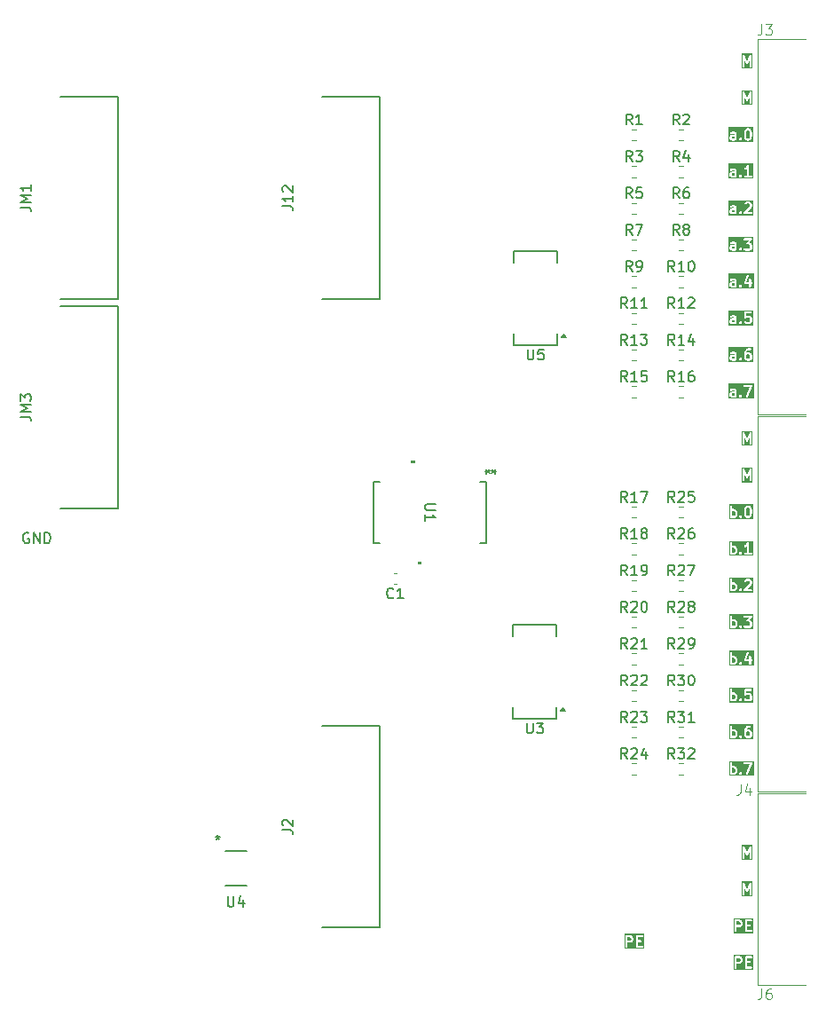
<source format=gbr>
%TF.GenerationSoftware,KiCad,Pcbnew,9.0.2*%
%TF.CreationDate,2025-06-20T11:17:31+03:00*%
%TF.ProjectId,PMCNV-DI16sink,504d434e-562d-4444-9931-3673696e6b2e,rev?*%
%TF.SameCoordinates,Original*%
%TF.FileFunction,Legend,Top*%
%TF.FilePolarity,Positive*%
%FSLAX46Y46*%
G04 Gerber Fmt 4.6, Leading zero omitted, Abs format (unit mm)*
G04 Created by KiCad (PCBNEW 9.0.2) date 2025-06-20 11:17:31*
%MOMM*%
%LPD*%
G01*
G04 APERTURE LIST*
%ADD10C,0.200000*%
%ADD11C,0.150000*%
%ADD12C,0.100000*%
%ADD13C,0.120000*%
%ADD14C,0.152400*%
%ADD15C,0.000000*%
G04 APERTURE END LIST*
D10*
G36*
X31601755Y14657204D02*
G01*
X31582910Y14647781D01*
X31392029Y14647781D01*
X31347719Y14669936D01*
X31325565Y14714246D01*
X31325565Y14762270D01*
X31347720Y14806580D01*
X31392029Y14828734D01*
X31601755Y14828734D01*
X31601755Y14657204D01*
G37*
G36*
X33023471Y15037024D02*
G01*
X33048140Y15012356D01*
X33077945Y14952746D01*
X33077945Y14761865D01*
X33048140Y14702257D01*
X33023471Y14677587D01*
X32963862Y14647781D01*
X32820600Y14647781D01*
X32760990Y14677586D01*
X32736323Y14702254D01*
X32706517Y14761866D01*
X32706517Y14952746D01*
X32736322Y15012356D01*
X32760990Y15037025D01*
X32820600Y15066829D01*
X32963862Y15066829D01*
X33023471Y15037024D01*
G37*
G36*
X33389056Y14336670D02*
G01*
X31014454Y14336670D01*
X31014454Y14785877D01*
X31125565Y14785877D01*
X31125565Y14690639D01*
X31127486Y14671130D01*
X31128861Y14667810D01*
X31129116Y14664227D01*
X31136122Y14645918D01*
X31183741Y14550679D01*
X31185794Y14547416D01*
X31186308Y14545877D01*
X31187970Y14543961D01*
X31194184Y14534089D01*
X31203655Y14525875D01*
X31211872Y14516400D01*
X31221742Y14510188D01*
X31223660Y14508524D01*
X31225200Y14508011D01*
X31228463Y14505957D01*
X31323700Y14458338D01*
X31342009Y14451332D01*
X31345592Y14451078D01*
X31348913Y14449702D01*
X31368422Y14447781D01*
X31606517Y14447781D01*
X31626026Y14449702D01*
X31629346Y14451078D01*
X31632930Y14451332D01*
X31651238Y14458338D01*
X31655841Y14460640D01*
X31682246Y14449702D01*
X31721264Y14449702D01*
X31757312Y14464634D01*
X31784902Y14492224D01*
X31799834Y14528272D01*
X31801755Y14547781D01*
X31801755Y14614909D01*
X32032248Y14614909D01*
X32032248Y14575891D01*
X32038711Y14560288D01*
X32047180Y14539842D01*
X32047184Y14539838D01*
X32059616Y14524689D01*
X32107235Y14477071D01*
X32122388Y14464634D01*
X32131391Y14460905D01*
X32158437Y14449702D01*
X32197455Y14449702D01*
X32233503Y14464634D01*
X32248657Y14477070D01*
X32296275Y14524689D01*
X32308712Y14539842D01*
X32315464Y14556144D01*
X32323643Y14575890D01*
X32323644Y14614908D01*
X32308713Y14650957D01*
X32296276Y14666110D01*
X32248657Y14713730D01*
X32233504Y14726167D01*
X32211310Y14735360D01*
X32208910Y14736354D01*
X32197455Y14741099D01*
X32158437Y14741099D01*
X32147879Y14736726D01*
X32122389Y14726168D01*
X32122388Y14726167D01*
X32107234Y14713730D01*
X32059616Y14666110D01*
X32047179Y14650957D01*
X32037166Y14626781D01*
X32032248Y14614909D01*
X31801755Y14614909D01*
X31801755Y15071591D01*
X31799834Y15091100D01*
X31798458Y15094421D01*
X31798204Y15098004D01*
X31791198Y15116313D01*
X31789749Y15119210D01*
X32506517Y15119210D01*
X32506517Y14738258D01*
X32508438Y14718749D01*
X32509813Y14715429D01*
X32510068Y14711845D01*
X32517074Y14693537D01*
X32564693Y14598299D01*
X32569976Y14589907D01*
X32570988Y14587463D01*
X32573244Y14584714D01*
X32575136Y14581709D01*
X32577130Y14579980D01*
X32583425Y14572310D01*
X32631043Y14524690D01*
X32638711Y14518397D01*
X32640443Y14516400D01*
X32643451Y14514507D01*
X32646197Y14512253D01*
X32648637Y14511243D01*
X32657034Y14505957D01*
X32752271Y14458338D01*
X32770580Y14451332D01*
X32774163Y14451078D01*
X32777484Y14449702D01*
X32796993Y14447781D01*
X32987469Y14447781D01*
X33006978Y14449702D01*
X33010298Y14451078D01*
X33013882Y14451332D01*
X33032190Y14458338D01*
X33127428Y14505957D01*
X33135823Y14511242D01*
X33138265Y14512253D01*
X33141012Y14514509D01*
X33144018Y14516400D01*
X33145748Y14518395D01*
X33153418Y14524690D01*
X33201037Y14572310D01*
X33207329Y14579977D01*
X33209326Y14581708D01*
X33211219Y14584716D01*
X33213474Y14587463D01*
X33214485Y14589905D01*
X33219769Y14598299D01*
X33267388Y14693536D01*
X33274394Y14711845D01*
X33274648Y14715429D01*
X33276024Y14718749D01*
X33277945Y14738258D01*
X33277945Y14976353D01*
X33276024Y14995862D01*
X33274648Y14999183D01*
X33274394Y15002766D01*
X33267388Y15021075D01*
X33219769Y15116312D01*
X33214483Y15124709D01*
X33213473Y15127149D01*
X33211219Y15129895D01*
X33209326Y15132903D01*
X33207328Y15134636D01*
X33201036Y15142302D01*
X33153418Y15189921D01*
X33145747Y15196216D01*
X33144018Y15198210D01*
X33141010Y15200104D01*
X33138264Y15202357D01*
X33135824Y15203368D01*
X33127428Y15208653D01*
X33032190Y15256272D01*
X33013882Y15263278D01*
X33010298Y15263533D01*
X33006978Y15264908D01*
X32987469Y15266829D01*
X32796993Y15266829D01*
X32777484Y15264908D01*
X32774163Y15263533D01*
X32770580Y15263278D01*
X32752271Y15256272D01*
X32742658Y15251466D01*
X32746949Y15268628D01*
X32827085Y15388833D01*
X32856228Y15417977D01*
X32915838Y15447781D01*
X33082707Y15447781D01*
X33102216Y15449702D01*
X33138264Y15464634D01*
X33165854Y15492224D01*
X33180786Y15528272D01*
X33180786Y15567290D01*
X33165854Y15603338D01*
X33138264Y15630928D01*
X33102216Y15645860D01*
X33082707Y15647781D01*
X32892231Y15647781D01*
X32872722Y15645860D01*
X32869401Y15644485D01*
X32865818Y15644230D01*
X32847509Y15637224D01*
X32752272Y15589605D01*
X32743875Y15584320D01*
X32741435Y15583309D01*
X32738689Y15581056D01*
X32735681Y15579162D01*
X32733948Y15577165D01*
X32726282Y15570872D01*
X32678663Y15523254D01*
X32678618Y15523200D01*
X32678589Y15523180D01*
X32672407Y15515632D01*
X32666227Y15508100D01*
X32666213Y15508068D01*
X32666169Y15508013D01*
X32570931Y15365156D01*
X32565188Y15354387D01*
X32563717Y15352400D01*
X32562879Y15350055D01*
X32561708Y15347858D01*
X32561228Y15345435D01*
X32557122Y15333939D01*
X32509503Y15143464D01*
X32509002Y15140083D01*
X32508438Y15138719D01*
X32507714Y15131369D01*
X32506635Y15124071D01*
X32506852Y15122613D01*
X32506517Y15119210D01*
X31789749Y15119210D01*
X31743579Y15211550D01*
X31741524Y15214814D01*
X31741012Y15216352D01*
X31739350Y15218268D01*
X31733136Y15228141D01*
X31723660Y15236359D01*
X31715447Y15245829D01*
X31705575Y15252043D01*
X31703659Y15253705D01*
X31702120Y15254219D01*
X31698857Y15256272D01*
X31603619Y15303891D01*
X31585311Y15310897D01*
X31581727Y15311152D01*
X31578407Y15312527D01*
X31558898Y15314448D01*
X31368422Y15314448D01*
X31348913Y15312527D01*
X31345592Y15311152D01*
X31342009Y15310897D01*
X31323700Y15303891D01*
X31228463Y15256272D01*
X31211872Y15245829D01*
X31186308Y15216352D01*
X31173969Y15179336D01*
X31176735Y15140416D01*
X31194184Y15105517D01*
X31223661Y15079953D01*
X31260677Y15067614D01*
X31299597Y15070380D01*
X31317905Y15077386D01*
X31392029Y15114448D01*
X31535291Y15114448D01*
X31579600Y15092293D01*
X31601755Y15047984D01*
X31601755Y15038157D01*
X31582910Y15028734D01*
X31368422Y15028734D01*
X31348913Y15026813D01*
X31345592Y15025438D01*
X31342009Y15025183D01*
X31323700Y15018177D01*
X31228463Y14970558D01*
X31225199Y14968504D01*
X31223661Y14967991D01*
X31221745Y14966330D01*
X31211872Y14960115D01*
X31203654Y14950640D01*
X31194184Y14942426D01*
X31187970Y14932555D01*
X31186308Y14930638D01*
X31185794Y14929100D01*
X31183741Y14925836D01*
X31136122Y14830598D01*
X31129116Y14812290D01*
X31128861Y14808707D01*
X31127486Y14805386D01*
X31125565Y14785877D01*
X31014454Y14785877D01*
X31014454Y15758892D01*
X33389056Y15758892D01*
X33389056Y14336670D01*
G37*
G36*
X31594900Y-24415357D02*
G01*
X31619569Y-24440025D01*
X31649374Y-24499635D01*
X31649374Y-24738135D01*
X31619569Y-24797743D01*
X31594900Y-24822413D01*
X31535291Y-24852219D01*
X31392029Y-24852219D01*
X31373184Y-24842796D01*
X31373184Y-24394974D01*
X31392029Y-24385552D01*
X31535291Y-24385552D01*
X31594900Y-24415357D01*
G37*
G36*
X33434984Y-25163330D02*
G01*
X31062073Y-25163330D01*
X31062073Y-23952219D01*
X31173184Y-23952219D01*
X31173184Y-24952219D01*
X31175105Y-24971728D01*
X31190037Y-25007776D01*
X31217627Y-25035366D01*
X31253675Y-25050298D01*
X31292693Y-25050298D01*
X31319097Y-25039360D01*
X31323700Y-25041662D01*
X31342009Y-25048668D01*
X31345592Y-25048922D01*
X31348913Y-25050298D01*
X31368422Y-25052219D01*
X31558898Y-25052219D01*
X31578407Y-25050298D01*
X31581727Y-25048922D01*
X31585311Y-25048668D01*
X31603619Y-25041662D01*
X31698857Y-24994043D01*
X31707252Y-24988758D01*
X31709694Y-24987747D01*
X31712441Y-24985491D01*
X31715447Y-24983600D01*
X31717177Y-24981605D01*
X31724847Y-24975310D01*
X31772466Y-24927690D01*
X31778758Y-24920023D01*
X31780755Y-24918292D01*
X31782648Y-24915284D01*
X31784903Y-24912537D01*
X31785914Y-24910095D01*
X31791198Y-24901701D01*
X31799503Y-24885091D01*
X32032248Y-24885091D01*
X32032248Y-24924109D01*
X32038711Y-24939712D01*
X32047180Y-24960158D01*
X32047184Y-24960162D01*
X32059616Y-24975311D01*
X32107235Y-25022929D01*
X32122388Y-25035366D01*
X32131391Y-25039095D01*
X32158437Y-25050298D01*
X32197455Y-25050298D01*
X32233503Y-25035366D01*
X32248657Y-25022930D01*
X32296275Y-24975311D01*
X32308712Y-24960158D01*
X32315464Y-24943856D01*
X32323643Y-24924110D01*
X32323644Y-24885092D01*
X32308713Y-24849043D01*
X32296276Y-24833890D01*
X32248657Y-24786270D01*
X32233504Y-24773833D01*
X32218572Y-24767648D01*
X32197455Y-24758901D01*
X32158437Y-24758901D01*
X32147879Y-24763274D01*
X32122389Y-24773832D01*
X32122388Y-24773833D01*
X32107234Y-24786270D01*
X32059616Y-24833890D01*
X32047179Y-24849043D01*
X32037166Y-24873219D01*
X32032248Y-24885091D01*
X31799503Y-24885091D01*
X31838817Y-24806464D01*
X31845823Y-24788155D01*
X31846077Y-24784571D01*
X31847453Y-24781251D01*
X31849374Y-24761742D01*
X31849374Y-24476028D01*
X31847453Y-24456519D01*
X31846077Y-24453198D01*
X31845823Y-24449615D01*
X31838817Y-24431306D01*
X31791198Y-24336069D01*
X31785912Y-24327672D01*
X31784902Y-24325232D01*
X31782648Y-24322486D01*
X31780755Y-24319478D01*
X31778757Y-24317745D01*
X31772465Y-24310079D01*
X31724847Y-24262460D01*
X31717176Y-24256165D01*
X31715447Y-24254171D01*
X31712439Y-24252277D01*
X31709693Y-24250024D01*
X31707253Y-24249013D01*
X31698857Y-24243728D01*
X31603619Y-24196109D01*
X31585311Y-24189103D01*
X31581727Y-24188848D01*
X31578407Y-24187473D01*
X31558898Y-24185552D01*
X31373184Y-24185552D01*
X31373184Y-23952219D01*
X31371263Y-23932710D01*
X32460819Y-23932710D01*
X32460819Y-23971728D01*
X32475751Y-24007776D01*
X32503341Y-24035366D01*
X32539389Y-24050298D01*
X32558898Y-24052219D01*
X33073910Y-24052219D01*
X32705078Y-24912827D01*
X32699159Y-24931515D01*
X32698684Y-24970531D01*
X32713175Y-25006758D01*
X32740426Y-25034683D01*
X32776289Y-25050053D01*
X32815305Y-25050528D01*
X32851532Y-25036037D01*
X32879457Y-25008786D01*
X32888908Y-24991611D01*
X33317478Y-23991611D01*
X33323398Y-23972923D01*
X33323405Y-23972301D01*
X33323643Y-23971728D01*
X33323643Y-23952799D01*
X33323873Y-23933908D01*
X33323643Y-23933332D01*
X33323643Y-23932710D01*
X33316389Y-23915199D01*
X33309382Y-23897680D01*
X33308948Y-23897236D01*
X33308711Y-23896662D01*
X33295331Y-23883282D01*
X33282131Y-23869756D01*
X33281560Y-23869511D01*
X33281121Y-23869072D01*
X33263604Y-23861816D01*
X33246267Y-23854386D01*
X33245648Y-23854378D01*
X33245073Y-23854140D01*
X33225564Y-23852219D01*
X32558898Y-23852219D01*
X32539389Y-23854140D01*
X32503341Y-23869072D01*
X32475751Y-23896662D01*
X32460819Y-23932710D01*
X31371263Y-23932710D01*
X31356331Y-23896662D01*
X31328741Y-23869072D01*
X31292693Y-23854140D01*
X31253675Y-23854140D01*
X31217627Y-23869072D01*
X31190037Y-23896662D01*
X31175105Y-23932710D01*
X31173184Y-23952219D01*
X31062073Y-23952219D01*
X31062073Y-23741108D01*
X33434984Y-23741108D01*
X33434984Y-25163330D01*
G37*
G36*
X33341437Y-36661409D02*
G01*
X32252549Y-36661409D01*
X32252549Y-35452219D01*
X32363660Y-35452219D01*
X32363660Y-36452219D01*
X32365581Y-36471728D01*
X32380513Y-36507776D01*
X32408103Y-36535366D01*
X32444151Y-36550298D01*
X32483169Y-36550298D01*
X32519217Y-36535366D01*
X32546807Y-36507776D01*
X32561739Y-36471728D01*
X32563660Y-36452219D01*
X32563660Y-35902975D01*
X32706375Y-36208793D01*
X32710607Y-36215938D01*
X32711487Y-36218356D01*
X32713052Y-36220065D01*
X32716366Y-36225659D01*
X32727576Y-36235925D01*
X32737838Y-36247131D01*
X32741863Y-36249009D01*
X32745141Y-36252011D01*
X32759423Y-36257204D01*
X32773196Y-36263632D01*
X32777635Y-36263827D01*
X32781810Y-36265345D01*
X32796993Y-36264677D01*
X32812176Y-36265345D01*
X32816349Y-36263827D01*
X32820791Y-36263632D01*
X32834575Y-36257199D01*
X32848845Y-36252010D01*
X32852118Y-36249012D01*
X32856148Y-36247132D01*
X32866417Y-36235917D01*
X32877620Y-36225659D01*
X32880931Y-36220068D01*
X32882500Y-36218356D01*
X32883380Y-36215934D01*
X32887611Y-36208793D01*
X33030326Y-35902974D01*
X33030326Y-36452219D01*
X33032247Y-36471728D01*
X33047179Y-36507776D01*
X33074769Y-36535366D01*
X33110817Y-36550298D01*
X33149835Y-36550298D01*
X33185883Y-36535366D01*
X33213473Y-36507776D01*
X33228405Y-36471728D01*
X33230326Y-36452219D01*
X33230326Y-35452219D01*
X33229063Y-35439395D01*
X33229167Y-35437036D01*
X33228706Y-35435768D01*
X33228405Y-35432710D01*
X33221764Y-35416679D01*
X33215833Y-35400367D01*
X33214326Y-35398721D01*
X33213473Y-35396662D01*
X33201211Y-35384400D01*
X33189481Y-35371591D01*
X33187457Y-35370646D01*
X33185883Y-35369072D01*
X33169867Y-35362437D01*
X33154124Y-35355091D01*
X33151894Y-35354993D01*
X33149835Y-35354140D01*
X33132483Y-35354140D01*
X33115143Y-35353378D01*
X33113047Y-35354140D01*
X33110817Y-35354140D01*
X33094786Y-35360780D01*
X33078474Y-35366712D01*
X33076828Y-35368218D01*
X33074769Y-35369072D01*
X33062501Y-35381339D01*
X33049699Y-35393064D01*
X33048132Y-35395708D01*
X33047179Y-35396662D01*
X33046275Y-35398843D01*
X33039708Y-35409930D01*
X32796992Y-35930033D01*
X32554278Y-35409930D01*
X32547710Y-35398843D01*
X32546807Y-35396662D01*
X32545853Y-35395708D01*
X32544287Y-35393064D01*
X32531490Y-35381345D01*
X32519217Y-35369072D01*
X32517155Y-35368218D01*
X32515512Y-35366713D01*
X32499210Y-35360784D01*
X32483169Y-35354140D01*
X32480938Y-35354140D01*
X32478843Y-35353378D01*
X32461503Y-35354140D01*
X32444151Y-35354140D01*
X32442091Y-35354993D01*
X32439863Y-35355091D01*
X32424132Y-35362432D01*
X32408103Y-35369072D01*
X32406526Y-35370648D01*
X32404505Y-35371592D01*
X32392786Y-35384388D01*
X32380513Y-35396662D01*
X32379659Y-35398723D01*
X32378154Y-35400367D01*
X32372225Y-35416668D01*
X32365581Y-35432710D01*
X32365279Y-35435768D01*
X32364819Y-35437036D01*
X32364922Y-35439395D01*
X32363660Y-35452219D01*
X32252549Y-35452219D01*
X32252549Y-35242267D01*
X33341437Y-35242267D01*
X33341437Y-36661409D01*
G37*
G36*
X31594900Y-10415357D02*
G01*
X31619569Y-10440025D01*
X31649374Y-10499635D01*
X31649374Y-10738135D01*
X31619569Y-10797743D01*
X31594900Y-10822413D01*
X31535291Y-10852219D01*
X31392029Y-10852219D01*
X31373184Y-10842796D01*
X31373184Y-10394974D01*
X31392029Y-10385552D01*
X31535291Y-10385552D01*
X31594900Y-10415357D01*
G37*
G36*
X33389056Y-11163330D02*
G01*
X31062073Y-11163330D01*
X31062073Y-9952219D01*
X31173184Y-9952219D01*
X31173184Y-10952219D01*
X31175105Y-10971728D01*
X31190037Y-11007776D01*
X31217627Y-11035366D01*
X31253675Y-11050298D01*
X31292693Y-11050298D01*
X31319097Y-11039360D01*
X31323700Y-11041662D01*
X31342009Y-11048668D01*
X31345592Y-11048922D01*
X31348913Y-11050298D01*
X31368422Y-11052219D01*
X31558898Y-11052219D01*
X31578407Y-11050298D01*
X31581727Y-11048922D01*
X31585311Y-11048668D01*
X31603619Y-11041662D01*
X31698857Y-10994043D01*
X31707252Y-10988758D01*
X31709694Y-10987747D01*
X31712441Y-10985491D01*
X31715447Y-10983600D01*
X31717177Y-10981605D01*
X31724847Y-10975310D01*
X31772466Y-10927690D01*
X31778758Y-10920023D01*
X31780755Y-10918292D01*
X31782648Y-10915284D01*
X31784903Y-10912537D01*
X31785914Y-10910095D01*
X31791198Y-10901701D01*
X31799503Y-10885091D01*
X32032248Y-10885091D01*
X32032248Y-10924109D01*
X32038711Y-10939712D01*
X32047180Y-10960158D01*
X32047184Y-10960162D01*
X32059616Y-10975311D01*
X32107235Y-11022929D01*
X32122388Y-11035366D01*
X32131391Y-11039095D01*
X32158437Y-11050298D01*
X32197455Y-11050298D01*
X32233503Y-11035366D01*
X32248657Y-11022930D01*
X32296275Y-10975311D01*
X32308712Y-10960158D01*
X32315464Y-10943856D01*
X32323643Y-10924110D01*
X32323644Y-10885092D01*
X32308713Y-10849043D01*
X32296276Y-10833890D01*
X32248657Y-10786270D01*
X32233504Y-10773833D01*
X32218572Y-10767648D01*
X32197455Y-10758901D01*
X32158437Y-10758901D01*
X32147879Y-10763274D01*
X32122389Y-10773832D01*
X32122388Y-10773833D01*
X32107234Y-10786270D01*
X32059616Y-10833890D01*
X32047179Y-10849043D01*
X32037166Y-10873219D01*
X32032248Y-10885091D01*
X31799503Y-10885091D01*
X31838817Y-10806464D01*
X31845823Y-10788155D01*
X31846077Y-10784571D01*
X31847453Y-10781251D01*
X31849374Y-10761742D01*
X31849374Y-10476028D01*
X31847453Y-10456519D01*
X31846077Y-10453198D01*
X31845823Y-10449615D01*
X31838817Y-10431306D01*
X31791198Y-10336069D01*
X31785912Y-10327672D01*
X31784902Y-10325232D01*
X31782648Y-10322486D01*
X31780755Y-10319478D01*
X31778757Y-10317745D01*
X31772465Y-10310079D01*
X31724847Y-10262460D01*
X31717176Y-10256165D01*
X31715447Y-10254171D01*
X31712439Y-10252277D01*
X31709693Y-10250024D01*
X31707253Y-10249013D01*
X31698857Y-10243728D01*
X31603619Y-10196109D01*
X31585311Y-10189103D01*
X31581727Y-10188848D01*
X31578407Y-10187473D01*
X31558898Y-10185552D01*
X31373184Y-10185552D01*
X31373184Y-9952219D01*
X31371263Y-9932710D01*
X32460819Y-9932710D01*
X32460819Y-9971728D01*
X32475751Y-10007776D01*
X32503341Y-10035366D01*
X32539389Y-10050298D01*
X32558898Y-10052219D01*
X32957568Y-10052219D01*
X32769354Y-10267321D01*
X32763324Y-10275754D01*
X32761465Y-10277614D01*
X32760734Y-10279377D01*
X32757953Y-10283268D01*
X32752748Y-10298656D01*
X32746533Y-10313662D01*
X32746533Y-10317035D01*
X32745453Y-10320229D01*
X32746533Y-10336431D01*
X32746533Y-10352680D01*
X32747823Y-10355795D01*
X32748048Y-10359161D01*
X32755248Y-10373721D01*
X32761465Y-10388728D01*
X32763849Y-10391112D01*
X32765345Y-10394136D01*
X32777570Y-10404833D01*
X32789055Y-10416318D01*
X32792169Y-10417608D01*
X32794709Y-10419830D01*
X32810097Y-10425034D01*
X32825103Y-10431250D01*
X32829862Y-10431718D01*
X32831670Y-10432330D01*
X32834294Y-10432155D01*
X32844612Y-10433171D01*
X32963862Y-10433171D01*
X33023471Y-10462976D01*
X33048140Y-10487644D01*
X33077945Y-10547254D01*
X33077945Y-10738135D01*
X33048140Y-10797743D01*
X33023471Y-10822413D01*
X32963862Y-10852219D01*
X32725362Y-10852219D01*
X32665752Y-10822414D01*
X32629609Y-10786270D01*
X32614456Y-10773833D01*
X32578408Y-10758902D01*
X32539390Y-10758901D01*
X32503341Y-10773832D01*
X32475751Y-10801422D01*
X32460820Y-10837470D01*
X32460819Y-10876488D01*
X32475750Y-10912537D01*
X32488187Y-10927690D01*
X32535805Y-10975310D01*
X32543473Y-10981603D01*
X32545205Y-10983600D01*
X32548213Y-10985493D01*
X32550959Y-10987747D01*
X32553399Y-10988757D01*
X32561796Y-10994043D01*
X32657033Y-11041662D01*
X32675342Y-11048668D01*
X32678925Y-11048922D01*
X32682246Y-11050298D01*
X32701755Y-11052219D01*
X32987469Y-11052219D01*
X33006978Y-11050298D01*
X33010298Y-11048922D01*
X33013882Y-11048668D01*
X33032190Y-11041662D01*
X33127428Y-10994043D01*
X33135823Y-10988758D01*
X33138265Y-10987747D01*
X33141012Y-10985491D01*
X33144018Y-10983600D01*
X33145748Y-10981605D01*
X33153418Y-10975310D01*
X33201037Y-10927690D01*
X33207329Y-10920023D01*
X33209326Y-10918292D01*
X33211219Y-10915284D01*
X33213474Y-10912537D01*
X33214485Y-10910095D01*
X33219769Y-10901701D01*
X33267388Y-10806464D01*
X33274394Y-10788155D01*
X33274648Y-10784571D01*
X33276024Y-10781251D01*
X33277945Y-10761742D01*
X33277945Y-10523647D01*
X33276024Y-10504138D01*
X33274648Y-10500817D01*
X33274394Y-10497234D01*
X33267388Y-10478925D01*
X33219769Y-10383688D01*
X33214483Y-10375291D01*
X33213473Y-10372851D01*
X33211219Y-10370105D01*
X33209326Y-10367097D01*
X33207328Y-10365364D01*
X33201036Y-10357698D01*
X33153418Y-10310079D01*
X33145747Y-10303784D01*
X33144018Y-10301790D01*
X33141010Y-10299896D01*
X33138264Y-10297643D01*
X33135824Y-10296632D01*
X33127428Y-10291347D01*
X33048580Y-10251923D01*
X33253203Y-10018069D01*
X33259232Y-10009635D01*
X33261092Y-10007776D01*
X33261822Y-10006012D01*
X33264604Y-10002122D01*
X33269808Y-9986733D01*
X33276024Y-9971728D01*
X33276024Y-9968354D01*
X33277104Y-9965161D01*
X33276024Y-9948958D01*
X33276024Y-9932710D01*
X33274733Y-9929594D01*
X33274509Y-9926229D01*
X33267306Y-9911663D01*
X33261092Y-9896662D01*
X33258708Y-9894278D01*
X33257213Y-9891254D01*
X33244979Y-9880549D01*
X33233502Y-9869072D01*
X33230388Y-9867782D01*
X33227849Y-9865560D01*
X33212457Y-9860354D01*
X33197454Y-9854140D01*
X33192694Y-9853671D01*
X33190887Y-9853060D01*
X33188262Y-9853234D01*
X33177945Y-9852219D01*
X32558898Y-9852219D01*
X32539389Y-9854140D01*
X32503341Y-9869072D01*
X32475751Y-9896662D01*
X32460819Y-9932710D01*
X31371263Y-9932710D01*
X31356331Y-9896662D01*
X31328741Y-9869072D01*
X31292693Y-9854140D01*
X31253675Y-9854140D01*
X31217627Y-9869072D01*
X31190037Y-9896662D01*
X31175105Y-9932710D01*
X31173184Y-9952219D01*
X31062073Y-9952219D01*
X31062073Y-9741108D01*
X33389056Y-9741108D01*
X33389056Y-11163330D01*
G37*
G36*
X33341437Y38838591D02*
G01*
X32252549Y38838591D01*
X32252549Y40047781D01*
X32363660Y40047781D01*
X32363660Y39047781D01*
X32365581Y39028272D01*
X32380513Y38992224D01*
X32408103Y38964634D01*
X32444151Y38949702D01*
X32483169Y38949702D01*
X32519217Y38964634D01*
X32546807Y38992224D01*
X32561739Y39028272D01*
X32563660Y39047781D01*
X32563660Y39597025D01*
X32706375Y39291207D01*
X32710607Y39284062D01*
X32711487Y39281644D01*
X32713052Y39279935D01*
X32716366Y39274341D01*
X32727576Y39264075D01*
X32737838Y39252869D01*
X32741863Y39250991D01*
X32745141Y39247989D01*
X32759423Y39242796D01*
X32773196Y39236368D01*
X32777635Y39236173D01*
X32781810Y39234655D01*
X32796993Y39235323D01*
X32812176Y39234655D01*
X32816349Y39236173D01*
X32820791Y39236368D01*
X32834575Y39242801D01*
X32848845Y39247990D01*
X32852118Y39250988D01*
X32856148Y39252868D01*
X32866417Y39264083D01*
X32877620Y39274341D01*
X32880931Y39279932D01*
X32882500Y39281644D01*
X32883380Y39284066D01*
X32887611Y39291207D01*
X33030326Y39597026D01*
X33030326Y39047781D01*
X33032247Y39028272D01*
X33047179Y38992224D01*
X33074769Y38964634D01*
X33110817Y38949702D01*
X33149835Y38949702D01*
X33185883Y38964634D01*
X33213473Y38992224D01*
X33228405Y39028272D01*
X33230326Y39047781D01*
X33230326Y40047781D01*
X33229063Y40060605D01*
X33229167Y40062964D01*
X33228706Y40064232D01*
X33228405Y40067290D01*
X33221764Y40083321D01*
X33215833Y40099633D01*
X33214326Y40101279D01*
X33213473Y40103338D01*
X33201211Y40115600D01*
X33189481Y40128409D01*
X33187457Y40129354D01*
X33185883Y40130928D01*
X33169867Y40137563D01*
X33154124Y40144909D01*
X33151894Y40145007D01*
X33149835Y40145860D01*
X33132483Y40145860D01*
X33115143Y40146622D01*
X33113047Y40145860D01*
X33110817Y40145860D01*
X33094786Y40139220D01*
X33078474Y40133288D01*
X33076828Y40131782D01*
X33074769Y40130928D01*
X33062501Y40118661D01*
X33049699Y40106936D01*
X33048132Y40104292D01*
X33047179Y40103338D01*
X33046275Y40101157D01*
X33039708Y40090070D01*
X32796992Y39569967D01*
X32554278Y40090070D01*
X32547710Y40101157D01*
X32546807Y40103338D01*
X32545853Y40104292D01*
X32544287Y40106936D01*
X32531490Y40118655D01*
X32519217Y40130928D01*
X32517155Y40131782D01*
X32515512Y40133287D01*
X32499210Y40139216D01*
X32483169Y40145860D01*
X32480938Y40145860D01*
X32478843Y40146622D01*
X32461503Y40145860D01*
X32444151Y40145860D01*
X32442091Y40145007D01*
X32439863Y40144909D01*
X32424132Y40137568D01*
X32408103Y40130928D01*
X32406526Y40129352D01*
X32404505Y40128408D01*
X32392786Y40115612D01*
X32380513Y40103338D01*
X32379659Y40101277D01*
X32378154Y40099633D01*
X32372225Y40083332D01*
X32365581Y40067290D01*
X32365279Y40064232D01*
X32364819Y40062964D01*
X32364922Y40060605D01*
X32363660Y40047781D01*
X32252549Y40047781D01*
X32252549Y40257733D01*
X33341437Y40257733D01*
X33341437Y38838591D01*
G37*
G36*
X31601755Y18157204D02*
G01*
X31582910Y18147781D01*
X31392029Y18147781D01*
X31347719Y18169936D01*
X31325565Y18214246D01*
X31325565Y18262270D01*
X31347720Y18306580D01*
X31392029Y18328734D01*
X31601755Y18328734D01*
X31601755Y18157204D01*
G37*
G36*
X33389056Y17836670D02*
G01*
X31014454Y17836670D01*
X31014454Y18285877D01*
X31125565Y18285877D01*
X31125565Y18190639D01*
X31127486Y18171130D01*
X31128861Y18167810D01*
X31129116Y18164227D01*
X31136122Y18145918D01*
X31183741Y18050679D01*
X31185794Y18047416D01*
X31186308Y18045877D01*
X31187970Y18043961D01*
X31194184Y18034089D01*
X31203655Y18025875D01*
X31211872Y18016400D01*
X31221742Y18010188D01*
X31223660Y18008524D01*
X31225200Y18008011D01*
X31228463Y18005957D01*
X31323700Y17958338D01*
X31342009Y17951332D01*
X31345592Y17951078D01*
X31348913Y17949702D01*
X31368422Y17947781D01*
X31606517Y17947781D01*
X31626026Y17949702D01*
X31629346Y17951078D01*
X31632930Y17951332D01*
X31651238Y17958338D01*
X31655841Y17960640D01*
X31682246Y17949702D01*
X31721264Y17949702D01*
X31757312Y17964634D01*
X31784902Y17992224D01*
X31799834Y18028272D01*
X31801755Y18047781D01*
X31801755Y18114909D01*
X32032248Y18114909D01*
X32032248Y18075891D01*
X32038711Y18060288D01*
X32047180Y18039842D01*
X32047184Y18039838D01*
X32059616Y18024689D01*
X32107235Y17977071D01*
X32122388Y17964634D01*
X32131391Y17960905D01*
X32158437Y17949702D01*
X32197455Y17949702D01*
X32233503Y17964634D01*
X32248657Y17977070D01*
X32296275Y18024689D01*
X32308712Y18039842D01*
X32315464Y18056144D01*
X32323643Y18075890D01*
X32323644Y18114908D01*
X32308713Y18150957D01*
X32296276Y18166110D01*
X32248657Y18213730D01*
X32233504Y18226167D01*
X32211310Y18235360D01*
X32208910Y18236354D01*
X32197455Y18241099D01*
X32158437Y18241099D01*
X32147879Y18236726D01*
X32122389Y18226168D01*
X32122388Y18226167D01*
X32107234Y18213730D01*
X32059616Y18166110D01*
X32047179Y18150957D01*
X32037166Y18126781D01*
X32032248Y18114909D01*
X31801755Y18114909D01*
X31801755Y18561938D01*
X32506984Y18561938D01*
X32508438Y18557120D01*
X32508438Y18552082D01*
X32514034Y18538573D01*
X32518255Y18524583D01*
X32521442Y18520687D01*
X32523370Y18516034D01*
X32533706Y18505698D01*
X32542962Y18494385D01*
X32547399Y18492005D01*
X32550960Y18488444D01*
X32564465Y18482850D01*
X32577346Y18475940D01*
X32582355Y18475440D01*
X32587008Y18473512D01*
X32601629Y18473512D01*
X32616170Y18472058D01*
X32620989Y18473512D01*
X32626026Y18473512D01*
X32639535Y18479109D01*
X32653525Y18483329D01*
X32657421Y18486517D01*
X32662074Y18488444D01*
X32677228Y18500880D01*
X32713371Y18537025D01*
X32772981Y18566829D01*
X32963862Y18566829D01*
X33023471Y18537024D01*
X33048140Y18512356D01*
X33077945Y18452746D01*
X33077945Y18261865D01*
X33048140Y18202257D01*
X33023471Y18177587D01*
X32963862Y18147781D01*
X32772981Y18147781D01*
X32713371Y18177586D01*
X32677228Y18213730D01*
X32662075Y18226167D01*
X32626027Y18241098D01*
X32587009Y18241099D01*
X32550960Y18226168D01*
X32523370Y18198578D01*
X32508439Y18162530D01*
X32508438Y18123512D01*
X32523369Y18087463D01*
X32535806Y18072310D01*
X32583424Y18024690D01*
X32591092Y18018397D01*
X32592824Y18016400D01*
X32595832Y18014507D01*
X32598578Y18012253D01*
X32601018Y18011243D01*
X32609415Y18005957D01*
X32704652Y17958338D01*
X32722961Y17951332D01*
X32726544Y17951078D01*
X32729865Y17949702D01*
X32749374Y17947781D01*
X32987469Y17947781D01*
X33006978Y17949702D01*
X33010298Y17951078D01*
X33013882Y17951332D01*
X33032190Y17958338D01*
X33127428Y18005957D01*
X33135823Y18011242D01*
X33138265Y18012253D01*
X33141012Y18014509D01*
X33144018Y18016400D01*
X33145748Y18018395D01*
X33153418Y18024690D01*
X33201037Y18072310D01*
X33207329Y18079977D01*
X33209326Y18081708D01*
X33211219Y18084716D01*
X33213474Y18087463D01*
X33214485Y18089905D01*
X33219769Y18098299D01*
X33267388Y18193536D01*
X33274394Y18211845D01*
X33274648Y18215429D01*
X33276024Y18218749D01*
X33277945Y18238258D01*
X33277945Y18476353D01*
X33276024Y18495862D01*
X33274648Y18499183D01*
X33274394Y18502766D01*
X33267388Y18521075D01*
X33219769Y18616312D01*
X33214483Y18624709D01*
X33213473Y18627149D01*
X33211219Y18629895D01*
X33209326Y18632903D01*
X33207328Y18634636D01*
X33201036Y18642302D01*
X33153418Y18689921D01*
X33145747Y18696216D01*
X33144018Y18698210D01*
X33141010Y18700104D01*
X33138264Y18702357D01*
X33135824Y18703368D01*
X33127428Y18708653D01*
X33032190Y18756272D01*
X33013882Y18763278D01*
X33010298Y18763533D01*
X33006978Y18764908D01*
X32987469Y18766829D01*
X32749374Y18766829D01*
X32729865Y18764908D01*
X32726544Y18763533D01*
X32726207Y18763509D01*
X32744635Y18947781D01*
X33130326Y18947781D01*
X33149835Y18949702D01*
X33185883Y18964634D01*
X33213473Y18992224D01*
X33228405Y19028272D01*
X33228405Y19067290D01*
X33213473Y19103338D01*
X33185883Y19130928D01*
X33149835Y19145860D01*
X33130326Y19147781D01*
X32654136Y19147781D01*
X32646919Y19147071D01*
X32644483Y19147314D01*
X32642104Y19146597D01*
X32634627Y19145860D01*
X32621117Y19140264D01*
X32607128Y19136043D01*
X32603231Y19132856D01*
X32598579Y19130928D01*
X32588242Y19120592D01*
X32576930Y19111336D01*
X32574549Y19106899D01*
X32570989Y19103338D01*
X32565394Y19089833D01*
X32558485Y19076952D01*
X32557008Y19069588D01*
X32556057Y19067290D01*
X32556057Y19064840D01*
X32554632Y19057731D01*
X32507013Y18581541D01*
X32506984Y18561938D01*
X31801755Y18561938D01*
X31801755Y18571591D01*
X31799834Y18591100D01*
X31798458Y18594421D01*
X31798204Y18598004D01*
X31791198Y18616313D01*
X31743579Y18711550D01*
X31741524Y18714814D01*
X31741012Y18716352D01*
X31739350Y18718268D01*
X31733136Y18728141D01*
X31723660Y18736359D01*
X31715447Y18745829D01*
X31705575Y18752043D01*
X31703659Y18753705D01*
X31702120Y18754219D01*
X31698857Y18756272D01*
X31603619Y18803891D01*
X31585311Y18810897D01*
X31581727Y18811152D01*
X31578407Y18812527D01*
X31558898Y18814448D01*
X31368422Y18814448D01*
X31348913Y18812527D01*
X31345592Y18811152D01*
X31342009Y18810897D01*
X31323700Y18803891D01*
X31228463Y18756272D01*
X31211872Y18745829D01*
X31186308Y18716352D01*
X31173969Y18679336D01*
X31176735Y18640416D01*
X31194184Y18605517D01*
X31223661Y18579953D01*
X31260677Y18567614D01*
X31299597Y18570380D01*
X31317905Y18577386D01*
X31392029Y18614448D01*
X31535291Y18614448D01*
X31579600Y18592293D01*
X31601755Y18547984D01*
X31601755Y18538157D01*
X31582910Y18528734D01*
X31368422Y18528734D01*
X31348913Y18526813D01*
X31345592Y18525438D01*
X31342009Y18525183D01*
X31323700Y18518177D01*
X31228463Y18470558D01*
X31225199Y18468504D01*
X31223661Y18467991D01*
X31221745Y18466330D01*
X31211872Y18460115D01*
X31203654Y18450640D01*
X31194184Y18442426D01*
X31187970Y18432555D01*
X31186308Y18430638D01*
X31185794Y18429100D01*
X31183741Y18425836D01*
X31136122Y18330598D01*
X31129116Y18312290D01*
X31128861Y18308707D01*
X31127486Y18305386D01*
X31125565Y18285877D01*
X31014454Y18285877D01*
X31014454Y19258892D01*
X33389056Y19258892D01*
X33389056Y17836670D01*
G37*
G36*
X31594900Y-20915357D02*
G01*
X31619569Y-20940025D01*
X31649374Y-20999635D01*
X31649374Y-21238135D01*
X31619569Y-21297743D01*
X31594900Y-21322413D01*
X31535291Y-21352219D01*
X31392029Y-21352219D01*
X31373184Y-21342796D01*
X31373184Y-20894974D01*
X31392029Y-20885552D01*
X31535291Y-20885552D01*
X31594900Y-20915357D01*
G37*
G36*
X33023471Y-20962976D02*
G01*
X33048140Y-20987644D01*
X33077945Y-21047254D01*
X33077945Y-21238135D01*
X33048140Y-21297743D01*
X33023471Y-21322413D01*
X32963862Y-21352219D01*
X32820600Y-21352219D01*
X32760990Y-21322414D01*
X32736323Y-21297746D01*
X32706517Y-21238134D01*
X32706517Y-21047254D01*
X32736322Y-20987644D01*
X32760990Y-20962975D01*
X32820600Y-20933171D01*
X32963862Y-20933171D01*
X33023471Y-20962976D01*
G37*
G36*
X33389056Y-21663330D02*
G01*
X31062073Y-21663330D01*
X31062073Y-20452219D01*
X31173184Y-20452219D01*
X31173184Y-21452219D01*
X31175105Y-21471728D01*
X31190037Y-21507776D01*
X31217627Y-21535366D01*
X31253675Y-21550298D01*
X31292693Y-21550298D01*
X31319097Y-21539360D01*
X31323700Y-21541662D01*
X31342009Y-21548668D01*
X31345592Y-21548922D01*
X31348913Y-21550298D01*
X31368422Y-21552219D01*
X31558898Y-21552219D01*
X31578407Y-21550298D01*
X31581727Y-21548922D01*
X31585311Y-21548668D01*
X31603619Y-21541662D01*
X31698857Y-21494043D01*
X31707252Y-21488758D01*
X31709694Y-21487747D01*
X31712441Y-21485491D01*
X31715447Y-21483600D01*
X31717177Y-21481605D01*
X31724847Y-21475310D01*
X31772466Y-21427690D01*
X31778758Y-21420023D01*
X31780755Y-21418292D01*
X31782648Y-21415284D01*
X31784903Y-21412537D01*
X31785914Y-21410095D01*
X31791198Y-21401701D01*
X31799503Y-21385091D01*
X32032248Y-21385091D01*
X32032248Y-21424109D01*
X32038711Y-21439712D01*
X32047180Y-21460158D01*
X32047184Y-21460162D01*
X32059616Y-21475311D01*
X32107235Y-21522929D01*
X32122388Y-21535366D01*
X32131391Y-21539095D01*
X32158437Y-21550298D01*
X32197455Y-21550298D01*
X32233503Y-21535366D01*
X32248657Y-21522930D01*
X32296275Y-21475311D01*
X32308712Y-21460158D01*
X32315464Y-21443856D01*
X32323643Y-21424110D01*
X32323644Y-21385092D01*
X32308713Y-21349043D01*
X32296276Y-21333890D01*
X32248657Y-21286270D01*
X32233504Y-21273833D01*
X32218572Y-21267648D01*
X32197455Y-21258901D01*
X32158437Y-21258901D01*
X32147879Y-21263274D01*
X32122389Y-21273832D01*
X32122388Y-21273833D01*
X32107234Y-21286270D01*
X32059616Y-21333890D01*
X32047179Y-21349043D01*
X32037166Y-21373219D01*
X32032248Y-21385091D01*
X31799503Y-21385091D01*
X31838817Y-21306464D01*
X31845823Y-21288155D01*
X31846077Y-21284571D01*
X31847453Y-21281251D01*
X31849374Y-21261742D01*
X31849374Y-20976028D01*
X31847453Y-20956519D01*
X31846077Y-20953198D01*
X31845823Y-20949615D01*
X31838817Y-20931306D01*
X31813559Y-20880790D01*
X32506517Y-20880790D01*
X32506517Y-21261742D01*
X32508438Y-21281251D01*
X32509813Y-21284571D01*
X32510068Y-21288155D01*
X32517074Y-21306463D01*
X32564693Y-21401701D01*
X32569976Y-21410093D01*
X32570988Y-21412537D01*
X32573244Y-21415286D01*
X32575136Y-21418291D01*
X32577130Y-21420020D01*
X32583425Y-21427690D01*
X32631043Y-21475310D01*
X32638711Y-21481603D01*
X32640443Y-21483600D01*
X32643451Y-21485493D01*
X32646197Y-21487747D01*
X32648637Y-21488757D01*
X32657034Y-21494043D01*
X32752271Y-21541662D01*
X32770580Y-21548668D01*
X32774163Y-21548922D01*
X32777484Y-21550298D01*
X32796993Y-21552219D01*
X32987469Y-21552219D01*
X33006978Y-21550298D01*
X33010298Y-21548922D01*
X33013882Y-21548668D01*
X33032190Y-21541662D01*
X33127428Y-21494043D01*
X33135823Y-21488758D01*
X33138265Y-21487747D01*
X33141012Y-21485491D01*
X33144018Y-21483600D01*
X33145748Y-21481605D01*
X33153418Y-21475310D01*
X33201037Y-21427690D01*
X33207329Y-21420023D01*
X33209326Y-21418292D01*
X33211219Y-21415284D01*
X33213474Y-21412537D01*
X33214485Y-21410095D01*
X33219769Y-21401701D01*
X33267388Y-21306464D01*
X33274394Y-21288155D01*
X33274648Y-21284571D01*
X33276024Y-21281251D01*
X33277945Y-21261742D01*
X33277945Y-21023647D01*
X33276024Y-21004138D01*
X33274648Y-21000817D01*
X33274394Y-20997234D01*
X33267388Y-20978925D01*
X33219769Y-20883688D01*
X33214483Y-20875291D01*
X33213473Y-20872851D01*
X33211219Y-20870105D01*
X33209326Y-20867097D01*
X33207328Y-20865364D01*
X33201036Y-20857698D01*
X33153418Y-20810079D01*
X33145747Y-20803784D01*
X33144018Y-20801790D01*
X33141010Y-20799896D01*
X33138264Y-20797643D01*
X33135824Y-20796632D01*
X33127428Y-20791347D01*
X33032190Y-20743728D01*
X33013882Y-20736722D01*
X33010298Y-20736467D01*
X33006978Y-20735092D01*
X32987469Y-20733171D01*
X32796993Y-20733171D01*
X32777484Y-20735092D01*
X32774163Y-20736467D01*
X32770580Y-20736722D01*
X32752271Y-20743728D01*
X32742658Y-20748534D01*
X32746949Y-20731372D01*
X32827085Y-20611167D01*
X32856228Y-20582023D01*
X32915838Y-20552219D01*
X33082707Y-20552219D01*
X33102216Y-20550298D01*
X33138264Y-20535366D01*
X33165854Y-20507776D01*
X33180786Y-20471728D01*
X33180786Y-20432710D01*
X33165854Y-20396662D01*
X33138264Y-20369072D01*
X33102216Y-20354140D01*
X33082707Y-20352219D01*
X32892231Y-20352219D01*
X32872722Y-20354140D01*
X32869401Y-20355515D01*
X32865818Y-20355770D01*
X32847509Y-20362776D01*
X32752272Y-20410395D01*
X32743875Y-20415680D01*
X32741435Y-20416691D01*
X32738689Y-20418944D01*
X32735681Y-20420838D01*
X32733948Y-20422835D01*
X32726282Y-20429128D01*
X32678663Y-20476746D01*
X32678618Y-20476800D01*
X32678589Y-20476820D01*
X32672407Y-20484368D01*
X32666227Y-20491900D01*
X32666213Y-20491932D01*
X32666169Y-20491987D01*
X32570931Y-20634844D01*
X32565188Y-20645613D01*
X32563717Y-20647600D01*
X32562879Y-20649945D01*
X32561708Y-20652142D01*
X32561228Y-20654565D01*
X32557122Y-20666061D01*
X32509503Y-20856536D01*
X32509002Y-20859917D01*
X32508438Y-20861281D01*
X32507714Y-20868631D01*
X32506635Y-20875929D01*
X32506852Y-20877387D01*
X32506517Y-20880790D01*
X31813559Y-20880790D01*
X31791198Y-20836069D01*
X31785912Y-20827672D01*
X31784902Y-20825232D01*
X31782648Y-20822486D01*
X31780755Y-20819478D01*
X31778757Y-20817745D01*
X31772465Y-20810079D01*
X31724847Y-20762460D01*
X31717176Y-20756165D01*
X31715447Y-20754171D01*
X31712439Y-20752277D01*
X31709693Y-20750024D01*
X31707253Y-20749013D01*
X31698857Y-20743728D01*
X31603619Y-20696109D01*
X31585311Y-20689103D01*
X31581727Y-20688848D01*
X31578407Y-20687473D01*
X31558898Y-20685552D01*
X31373184Y-20685552D01*
X31373184Y-20452219D01*
X31371263Y-20432710D01*
X31356331Y-20396662D01*
X31328741Y-20369072D01*
X31292693Y-20354140D01*
X31253675Y-20354140D01*
X31217627Y-20369072D01*
X31190037Y-20396662D01*
X31175105Y-20432710D01*
X31173184Y-20452219D01*
X31062073Y-20452219D01*
X31062073Y-20241108D01*
X33389056Y-20241108D01*
X33389056Y-21663330D01*
G37*
G36*
X31601755Y28657204D02*
G01*
X31582910Y28647781D01*
X31392029Y28647781D01*
X31347719Y28669936D01*
X31325565Y28714246D01*
X31325565Y28762270D01*
X31347720Y28806580D01*
X31392029Y28828734D01*
X31601755Y28828734D01*
X31601755Y28657204D01*
G37*
G36*
X33389056Y28336670D02*
G01*
X31014454Y28336670D01*
X31014454Y28785877D01*
X31125565Y28785877D01*
X31125565Y28690639D01*
X31127486Y28671130D01*
X31128861Y28667810D01*
X31129116Y28664227D01*
X31136122Y28645918D01*
X31183741Y28550679D01*
X31185794Y28547416D01*
X31186308Y28545877D01*
X31187970Y28543961D01*
X31194184Y28534089D01*
X31203655Y28525875D01*
X31211872Y28516400D01*
X31221742Y28510188D01*
X31223660Y28508524D01*
X31225200Y28508011D01*
X31228463Y28505957D01*
X31323700Y28458338D01*
X31342009Y28451332D01*
X31345592Y28451078D01*
X31348913Y28449702D01*
X31368422Y28447781D01*
X31606517Y28447781D01*
X31626026Y28449702D01*
X31629346Y28451078D01*
X31632930Y28451332D01*
X31651238Y28458338D01*
X31655841Y28460640D01*
X31682246Y28449702D01*
X31721264Y28449702D01*
X31757312Y28464634D01*
X31784902Y28492224D01*
X31799834Y28528272D01*
X31801755Y28547781D01*
X31801755Y28614909D01*
X32032248Y28614909D01*
X32032248Y28575891D01*
X32035811Y28567290D01*
X32047180Y28539842D01*
X32047184Y28539838D01*
X32059616Y28524689D01*
X32107235Y28477071D01*
X32122388Y28464634D01*
X32131391Y28460905D01*
X32158437Y28449702D01*
X32197455Y28449702D01*
X32233503Y28464634D01*
X32248657Y28477070D01*
X32296275Y28524689D01*
X32308712Y28539842D01*
X32313201Y28550679D01*
X32320081Y28567290D01*
X32460819Y28567290D01*
X32460819Y28528272D01*
X32475751Y28492224D01*
X32503341Y28464634D01*
X32539389Y28449702D01*
X32558898Y28447781D01*
X33177945Y28447781D01*
X33197454Y28449702D01*
X33233502Y28464634D01*
X33261092Y28492224D01*
X33276024Y28528272D01*
X33276024Y28567290D01*
X33261092Y28603338D01*
X33233502Y28630928D01*
X33197454Y28645860D01*
X33177945Y28647781D01*
X32800320Y28647781D01*
X33201037Y29048499D01*
X33213473Y29063653D01*
X33214847Y29066972D01*
X33217203Y29069687D01*
X33225194Y29087587D01*
X33272813Y29230444D01*
X33275012Y29240117D01*
X33276024Y29242558D01*
X33276372Y29246096D01*
X33277160Y29249559D01*
X33276972Y29252194D01*
X33277945Y29262067D01*
X33277945Y29357305D01*
X33276024Y29376814D01*
X33274648Y29380135D01*
X33274394Y29383718D01*
X33267388Y29402027D01*
X33219769Y29497264D01*
X33214483Y29505661D01*
X33213473Y29508101D01*
X33211219Y29510847D01*
X33209326Y29513855D01*
X33207328Y29515588D01*
X33201036Y29523254D01*
X33153418Y29570873D01*
X33145747Y29577168D01*
X33144018Y29579162D01*
X33141010Y29581056D01*
X33138264Y29583309D01*
X33135824Y29584320D01*
X33127428Y29589605D01*
X33032190Y29637224D01*
X33013882Y29644230D01*
X33010298Y29644485D01*
X33006978Y29645860D01*
X32987469Y29647781D01*
X32749374Y29647781D01*
X32729865Y29645860D01*
X32726544Y29644485D01*
X32722961Y29644230D01*
X32704652Y29637224D01*
X32609415Y29589605D01*
X32601018Y29584320D01*
X32598578Y29583309D01*
X32595832Y29581056D01*
X32592824Y29579162D01*
X32591091Y29577165D01*
X32583425Y29570872D01*
X32535806Y29523254D01*
X32523370Y29508100D01*
X32508438Y29472052D01*
X32508438Y29433034D01*
X32523370Y29396986D01*
X32550960Y29369396D01*
X32587008Y29354464D01*
X32626026Y29354464D01*
X32662074Y29369396D01*
X32677228Y29381832D01*
X32713371Y29417977D01*
X32772981Y29447781D01*
X32963862Y29447781D01*
X33023471Y29417976D01*
X33048140Y29393308D01*
X33077945Y29333698D01*
X33077945Y29278294D01*
X33042923Y29173230D01*
X32488187Y28618492D01*
X32475752Y28603339D01*
X32475751Y28603338D01*
X32460819Y28567290D01*
X32320081Y28567290D01*
X32323643Y28575890D01*
X32323644Y28614908D01*
X32308713Y28650957D01*
X32296276Y28666110D01*
X32248657Y28713730D01*
X32233504Y28726167D01*
X32211310Y28735360D01*
X32208910Y28736354D01*
X32197455Y28741099D01*
X32158437Y28741099D01*
X32147879Y28736726D01*
X32122389Y28726168D01*
X32122388Y28726167D01*
X32107234Y28713730D01*
X32059616Y28666110D01*
X32047179Y28650957D01*
X32043892Y28643020D01*
X32032248Y28614909D01*
X31801755Y28614909D01*
X31801755Y29071591D01*
X31799834Y29091100D01*
X31798458Y29094421D01*
X31798204Y29098004D01*
X31791198Y29116313D01*
X31743579Y29211550D01*
X31741524Y29214814D01*
X31741012Y29216352D01*
X31739350Y29218268D01*
X31733136Y29228141D01*
X31723660Y29236359D01*
X31715447Y29245829D01*
X31705575Y29252043D01*
X31703659Y29253705D01*
X31702120Y29254219D01*
X31698857Y29256272D01*
X31603619Y29303891D01*
X31585311Y29310897D01*
X31581727Y29311152D01*
X31578407Y29312527D01*
X31558898Y29314448D01*
X31368422Y29314448D01*
X31348913Y29312527D01*
X31345592Y29311152D01*
X31342009Y29310897D01*
X31323700Y29303891D01*
X31228463Y29256272D01*
X31211872Y29245829D01*
X31186308Y29216352D01*
X31173969Y29179336D01*
X31176735Y29140416D01*
X31194184Y29105517D01*
X31223661Y29079953D01*
X31260677Y29067614D01*
X31299597Y29070380D01*
X31317905Y29077386D01*
X31392029Y29114448D01*
X31535291Y29114448D01*
X31579600Y29092293D01*
X31601755Y29047984D01*
X31601755Y29038157D01*
X31582910Y29028734D01*
X31368422Y29028734D01*
X31348913Y29026813D01*
X31345592Y29025438D01*
X31342009Y29025183D01*
X31323700Y29018177D01*
X31228463Y28970558D01*
X31225199Y28968504D01*
X31223661Y28967991D01*
X31221745Y28966330D01*
X31211872Y28960115D01*
X31203654Y28950640D01*
X31194184Y28942426D01*
X31187970Y28932555D01*
X31186308Y28930638D01*
X31185794Y28929100D01*
X31183741Y28925836D01*
X31136122Y28830598D01*
X31129116Y28812290D01*
X31128861Y28808707D01*
X31127486Y28805386D01*
X31125565Y28785877D01*
X31014454Y28785877D01*
X31014454Y29758892D01*
X33389056Y29758892D01*
X33389056Y28336670D01*
G37*
G36*
X31594900Y-6915357D02*
G01*
X31619569Y-6940025D01*
X31649374Y-6999635D01*
X31649374Y-7238135D01*
X31619569Y-7297743D01*
X31594900Y-7322413D01*
X31535291Y-7352219D01*
X31392029Y-7352219D01*
X31373184Y-7342796D01*
X31373184Y-6894974D01*
X31392029Y-6885552D01*
X31535291Y-6885552D01*
X31594900Y-6915357D01*
G37*
G36*
X33389056Y-7663330D02*
G01*
X31062073Y-7663330D01*
X31062073Y-6452219D01*
X31173184Y-6452219D01*
X31173184Y-7452219D01*
X31175105Y-7471728D01*
X31190037Y-7507776D01*
X31217627Y-7535366D01*
X31253675Y-7550298D01*
X31292693Y-7550298D01*
X31319097Y-7539360D01*
X31323700Y-7541662D01*
X31342009Y-7548668D01*
X31345592Y-7548922D01*
X31348913Y-7550298D01*
X31368422Y-7552219D01*
X31558898Y-7552219D01*
X31578407Y-7550298D01*
X31581727Y-7548922D01*
X31585311Y-7548668D01*
X31603619Y-7541662D01*
X31698857Y-7494043D01*
X31707252Y-7488758D01*
X31709694Y-7487747D01*
X31712441Y-7485491D01*
X31715447Y-7483600D01*
X31717177Y-7481605D01*
X31724847Y-7475310D01*
X31772466Y-7427690D01*
X31778758Y-7420023D01*
X31780755Y-7418292D01*
X31782648Y-7415284D01*
X31784903Y-7412537D01*
X31785914Y-7410095D01*
X31791198Y-7401701D01*
X31799503Y-7385091D01*
X32032248Y-7385091D01*
X32032248Y-7424109D01*
X32038711Y-7439712D01*
X32047180Y-7460158D01*
X32047184Y-7460162D01*
X32059616Y-7475311D01*
X32107235Y-7522929D01*
X32122388Y-7535366D01*
X32131391Y-7539095D01*
X32158437Y-7550298D01*
X32197455Y-7550298D01*
X32233503Y-7535366D01*
X32248657Y-7522930D01*
X32296275Y-7475311D01*
X32308712Y-7460158D01*
X32315464Y-7443856D01*
X32320081Y-7432710D01*
X32460819Y-7432710D01*
X32460819Y-7471728D01*
X32475751Y-7507776D01*
X32503341Y-7535366D01*
X32539389Y-7550298D01*
X32558898Y-7552219D01*
X33177945Y-7552219D01*
X33197454Y-7550298D01*
X33233502Y-7535366D01*
X33261092Y-7507776D01*
X33276024Y-7471728D01*
X33276024Y-7432710D01*
X33261092Y-7396662D01*
X33233502Y-7369072D01*
X33197454Y-7354140D01*
X33177945Y-7352219D01*
X32800320Y-7352219D01*
X33201037Y-6951501D01*
X33213473Y-6936347D01*
X33214847Y-6933028D01*
X33217203Y-6930313D01*
X33225194Y-6912413D01*
X33272813Y-6769556D01*
X33275012Y-6759883D01*
X33276024Y-6757442D01*
X33276372Y-6753904D01*
X33277160Y-6750441D01*
X33276972Y-6747806D01*
X33277945Y-6737933D01*
X33277945Y-6642695D01*
X33276024Y-6623186D01*
X33274648Y-6619865D01*
X33274394Y-6616282D01*
X33267388Y-6597973D01*
X33219769Y-6502736D01*
X33214483Y-6494339D01*
X33213473Y-6491899D01*
X33211219Y-6489153D01*
X33209326Y-6486145D01*
X33207328Y-6484412D01*
X33201036Y-6476746D01*
X33153418Y-6429127D01*
X33145747Y-6422832D01*
X33144018Y-6420838D01*
X33141010Y-6418944D01*
X33138264Y-6416691D01*
X33135824Y-6415680D01*
X33127428Y-6410395D01*
X33032190Y-6362776D01*
X33013882Y-6355770D01*
X33010298Y-6355515D01*
X33006978Y-6354140D01*
X32987469Y-6352219D01*
X32749374Y-6352219D01*
X32729865Y-6354140D01*
X32726544Y-6355515D01*
X32722961Y-6355770D01*
X32704652Y-6362776D01*
X32609415Y-6410395D01*
X32601018Y-6415680D01*
X32598578Y-6416691D01*
X32595832Y-6418944D01*
X32592824Y-6420838D01*
X32591091Y-6422835D01*
X32583425Y-6429128D01*
X32535806Y-6476746D01*
X32523370Y-6491900D01*
X32508438Y-6527948D01*
X32508438Y-6566966D01*
X32523370Y-6603014D01*
X32550960Y-6630604D01*
X32587008Y-6645536D01*
X32626026Y-6645536D01*
X32662074Y-6630604D01*
X32677228Y-6618168D01*
X32713371Y-6582023D01*
X32772981Y-6552219D01*
X32963862Y-6552219D01*
X33023471Y-6582024D01*
X33048140Y-6606692D01*
X33077945Y-6666302D01*
X33077945Y-6721706D01*
X33042923Y-6826770D01*
X32488187Y-7381508D01*
X32475752Y-7396661D01*
X32475751Y-7396662D01*
X32460819Y-7432710D01*
X32320081Y-7432710D01*
X32323643Y-7424110D01*
X32323644Y-7385092D01*
X32308713Y-7349043D01*
X32296276Y-7333890D01*
X32248657Y-7286270D01*
X32233504Y-7273833D01*
X32218572Y-7267648D01*
X32197455Y-7258901D01*
X32158437Y-7258901D01*
X32147879Y-7263274D01*
X32122389Y-7273832D01*
X32122388Y-7273833D01*
X32107234Y-7286270D01*
X32059616Y-7333890D01*
X32047179Y-7349043D01*
X32037166Y-7373219D01*
X32032248Y-7385091D01*
X31799503Y-7385091D01*
X31838817Y-7306464D01*
X31845823Y-7288155D01*
X31846077Y-7284571D01*
X31847453Y-7281251D01*
X31849374Y-7261742D01*
X31849374Y-6976028D01*
X31847453Y-6956519D01*
X31846077Y-6953198D01*
X31845823Y-6949615D01*
X31838817Y-6931306D01*
X31791198Y-6836069D01*
X31785912Y-6827672D01*
X31784902Y-6825232D01*
X31782648Y-6822486D01*
X31780755Y-6819478D01*
X31778757Y-6817745D01*
X31772465Y-6810079D01*
X31724847Y-6762460D01*
X31717176Y-6756165D01*
X31715447Y-6754171D01*
X31712439Y-6752277D01*
X31709693Y-6750024D01*
X31707253Y-6749013D01*
X31698857Y-6743728D01*
X31603619Y-6696109D01*
X31585311Y-6689103D01*
X31581727Y-6688848D01*
X31578407Y-6687473D01*
X31558898Y-6685552D01*
X31373184Y-6685552D01*
X31373184Y-6452219D01*
X31371263Y-6432710D01*
X31356331Y-6396662D01*
X31328741Y-6369072D01*
X31292693Y-6354140D01*
X31253675Y-6354140D01*
X31217627Y-6369072D01*
X31190037Y-6396662D01*
X31175105Y-6432710D01*
X31173184Y-6452219D01*
X31062073Y-6452219D01*
X31062073Y-6241108D01*
X33389056Y-6241108D01*
X33389056Y-7663330D01*
G37*
G36*
X33341437Y42338591D02*
G01*
X32252549Y42338591D01*
X32252549Y43547781D01*
X32363660Y43547781D01*
X32363660Y42547781D01*
X32365581Y42528272D01*
X32380513Y42492224D01*
X32408103Y42464634D01*
X32444151Y42449702D01*
X32483169Y42449702D01*
X32519217Y42464634D01*
X32546807Y42492224D01*
X32561739Y42528272D01*
X32563660Y42547781D01*
X32563660Y43097025D01*
X32706375Y42791207D01*
X32710607Y42784062D01*
X32711487Y42781644D01*
X32713052Y42779935D01*
X32716366Y42774341D01*
X32727576Y42764075D01*
X32737838Y42752869D01*
X32741863Y42750991D01*
X32745141Y42747989D01*
X32759423Y42742796D01*
X32773196Y42736368D01*
X32777635Y42736173D01*
X32781810Y42734655D01*
X32796993Y42735323D01*
X32812176Y42734655D01*
X32816349Y42736173D01*
X32820791Y42736368D01*
X32834575Y42742801D01*
X32848845Y42747990D01*
X32852118Y42750988D01*
X32856148Y42752868D01*
X32866417Y42764083D01*
X32877620Y42774341D01*
X32880931Y42779932D01*
X32882500Y42781644D01*
X32883380Y42784066D01*
X32887611Y42791207D01*
X33030326Y43097026D01*
X33030326Y42547781D01*
X33032247Y42528272D01*
X33047179Y42492224D01*
X33074769Y42464634D01*
X33110817Y42449702D01*
X33149835Y42449702D01*
X33185883Y42464634D01*
X33213473Y42492224D01*
X33228405Y42528272D01*
X33230326Y42547781D01*
X33230326Y43547781D01*
X33229063Y43560605D01*
X33229167Y43562964D01*
X33228706Y43564232D01*
X33228405Y43567290D01*
X33221764Y43583321D01*
X33215833Y43599633D01*
X33214326Y43601279D01*
X33213473Y43603338D01*
X33201211Y43615600D01*
X33189481Y43628409D01*
X33187457Y43629354D01*
X33185883Y43630928D01*
X33169867Y43637563D01*
X33154124Y43644909D01*
X33151894Y43645007D01*
X33149835Y43645860D01*
X33132483Y43645860D01*
X33115143Y43646622D01*
X33113047Y43645860D01*
X33110817Y43645860D01*
X33094786Y43639220D01*
X33078474Y43633288D01*
X33076828Y43631782D01*
X33074769Y43630928D01*
X33062501Y43618661D01*
X33049699Y43606936D01*
X33048132Y43604292D01*
X33047179Y43603338D01*
X33046275Y43601157D01*
X33039708Y43590070D01*
X32796992Y43069967D01*
X32554278Y43590070D01*
X32547710Y43601157D01*
X32546807Y43603338D01*
X32545853Y43604292D01*
X32544287Y43606936D01*
X32531490Y43618655D01*
X32519217Y43630928D01*
X32517155Y43631782D01*
X32515512Y43633287D01*
X32499210Y43639216D01*
X32483169Y43645860D01*
X32480938Y43645860D01*
X32478843Y43646622D01*
X32461503Y43645860D01*
X32444151Y43645860D01*
X32442091Y43645007D01*
X32439863Y43644909D01*
X32424132Y43637568D01*
X32408103Y43630928D01*
X32406526Y43629352D01*
X32404505Y43628408D01*
X32392786Y43615612D01*
X32380513Y43603338D01*
X32379659Y43601277D01*
X32378154Y43599633D01*
X32372225Y43583332D01*
X32365581Y43567290D01*
X32365279Y43564232D01*
X32364819Y43562964D01*
X32364922Y43560605D01*
X32363660Y43547781D01*
X32252549Y43547781D01*
X32252549Y43757733D01*
X33341437Y43757733D01*
X33341437Y42338591D01*
G37*
G36*
X31594900Y-13915357D02*
G01*
X31619569Y-13940025D01*
X31649374Y-13999635D01*
X31649374Y-14238135D01*
X31619569Y-14297743D01*
X31594900Y-14322413D01*
X31535291Y-14352219D01*
X31392029Y-14352219D01*
X31373184Y-14342796D01*
X31373184Y-13894974D01*
X31392029Y-13885552D01*
X31535291Y-13885552D01*
X31594900Y-13915357D01*
G37*
G36*
X33434754Y-14663330D02*
G01*
X31062073Y-14663330D01*
X31062073Y-13452219D01*
X31173184Y-13452219D01*
X31173184Y-14452219D01*
X31175105Y-14471728D01*
X31190037Y-14507776D01*
X31217627Y-14535366D01*
X31253675Y-14550298D01*
X31292693Y-14550298D01*
X31319097Y-14539360D01*
X31323700Y-14541662D01*
X31342009Y-14548668D01*
X31345592Y-14548922D01*
X31348913Y-14550298D01*
X31368422Y-14552219D01*
X31558898Y-14552219D01*
X31578407Y-14550298D01*
X31581727Y-14548922D01*
X31585311Y-14548668D01*
X31603619Y-14541662D01*
X31698857Y-14494043D01*
X31707252Y-14488758D01*
X31709694Y-14487747D01*
X31712441Y-14485491D01*
X31715447Y-14483600D01*
X31717177Y-14481605D01*
X31724847Y-14475310D01*
X31772466Y-14427690D01*
X31778758Y-14420023D01*
X31780755Y-14418292D01*
X31782648Y-14415284D01*
X31784903Y-14412537D01*
X31785914Y-14410095D01*
X31791198Y-14401701D01*
X31799503Y-14385091D01*
X32032248Y-14385091D01*
X32032248Y-14424109D01*
X32038711Y-14439712D01*
X32047180Y-14460158D01*
X32047184Y-14460162D01*
X32059616Y-14475311D01*
X32107235Y-14522929D01*
X32122388Y-14535366D01*
X32131391Y-14539095D01*
X32158437Y-14550298D01*
X32197455Y-14550298D01*
X32233503Y-14535366D01*
X32248657Y-14522930D01*
X32296275Y-14475311D01*
X32308712Y-14460158D01*
X32315464Y-14443856D01*
X32323643Y-14424110D01*
X32323644Y-14385092D01*
X32308713Y-14349043D01*
X32296276Y-14333890D01*
X32248657Y-14286270D01*
X32233504Y-14273833D01*
X32218572Y-14267648D01*
X32197455Y-14258901D01*
X32158437Y-14258901D01*
X32147879Y-14263274D01*
X32122389Y-14273832D01*
X32122388Y-14273833D01*
X32107234Y-14286270D01*
X32059616Y-14333890D01*
X32047179Y-14349043D01*
X32037166Y-14373219D01*
X32032248Y-14385091D01*
X31799503Y-14385091D01*
X31838817Y-14306464D01*
X31845823Y-14288155D01*
X31846077Y-14284571D01*
X31847453Y-14281251D01*
X31849374Y-14261742D01*
X31849374Y-14106378D01*
X32507302Y-14106378D01*
X32508438Y-14122362D01*
X32508438Y-14138394D01*
X32509813Y-14141714D01*
X32510068Y-14145298D01*
X32517235Y-14159633D01*
X32523370Y-14174442D01*
X32525910Y-14176982D01*
X32527518Y-14180197D01*
X32539629Y-14190701D01*
X32550960Y-14202032D01*
X32554278Y-14203406D01*
X32556994Y-14205762D01*
X32572203Y-14210831D01*
X32587008Y-14216964D01*
X32592108Y-14217466D01*
X32594010Y-14218100D01*
X32596643Y-14217912D01*
X32606517Y-14218885D01*
X32982707Y-14218885D01*
X32982707Y-14452219D01*
X32984628Y-14471728D01*
X32999560Y-14507776D01*
X33027150Y-14535366D01*
X33063198Y-14550298D01*
X33102216Y-14550298D01*
X33138264Y-14535366D01*
X33165854Y-14507776D01*
X33180786Y-14471728D01*
X33182707Y-14452219D01*
X33182707Y-14218885D01*
X33225564Y-14218885D01*
X33245073Y-14216964D01*
X33281121Y-14202032D01*
X33308711Y-14174442D01*
X33323643Y-14138394D01*
X33323643Y-14099376D01*
X33308711Y-14063328D01*
X33281121Y-14035738D01*
X33245073Y-14020806D01*
X33225564Y-14018885D01*
X33182707Y-14018885D01*
X33182707Y-13785552D01*
X33180786Y-13766043D01*
X33165854Y-13729995D01*
X33138264Y-13702405D01*
X33102216Y-13687473D01*
X33063198Y-13687473D01*
X33027150Y-13702405D01*
X32999560Y-13729995D01*
X32984628Y-13766043D01*
X32982707Y-13785552D01*
X32982707Y-14018885D01*
X32745259Y-14018885D01*
X32939480Y-13436223D01*
X32943827Y-13417108D01*
X32941061Y-13378188D01*
X32923611Y-13343289D01*
X32894135Y-13317724D01*
X32857119Y-13305385D01*
X32818199Y-13308152D01*
X32783300Y-13325601D01*
X32757735Y-13355077D01*
X32749744Y-13372978D01*
X32511649Y-14087262D01*
X32509449Y-14096933D01*
X32508438Y-14099376D01*
X32508438Y-14101382D01*
X32507302Y-14106378D01*
X31849374Y-14106378D01*
X31849374Y-13976028D01*
X31847453Y-13956519D01*
X31846077Y-13953198D01*
X31845823Y-13949615D01*
X31838817Y-13931306D01*
X31791198Y-13836069D01*
X31785912Y-13827672D01*
X31784902Y-13825232D01*
X31782648Y-13822486D01*
X31780755Y-13819478D01*
X31778757Y-13817745D01*
X31772465Y-13810079D01*
X31724847Y-13762460D01*
X31717176Y-13756165D01*
X31715447Y-13754171D01*
X31712439Y-13752277D01*
X31709693Y-13750024D01*
X31707253Y-13749013D01*
X31698857Y-13743728D01*
X31603619Y-13696109D01*
X31585311Y-13689103D01*
X31581727Y-13688848D01*
X31578407Y-13687473D01*
X31558898Y-13685552D01*
X31373184Y-13685552D01*
X31373184Y-13452219D01*
X31371263Y-13432710D01*
X31356331Y-13396662D01*
X31328741Y-13369072D01*
X31292693Y-13354140D01*
X31253675Y-13354140D01*
X31217627Y-13369072D01*
X31190037Y-13396662D01*
X31175105Y-13432710D01*
X31173184Y-13452219D01*
X31062073Y-13452219D01*
X31062073Y-13194274D01*
X33434754Y-13194274D01*
X33434754Y-14663330D01*
G37*
G36*
X33341437Y-33161409D02*
G01*
X32252549Y-33161409D01*
X32252549Y-31952219D01*
X32363660Y-31952219D01*
X32363660Y-32952219D01*
X32365581Y-32971728D01*
X32380513Y-33007776D01*
X32408103Y-33035366D01*
X32444151Y-33050298D01*
X32483169Y-33050298D01*
X32519217Y-33035366D01*
X32546807Y-33007776D01*
X32561739Y-32971728D01*
X32563660Y-32952219D01*
X32563660Y-32402975D01*
X32706375Y-32708793D01*
X32710607Y-32715938D01*
X32711487Y-32718356D01*
X32713052Y-32720065D01*
X32716366Y-32725659D01*
X32727576Y-32735925D01*
X32737838Y-32747131D01*
X32741863Y-32749009D01*
X32745141Y-32752011D01*
X32759423Y-32757204D01*
X32773196Y-32763632D01*
X32777635Y-32763827D01*
X32781810Y-32765345D01*
X32796993Y-32764677D01*
X32812176Y-32765345D01*
X32816349Y-32763827D01*
X32820791Y-32763632D01*
X32834575Y-32757199D01*
X32848845Y-32752010D01*
X32852118Y-32749012D01*
X32856148Y-32747132D01*
X32866417Y-32735917D01*
X32877620Y-32725659D01*
X32880931Y-32720068D01*
X32882500Y-32718356D01*
X32883380Y-32715934D01*
X32887611Y-32708793D01*
X33030326Y-32402974D01*
X33030326Y-32952219D01*
X33032247Y-32971728D01*
X33047179Y-33007776D01*
X33074769Y-33035366D01*
X33110817Y-33050298D01*
X33149835Y-33050298D01*
X33185883Y-33035366D01*
X33213473Y-33007776D01*
X33228405Y-32971728D01*
X33230326Y-32952219D01*
X33230326Y-31952219D01*
X33229063Y-31939395D01*
X33229167Y-31937036D01*
X33228706Y-31935768D01*
X33228405Y-31932710D01*
X33221764Y-31916679D01*
X33215833Y-31900367D01*
X33214326Y-31898721D01*
X33213473Y-31896662D01*
X33201211Y-31884400D01*
X33189481Y-31871591D01*
X33187457Y-31870646D01*
X33185883Y-31869072D01*
X33169867Y-31862437D01*
X33154124Y-31855091D01*
X33151894Y-31854993D01*
X33149835Y-31854140D01*
X33132483Y-31854140D01*
X33115143Y-31853378D01*
X33113047Y-31854140D01*
X33110817Y-31854140D01*
X33094786Y-31860780D01*
X33078474Y-31866712D01*
X33076828Y-31868218D01*
X33074769Y-31869072D01*
X33062501Y-31881339D01*
X33049699Y-31893064D01*
X33048132Y-31895708D01*
X33047179Y-31896662D01*
X33046275Y-31898843D01*
X33039708Y-31909930D01*
X32796992Y-32430033D01*
X32554278Y-31909930D01*
X32547710Y-31898843D01*
X32546807Y-31896662D01*
X32545853Y-31895708D01*
X32544287Y-31893064D01*
X32531490Y-31881345D01*
X32519217Y-31869072D01*
X32517155Y-31868218D01*
X32515512Y-31866713D01*
X32499210Y-31860784D01*
X32483169Y-31854140D01*
X32480938Y-31854140D01*
X32478843Y-31853378D01*
X32461503Y-31854140D01*
X32444151Y-31854140D01*
X32442091Y-31854993D01*
X32439863Y-31855091D01*
X32424132Y-31862432D01*
X32408103Y-31869072D01*
X32406526Y-31870648D01*
X32404505Y-31871592D01*
X32392786Y-31884388D01*
X32380513Y-31896662D01*
X32379659Y-31898723D01*
X32378154Y-31900367D01*
X32372225Y-31916668D01*
X32365581Y-31932710D01*
X32365279Y-31935768D01*
X32364819Y-31937036D01*
X32364922Y-31939395D01*
X32363660Y-31952219D01*
X32252549Y-31952219D01*
X32252549Y-31742267D01*
X33341437Y-31742267D01*
X33341437Y-33161409D01*
G37*
G36*
X32118709Y-42582024D02*
G01*
X32143378Y-42606692D01*
X32173183Y-42666302D01*
X32173183Y-42761945D01*
X32143378Y-42821554D01*
X32118709Y-42846222D01*
X32059100Y-42876028D01*
X31801755Y-42876028D01*
X31801755Y-42552219D01*
X32059100Y-42552219D01*
X32118709Y-42582024D01*
G37*
G36*
X33387135Y-43663330D02*
G01*
X31490644Y-43663330D01*
X31490644Y-42452219D01*
X31601755Y-42452219D01*
X31601755Y-43452219D01*
X31603676Y-43471728D01*
X31618608Y-43507776D01*
X31646198Y-43535366D01*
X31682246Y-43550298D01*
X31721264Y-43550298D01*
X31757312Y-43535366D01*
X31784902Y-43507776D01*
X31799834Y-43471728D01*
X31801755Y-43452219D01*
X31801755Y-43076028D01*
X32082707Y-43076028D01*
X32102216Y-43074107D01*
X32105536Y-43072731D01*
X32109120Y-43072477D01*
X32127428Y-43065471D01*
X32222666Y-43017852D01*
X32231062Y-43012566D01*
X32233502Y-43011556D01*
X32236248Y-43009302D01*
X32239256Y-43007409D01*
X32240985Y-43005414D01*
X32248656Y-42999120D01*
X32296274Y-42951501D01*
X32302566Y-42943834D01*
X32304564Y-42942102D01*
X32306457Y-42939093D01*
X32308711Y-42936348D01*
X32309721Y-42933907D01*
X32315007Y-42925511D01*
X32362626Y-42830274D01*
X32369632Y-42811965D01*
X32369886Y-42808381D01*
X32371262Y-42805061D01*
X32373183Y-42785552D01*
X32373183Y-42642695D01*
X32371262Y-42623186D01*
X32369886Y-42619865D01*
X32369632Y-42616282D01*
X32362626Y-42597973D01*
X32315007Y-42502736D01*
X32309721Y-42494339D01*
X32308711Y-42491899D01*
X32306457Y-42489153D01*
X32304564Y-42486145D01*
X32302566Y-42484412D01*
X32296274Y-42476746D01*
X32271748Y-42452219D01*
X32601755Y-42452219D01*
X32601755Y-43452219D01*
X32603676Y-43471728D01*
X32618608Y-43507776D01*
X32646198Y-43535366D01*
X32682246Y-43550298D01*
X32701755Y-43552219D01*
X33177945Y-43552219D01*
X33197454Y-43550298D01*
X33233502Y-43535366D01*
X33261092Y-43507776D01*
X33276024Y-43471728D01*
X33276024Y-43432710D01*
X33261092Y-43396662D01*
X33233502Y-43369072D01*
X33197454Y-43354140D01*
X33177945Y-43352219D01*
X32801755Y-43352219D01*
X32801755Y-43028409D01*
X33035088Y-43028409D01*
X33054597Y-43026488D01*
X33090645Y-43011556D01*
X33118235Y-42983966D01*
X33133167Y-42947918D01*
X33133167Y-42908900D01*
X33118235Y-42872852D01*
X33090645Y-42845262D01*
X33054597Y-42830330D01*
X33035088Y-42828409D01*
X32801755Y-42828409D01*
X32801755Y-42552219D01*
X33177945Y-42552219D01*
X33197454Y-42550298D01*
X33233502Y-42535366D01*
X33261092Y-42507776D01*
X33276024Y-42471728D01*
X33276024Y-42432710D01*
X33261092Y-42396662D01*
X33233502Y-42369072D01*
X33197454Y-42354140D01*
X33177945Y-42352219D01*
X32701755Y-42352219D01*
X32682246Y-42354140D01*
X32646198Y-42369072D01*
X32618608Y-42396662D01*
X32603676Y-42432710D01*
X32601755Y-42452219D01*
X32271748Y-42452219D01*
X32248656Y-42429127D01*
X32240985Y-42422832D01*
X32239256Y-42420838D01*
X32236248Y-42418944D01*
X32233502Y-42416691D01*
X32231062Y-42415680D01*
X32222666Y-42410395D01*
X32127428Y-42362776D01*
X32109120Y-42355770D01*
X32105536Y-42355515D01*
X32102216Y-42354140D01*
X32082707Y-42352219D01*
X31701755Y-42352219D01*
X31682246Y-42354140D01*
X31646198Y-42369072D01*
X31618608Y-42396662D01*
X31603676Y-42432710D01*
X31601755Y-42452219D01*
X31490644Y-42452219D01*
X31490644Y-42241108D01*
X33387135Y-42241108D01*
X33387135Y-43663330D01*
G37*
G36*
X31594900Y-17415357D02*
G01*
X31619569Y-17440025D01*
X31649374Y-17499635D01*
X31649374Y-17738135D01*
X31619569Y-17797743D01*
X31594900Y-17822413D01*
X31535291Y-17852219D01*
X31392029Y-17852219D01*
X31373184Y-17842796D01*
X31373184Y-17394974D01*
X31392029Y-17385552D01*
X31535291Y-17385552D01*
X31594900Y-17415357D01*
G37*
G36*
X33389056Y-18163330D02*
G01*
X31062073Y-18163330D01*
X31062073Y-16952219D01*
X31173184Y-16952219D01*
X31173184Y-17952219D01*
X31175105Y-17971728D01*
X31190037Y-18007776D01*
X31217627Y-18035366D01*
X31253675Y-18050298D01*
X31292693Y-18050298D01*
X31319097Y-18039360D01*
X31323700Y-18041662D01*
X31342009Y-18048668D01*
X31345592Y-18048922D01*
X31348913Y-18050298D01*
X31368422Y-18052219D01*
X31558898Y-18052219D01*
X31578407Y-18050298D01*
X31581727Y-18048922D01*
X31585311Y-18048668D01*
X31603619Y-18041662D01*
X31698857Y-17994043D01*
X31707252Y-17988758D01*
X31709694Y-17987747D01*
X31712441Y-17985491D01*
X31715447Y-17983600D01*
X31717177Y-17981605D01*
X31724847Y-17975310D01*
X31772466Y-17927690D01*
X31778758Y-17920023D01*
X31780755Y-17918292D01*
X31782648Y-17915284D01*
X31784903Y-17912537D01*
X31785914Y-17910095D01*
X31791198Y-17901701D01*
X31799503Y-17885091D01*
X32032248Y-17885091D01*
X32032248Y-17924109D01*
X32038711Y-17939712D01*
X32047180Y-17960158D01*
X32047184Y-17960162D01*
X32059616Y-17975311D01*
X32107235Y-18022929D01*
X32122388Y-18035366D01*
X32131391Y-18039095D01*
X32158437Y-18050298D01*
X32197455Y-18050298D01*
X32233503Y-18035366D01*
X32248657Y-18022930D01*
X32296275Y-17975311D01*
X32308712Y-17960158D01*
X32315464Y-17943856D01*
X32323643Y-17924110D01*
X32323644Y-17885092D01*
X32308713Y-17849043D01*
X32296276Y-17833890D01*
X32248657Y-17786270D01*
X32233504Y-17773833D01*
X32218572Y-17767648D01*
X32197455Y-17758901D01*
X32158437Y-17758901D01*
X32147879Y-17763274D01*
X32122389Y-17773832D01*
X32122388Y-17773833D01*
X32107234Y-17786270D01*
X32059616Y-17833890D01*
X32047179Y-17849043D01*
X32037166Y-17873219D01*
X32032248Y-17885091D01*
X31799503Y-17885091D01*
X31838817Y-17806464D01*
X31845823Y-17788155D01*
X31846077Y-17784571D01*
X31847453Y-17781251D01*
X31849374Y-17761742D01*
X31849374Y-17476028D01*
X31847453Y-17456519D01*
X31846077Y-17453198D01*
X31845823Y-17449615D01*
X31841402Y-17438062D01*
X32506984Y-17438062D01*
X32508438Y-17442880D01*
X32508438Y-17447918D01*
X32514034Y-17461427D01*
X32518255Y-17475417D01*
X32521442Y-17479313D01*
X32523370Y-17483966D01*
X32533706Y-17494302D01*
X32542962Y-17505615D01*
X32547399Y-17507995D01*
X32550960Y-17511556D01*
X32564465Y-17517150D01*
X32577346Y-17524060D01*
X32582355Y-17524560D01*
X32587008Y-17526488D01*
X32601629Y-17526488D01*
X32616170Y-17527942D01*
X32620989Y-17526488D01*
X32626026Y-17526488D01*
X32639535Y-17520891D01*
X32653525Y-17516671D01*
X32657421Y-17513483D01*
X32662074Y-17511556D01*
X32677228Y-17499120D01*
X32713371Y-17462975D01*
X32772981Y-17433171D01*
X32963862Y-17433171D01*
X33023471Y-17462976D01*
X33048140Y-17487644D01*
X33077945Y-17547254D01*
X33077945Y-17738135D01*
X33048140Y-17797743D01*
X33023471Y-17822413D01*
X32963862Y-17852219D01*
X32772981Y-17852219D01*
X32713371Y-17822414D01*
X32677228Y-17786270D01*
X32662075Y-17773833D01*
X32626027Y-17758902D01*
X32587009Y-17758901D01*
X32550960Y-17773832D01*
X32523370Y-17801422D01*
X32508439Y-17837470D01*
X32508438Y-17876488D01*
X32523369Y-17912537D01*
X32535806Y-17927690D01*
X32583424Y-17975310D01*
X32591092Y-17981603D01*
X32592824Y-17983600D01*
X32595832Y-17985493D01*
X32598578Y-17987747D01*
X32601018Y-17988757D01*
X32609415Y-17994043D01*
X32704652Y-18041662D01*
X32722961Y-18048668D01*
X32726544Y-18048922D01*
X32729865Y-18050298D01*
X32749374Y-18052219D01*
X32987469Y-18052219D01*
X33006978Y-18050298D01*
X33010298Y-18048922D01*
X33013882Y-18048668D01*
X33032190Y-18041662D01*
X33127428Y-17994043D01*
X33135823Y-17988758D01*
X33138265Y-17987747D01*
X33141012Y-17985491D01*
X33144018Y-17983600D01*
X33145748Y-17981605D01*
X33153418Y-17975310D01*
X33201037Y-17927690D01*
X33207329Y-17920023D01*
X33209326Y-17918292D01*
X33211219Y-17915284D01*
X33213474Y-17912537D01*
X33214485Y-17910095D01*
X33219769Y-17901701D01*
X33267388Y-17806464D01*
X33274394Y-17788155D01*
X33274648Y-17784571D01*
X33276024Y-17781251D01*
X33277945Y-17761742D01*
X33277945Y-17523647D01*
X33276024Y-17504138D01*
X33274648Y-17500817D01*
X33274394Y-17497234D01*
X33267388Y-17478925D01*
X33219769Y-17383688D01*
X33214483Y-17375291D01*
X33213473Y-17372851D01*
X33211219Y-17370105D01*
X33209326Y-17367097D01*
X33207328Y-17365364D01*
X33201036Y-17357698D01*
X33153418Y-17310079D01*
X33145747Y-17303784D01*
X33144018Y-17301790D01*
X33141010Y-17299896D01*
X33138264Y-17297643D01*
X33135824Y-17296632D01*
X33127428Y-17291347D01*
X33032190Y-17243728D01*
X33013882Y-17236722D01*
X33010298Y-17236467D01*
X33006978Y-17235092D01*
X32987469Y-17233171D01*
X32749374Y-17233171D01*
X32729865Y-17235092D01*
X32726544Y-17236467D01*
X32726207Y-17236491D01*
X32744635Y-17052219D01*
X33130326Y-17052219D01*
X33149835Y-17050298D01*
X33185883Y-17035366D01*
X33213473Y-17007776D01*
X33228405Y-16971728D01*
X33228405Y-16932710D01*
X33213473Y-16896662D01*
X33185883Y-16869072D01*
X33149835Y-16854140D01*
X33130326Y-16852219D01*
X32654136Y-16852219D01*
X32646919Y-16852929D01*
X32644483Y-16852686D01*
X32642104Y-16853403D01*
X32634627Y-16854140D01*
X32621117Y-16859736D01*
X32607128Y-16863957D01*
X32603231Y-16867144D01*
X32598579Y-16869072D01*
X32588242Y-16879408D01*
X32576930Y-16888664D01*
X32574549Y-16893101D01*
X32570989Y-16896662D01*
X32565394Y-16910167D01*
X32558485Y-16923048D01*
X32557008Y-16930412D01*
X32556057Y-16932710D01*
X32556057Y-16935160D01*
X32554632Y-16942269D01*
X32507013Y-17418459D01*
X32506984Y-17438062D01*
X31841402Y-17438062D01*
X31838817Y-17431306D01*
X31791198Y-17336069D01*
X31785912Y-17327672D01*
X31784902Y-17325232D01*
X31782648Y-17322486D01*
X31780755Y-17319478D01*
X31778757Y-17317745D01*
X31772465Y-17310079D01*
X31724847Y-17262460D01*
X31717176Y-17256165D01*
X31715447Y-17254171D01*
X31712439Y-17252277D01*
X31709693Y-17250024D01*
X31707253Y-17249013D01*
X31698857Y-17243728D01*
X31603619Y-17196109D01*
X31585311Y-17189103D01*
X31581727Y-17188848D01*
X31578407Y-17187473D01*
X31558898Y-17185552D01*
X31373184Y-17185552D01*
X31373184Y-16952219D01*
X31371263Y-16932710D01*
X31356331Y-16896662D01*
X31328741Y-16869072D01*
X31292693Y-16854140D01*
X31253675Y-16854140D01*
X31217627Y-16869072D01*
X31190037Y-16896662D01*
X31175105Y-16932710D01*
X31173184Y-16952219D01*
X31062073Y-16952219D01*
X31062073Y-16741108D01*
X33389056Y-16741108D01*
X33389056Y-18163330D01*
G37*
G36*
X21702668Y-40582024D02*
G01*
X21727337Y-40606692D01*
X21757142Y-40666302D01*
X21757142Y-40761945D01*
X21727337Y-40821554D01*
X21702668Y-40846222D01*
X21643059Y-40876028D01*
X21385714Y-40876028D01*
X21385714Y-40552219D01*
X21643059Y-40552219D01*
X21702668Y-40582024D01*
G37*
G36*
X22971094Y-41663330D02*
G01*
X21074603Y-41663330D01*
X21074603Y-40452219D01*
X21185714Y-40452219D01*
X21185714Y-41452219D01*
X21187635Y-41471728D01*
X21202567Y-41507776D01*
X21230157Y-41535366D01*
X21266205Y-41550298D01*
X21305223Y-41550298D01*
X21341271Y-41535366D01*
X21368861Y-41507776D01*
X21383793Y-41471728D01*
X21385714Y-41452219D01*
X21385714Y-41076028D01*
X21666666Y-41076028D01*
X21686175Y-41074107D01*
X21689495Y-41072731D01*
X21693079Y-41072477D01*
X21711387Y-41065471D01*
X21806625Y-41017852D01*
X21815021Y-41012566D01*
X21817461Y-41011556D01*
X21820207Y-41009302D01*
X21823215Y-41007409D01*
X21824944Y-41005414D01*
X21832615Y-40999120D01*
X21880233Y-40951501D01*
X21886525Y-40943834D01*
X21888523Y-40942102D01*
X21890416Y-40939093D01*
X21892670Y-40936348D01*
X21893680Y-40933907D01*
X21898966Y-40925511D01*
X21946585Y-40830274D01*
X21953591Y-40811965D01*
X21953845Y-40808381D01*
X21955221Y-40805061D01*
X21957142Y-40785552D01*
X21957142Y-40642695D01*
X21955221Y-40623186D01*
X21953845Y-40619865D01*
X21953591Y-40616282D01*
X21946585Y-40597973D01*
X21898966Y-40502736D01*
X21893680Y-40494339D01*
X21892670Y-40491899D01*
X21890416Y-40489153D01*
X21888523Y-40486145D01*
X21886525Y-40484412D01*
X21880233Y-40476746D01*
X21855707Y-40452219D01*
X22185714Y-40452219D01*
X22185714Y-41452219D01*
X22187635Y-41471728D01*
X22202567Y-41507776D01*
X22230157Y-41535366D01*
X22266205Y-41550298D01*
X22285714Y-41552219D01*
X22761904Y-41552219D01*
X22781413Y-41550298D01*
X22817461Y-41535366D01*
X22845051Y-41507776D01*
X22859983Y-41471728D01*
X22859983Y-41432710D01*
X22845051Y-41396662D01*
X22817461Y-41369072D01*
X22781413Y-41354140D01*
X22761904Y-41352219D01*
X22385714Y-41352219D01*
X22385714Y-41028409D01*
X22619047Y-41028409D01*
X22638556Y-41026488D01*
X22674604Y-41011556D01*
X22702194Y-40983966D01*
X22717126Y-40947918D01*
X22717126Y-40908900D01*
X22702194Y-40872852D01*
X22674604Y-40845262D01*
X22638556Y-40830330D01*
X22619047Y-40828409D01*
X22385714Y-40828409D01*
X22385714Y-40552219D01*
X22761904Y-40552219D01*
X22781413Y-40550298D01*
X22817461Y-40535366D01*
X22845051Y-40507776D01*
X22859983Y-40471728D01*
X22859983Y-40432710D01*
X22845051Y-40396662D01*
X22817461Y-40369072D01*
X22781413Y-40354140D01*
X22761904Y-40352219D01*
X22285714Y-40352219D01*
X22266205Y-40354140D01*
X22230157Y-40369072D01*
X22202567Y-40396662D01*
X22187635Y-40432710D01*
X22185714Y-40452219D01*
X21855707Y-40452219D01*
X21832615Y-40429127D01*
X21824944Y-40422832D01*
X21823215Y-40420838D01*
X21820207Y-40418944D01*
X21817461Y-40416691D01*
X21815021Y-40415680D01*
X21806625Y-40410395D01*
X21711387Y-40362776D01*
X21693079Y-40355770D01*
X21689495Y-40355515D01*
X21686175Y-40354140D01*
X21666666Y-40352219D01*
X21285714Y-40352219D01*
X21266205Y-40354140D01*
X21230157Y-40369072D01*
X21202567Y-40396662D01*
X21187635Y-40432710D01*
X21185714Y-40452219D01*
X21074603Y-40452219D01*
X21074603Y-40241108D01*
X22971094Y-40241108D01*
X22971094Y-41663330D01*
G37*
G36*
X31601755Y21657204D02*
G01*
X31582910Y21647781D01*
X31392029Y21647781D01*
X31347719Y21669936D01*
X31325565Y21714246D01*
X31325565Y21762270D01*
X31347720Y21806580D01*
X31392029Y21828734D01*
X31601755Y21828734D01*
X31601755Y21657204D01*
G37*
G36*
X33434754Y21336670D02*
G01*
X31014454Y21336670D01*
X31014454Y21785877D01*
X31125565Y21785877D01*
X31125565Y21690639D01*
X31127486Y21671130D01*
X31128861Y21667810D01*
X31129116Y21664227D01*
X31136122Y21645918D01*
X31183741Y21550679D01*
X31185794Y21547416D01*
X31186308Y21545877D01*
X31187970Y21543961D01*
X31194184Y21534089D01*
X31203655Y21525875D01*
X31211872Y21516400D01*
X31221742Y21510188D01*
X31223660Y21508524D01*
X31225200Y21508011D01*
X31228463Y21505957D01*
X31323700Y21458338D01*
X31342009Y21451332D01*
X31345592Y21451078D01*
X31348913Y21449702D01*
X31368422Y21447781D01*
X31606517Y21447781D01*
X31626026Y21449702D01*
X31629346Y21451078D01*
X31632930Y21451332D01*
X31651238Y21458338D01*
X31655841Y21460640D01*
X31682246Y21449702D01*
X31721264Y21449702D01*
X31757312Y21464634D01*
X31784902Y21492224D01*
X31799834Y21528272D01*
X31801755Y21547781D01*
X31801755Y21614909D01*
X32032248Y21614909D01*
X32032248Y21575891D01*
X32035811Y21567290D01*
X32047180Y21539842D01*
X32047184Y21539838D01*
X32059616Y21524689D01*
X32107235Y21477071D01*
X32122388Y21464634D01*
X32131391Y21460905D01*
X32158437Y21449702D01*
X32197455Y21449702D01*
X32233503Y21464634D01*
X32248657Y21477070D01*
X32296275Y21524689D01*
X32308712Y21539842D01*
X32313201Y21550679D01*
X32323643Y21575890D01*
X32323644Y21614908D01*
X32308713Y21650957D01*
X32296276Y21666110D01*
X32248657Y21713730D01*
X32233504Y21726167D01*
X32211310Y21735360D01*
X32208910Y21736354D01*
X32197455Y21741099D01*
X32158437Y21741099D01*
X32147879Y21736726D01*
X32122389Y21726168D01*
X32122388Y21726167D01*
X32107234Y21713730D01*
X32059616Y21666110D01*
X32047179Y21650957D01*
X32043892Y21643020D01*
X32032248Y21614909D01*
X31801755Y21614909D01*
X31801755Y21893622D01*
X32507302Y21893622D01*
X32508438Y21877638D01*
X32508438Y21861606D01*
X32509813Y21858286D01*
X32510068Y21854702D01*
X32517235Y21840367D01*
X32523370Y21825558D01*
X32525910Y21823018D01*
X32527518Y21819803D01*
X32539629Y21809299D01*
X32550960Y21797968D01*
X32554278Y21796594D01*
X32556994Y21794238D01*
X32572203Y21789169D01*
X32587008Y21783036D01*
X32592108Y21782534D01*
X32594010Y21781900D01*
X32596643Y21782088D01*
X32606517Y21781115D01*
X32982707Y21781115D01*
X32982707Y21547781D01*
X32984628Y21528272D01*
X32999560Y21492224D01*
X33027150Y21464634D01*
X33063198Y21449702D01*
X33102216Y21449702D01*
X33138264Y21464634D01*
X33165854Y21492224D01*
X33180786Y21528272D01*
X33182707Y21547781D01*
X33182707Y21781115D01*
X33225564Y21781115D01*
X33245073Y21783036D01*
X33281121Y21797968D01*
X33308711Y21825558D01*
X33323643Y21861606D01*
X33323643Y21900624D01*
X33308711Y21936672D01*
X33281121Y21964262D01*
X33245073Y21979194D01*
X33225564Y21981115D01*
X33182707Y21981115D01*
X33182707Y22214448D01*
X33180786Y22233957D01*
X33165854Y22270005D01*
X33138264Y22297595D01*
X33102216Y22312527D01*
X33063198Y22312527D01*
X33027150Y22297595D01*
X32999560Y22270005D01*
X32984628Y22233957D01*
X32982707Y22214448D01*
X32982707Y21981115D01*
X32745259Y21981115D01*
X32939480Y22563777D01*
X32943827Y22582892D01*
X32941061Y22621812D01*
X32923611Y22656711D01*
X32894135Y22682276D01*
X32857119Y22694615D01*
X32818199Y22691848D01*
X32783300Y22674399D01*
X32757735Y22644923D01*
X32749744Y22627022D01*
X32511649Y21912738D01*
X32509449Y21903067D01*
X32508438Y21900624D01*
X32508438Y21898618D01*
X32507302Y21893622D01*
X31801755Y21893622D01*
X31801755Y22071591D01*
X31799834Y22091100D01*
X31798458Y22094421D01*
X31798204Y22098004D01*
X31791198Y22116313D01*
X31743579Y22211550D01*
X31741524Y22214814D01*
X31741012Y22216352D01*
X31739350Y22218268D01*
X31733136Y22228141D01*
X31723660Y22236359D01*
X31715447Y22245829D01*
X31705575Y22252043D01*
X31703659Y22253705D01*
X31702120Y22254219D01*
X31698857Y22256272D01*
X31603619Y22303891D01*
X31585311Y22310897D01*
X31581727Y22311152D01*
X31578407Y22312527D01*
X31558898Y22314448D01*
X31368422Y22314448D01*
X31348913Y22312527D01*
X31345592Y22311152D01*
X31342009Y22310897D01*
X31323700Y22303891D01*
X31228463Y22256272D01*
X31211872Y22245829D01*
X31186308Y22216352D01*
X31173969Y22179336D01*
X31176735Y22140416D01*
X31194184Y22105517D01*
X31223661Y22079953D01*
X31260677Y22067614D01*
X31299597Y22070380D01*
X31317905Y22077386D01*
X31392029Y22114448D01*
X31535291Y22114448D01*
X31579600Y22092293D01*
X31601755Y22047984D01*
X31601755Y22038157D01*
X31582910Y22028734D01*
X31368422Y22028734D01*
X31348913Y22026813D01*
X31345592Y22025438D01*
X31342009Y22025183D01*
X31323700Y22018177D01*
X31228463Y21970558D01*
X31225199Y21968504D01*
X31223661Y21967991D01*
X31221745Y21966330D01*
X31211872Y21960115D01*
X31203654Y21950640D01*
X31194184Y21942426D01*
X31187970Y21932555D01*
X31186308Y21930638D01*
X31185794Y21929100D01*
X31183741Y21925836D01*
X31136122Y21830598D01*
X31129116Y21812290D01*
X31128861Y21808707D01*
X31127486Y21805386D01*
X31125565Y21785877D01*
X31014454Y21785877D01*
X31014454Y22805726D01*
X33434754Y22805726D01*
X33434754Y21336670D01*
G37*
G36*
X32118709Y-39082024D02*
G01*
X32143378Y-39106692D01*
X32173183Y-39166302D01*
X32173183Y-39261945D01*
X32143378Y-39321554D01*
X32118709Y-39346222D01*
X32059100Y-39376028D01*
X31801755Y-39376028D01*
X31801755Y-39052219D01*
X32059100Y-39052219D01*
X32118709Y-39082024D01*
G37*
G36*
X33387135Y-40163330D02*
G01*
X31490644Y-40163330D01*
X31490644Y-38952219D01*
X31601755Y-38952219D01*
X31601755Y-39952219D01*
X31603676Y-39971728D01*
X31618608Y-40007776D01*
X31646198Y-40035366D01*
X31682246Y-40050298D01*
X31721264Y-40050298D01*
X31757312Y-40035366D01*
X31784902Y-40007776D01*
X31799834Y-39971728D01*
X31801755Y-39952219D01*
X31801755Y-39576028D01*
X32082707Y-39576028D01*
X32102216Y-39574107D01*
X32105536Y-39572731D01*
X32109120Y-39572477D01*
X32127428Y-39565471D01*
X32222666Y-39517852D01*
X32231062Y-39512566D01*
X32233502Y-39511556D01*
X32236248Y-39509302D01*
X32239256Y-39507409D01*
X32240985Y-39505414D01*
X32248656Y-39499120D01*
X32296274Y-39451501D01*
X32302566Y-39443834D01*
X32304564Y-39442102D01*
X32306457Y-39439093D01*
X32308711Y-39436348D01*
X32309721Y-39433907D01*
X32315007Y-39425511D01*
X32362626Y-39330274D01*
X32369632Y-39311965D01*
X32369886Y-39308381D01*
X32371262Y-39305061D01*
X32373183Y-39285552D01*
X32373183Y-39142695D01*
X32371262Y-39123186D01*
X32369886Y-39119865D01*
X32369632Y-39116282D01*
X32362626Y-39097973D01*
X32315007Y-39002736D01*
X32309721Y-38994339D01*
X32308711Y-38991899D01*
X32306457Y-38989153D01*
X32304564Y-38986145D01*
X32302566Y-38984412D01*
X32296274Y-38976746D01*
X32271748Y-38952219D01*
X32601755Y-38952219D01*
X32601755Y-39952219D01*
X32603676Y-39971728D01*
X32618608Y-40007776D01*
X32646198Y-40035366D01*
X32682246Y-40050298D01*
X32701755Y-40052219D01*
X33177945Y-40052219D01*
X33197454Y-40050298D01*
X33233502Y-40035366D01*
X33261092Y-40007776D01*
X33276024Y-39971728D01*
X33276024Y-39932710D01*
X33261092Y-39896662D01*
X33233502Y-39869072D01*
X33197454Y-39854140D01*
X33177945Y-39852219D01*
X32801755Y-39852219D01*
X32801755Y-39528409D01*
X33035088Y-39528409D01*
X33054597Y-39526488D01*
X33090645Y-39511556D01*
X33118235Y-39483966D01*
X33133167Y-39447918D01*
X33133167Y-39408900D01*
X33118235Y-39372852D01*
X33090645Y-39345262D01*
X33054597Y-39330330D01*
X33035088Y-39328409D01*
X32801755Y-39328409D01*
X32801755Y-39052219D01*
X33177945Y-39052219D01*
X33197454Y-39050298D01*
X33233502Y-39035366D01*
X33261092Y-39007776D01*
X33276024Y-38971728D01*
X33276024Y-38932710D01*
X33261092Y-38896662D01*
X33233502Y-38869072D01*
X33197454Y-38854140D01*
X33177945Y-38852219D01*
X32701755Y-38852219D01*
X32682246Y-38854140D01*
X32646198Y-38869072D01*
X32618608Y-38896662D01*
X32603676Y-38932710D01*
X32601755Y-38952219D01*
X32271748Y-38952219D01*
X32248656Y-38929127D01*
X32240985Y-38922832D01*
X32239256Y-38920838D01*
X32236248Y-38918944D01*
X32233502Y-38916691D01*
X32231062Y-38915680D01*
X32222666Y-38910395D01*
X32127428Y-38862776D01*
X32109120Y-38855770D01*
X32105536Y-38855515D01*
X32102216Y-38854140D01*
X32082707Y-38852219D01*
X31701755Y-38852219D01*
X31682246Y-38854140D01*
X31646198Y-38869072D01*
X31618608Y-38896662D01*
X31603676Y-38932710D01*
X31601755Y-38952219D01*
X31490644Y-38952219D01*
X31490644Y-38741108D01*
X33387135Y-38741108D01*
X33387135Y-40163330D01*
G37*
G36*
X31601755Y11157204D02*
G01*
X31582910Y11147781D01*
X31392029Y11147781D01*
X31347719Y11169936D01*
X31325565Y11214246D01*
X31325565Y11262270D01*
X31347720Y11306580D01*
X31392029Y11328734D01*
X31601755Y11328734D01*
X31601755Y11157204D01*
G37*
G36*
X33434984Y10836670D02*
G01*
X31014454Y10836670D01*
X31014454Y11285877D01*
X31125565Y11285877D01*
X31125565Y11190639D01*
X31127486Y11171130D01*
X31128861Y11167810D01*
X31129116Y11164227D01*
X31136122Y11145918D01*
X31183741Y11050679D01*
X31185794Y11047416D01*
X31186308Y11045877D01*
X31187970Y11043961D01*
X31194184Y11034089D01*
X31203655Y11025875D01*
X31211872Y11016400D01*
X31221742Y11010188D01*
X31223660Y11008524D01*
X31225200Y11008011D01*
X31228463Y11005957D01*
X31323700Y10958338D01*
X31342009Y10951332D01*
X31345592Y10951078D01*
X31348913Y10949702D01*
X31368422Y10947781D01*
X31606517Y10947781D01*
X31626026Y10949702D01*
X31629346Y10951078D01*
X31632930Y10951332D01*
X31651238Y10958338D01*
X31655841Y10960640D01*
X31682246Y10949702D01*
X31721264Y10949702D01*
X31757312Y10964634D01*
X31784902Y10992224D01*
X31799834Y11028272D01*
X31801755Y11047781D01*
X31801755Y11114909D01*
X32032248Y11114909D01*
X32032248Y11075891D01*
X32035316Y11068485D01*
X32047180Y11039842D01*
X32047184Y11039838D01*
X32059616Y11024689D01*
X32107235Y10977071D01*
X32122388Y10964634D01*
X32131391Y10960905D01*
X32158437Y10949702D01*
X32197455Y10949702D01*
X32233503Y10964634D01*
X32248657Y10977070D01*
X32296275Y11024689D01*
X32308712Y11039842D01*
X32313201Y11050679D01*
X32323643Y11075890D01*
X32323644Y11114908D01*
X32308713Y11150957D01*
X32296276Y11166110D01*
X32248657Y11213730D01*
X32233504Y11226167D01*
X32211310Y11235360D01*
X32208910Y11236354D01*
X32197455Y11241099D01*
X32158437Y11241099D01*
X32147879Y11236726D01*
X32122389Y11226168D01*
X32122388Y11226167D01*
X32107234Y11213730D01*
X32059616Y11166110D01*
X32047179Y11150957D01*
X32043892Y11143020D01*
X32032248Y11114909D01*
X31801755Y11114909D01*
X31801755Y11571591D01*
X31799834Y11591100D01*
X31798458Y11594421D01*
X31798204Y11598004D01*
X31791198Y11616313D01*
X31743579Y11711550D01*
X31741524Y11714814D01*
X31741012Y11716352D01*
X31739350Y11718268D01*
X31733136Y11728141D01*
X31723660Y11736359D01*
X31715447Y11745829D01*
X31705575Y11752043D01*
X31703659Y11753705D01*
X31702120Y11754219D01*
X31698857Y11756272D01*
X31603619Y11803891D01*
X31585311Y11810897D01*
X31581727Y11811152D01*
X31578407Y11812527D01*
X31558898Y11814448D01*
X31368422Y11814448D01*
X31348913Y11812527D01*
X31345592Y11811152D01*
X31342009Y11810897D01*
X31323700Y11803891D01*
X31228463Y11756272D01*
X31211872Y11745829D01*
X31186308Y11716352D01*
X31173969Y11679336D01*
X31176735Y11640416D01*
X31194184Y11605517D01*
X31223661Y11579953D01*
X31260677Y11567614D01*
X31299597Y11570380D01*
X31317905Y11577386D01*
X31392029Y11614448D01*
X31535291Y11614448D01*
X31579600Y11592293D01*
X31601755Y11547984D01*
X31601755Y11538157D01*
X31582910Y11528734D01*
X31368422Y11528734D01*
X31348913Y11526813D01*
X31345592Y11525438D01*
X31342009Y11525183D01*
X31323700Y11518177D01*
X31228463Y11470558D01*
X31225199Y11468504D01*
X31223661Y11467991D01*
X31221745Y11466330D01*
X31211872Y11460115D01*
X31203654Y11450640D01*
X31194184Y11442426D01*
X31187970Y11432555D01*
X31186308Y11430638D01*
X31185794Y11429100D01*
X31183741Y11425836D01*
X31136122Y11330598D01*
X31129116Y11312290D01*
X31128861Y11308707D01*
X31127486Y11305386D01*
X31125565Y11285877D01*
X31014454Y11285877D01*
X31014454Y12067290D01*
X32460819Y12067290D01*
X32460819Y12028272D01*
X32475751Y11992224D01*
X32503341Y11964634D01*
X32539389Y11949702D01*
X32558898Y11947781D01*
X33073910Y11947781D01*
X32705078Y11087173D01*
X32699159Y11068485D01*
X32698684Y11029469D01*
X32713175Y10993242D01*
X32740426Y10965317D01*
X32776289Y10949947D01*
X32815305Y10949472D01*
X32851532Y10963963D01*
X32879457Y10991214D01*
X32888908Y11008389D01*
X33317478Y12008389D01*
X33323398Y12027077D01*
X33323405Y12027699D01*
X33323643Y12028272D01*
X33323643Y12047201D01*
X33323873Y12066092D01*
X33323643Y12066668D01*
X33323643Y12067290D01*
X33316389Y12084801D01*
X33309382Y12102320D01*
X33308948Y12102764D01*
X33308711Y12103338D01*
X33295331Y12116718D01*
X33282131Y12130244D01*
X33281560Y12130489D01*
X33281121Y12130928D01*
X33263604Y12138184D01*
X33246267Y12145614D01*
X33245648Y12145622D01*
X33245073Y12145860D01*
X33225564Y12147781D01*
X32558898Y12147781D01*
X32539389Y12145860D01*
X32503341Y12130928D01*
X32475751Y12103338D01*
X32460819Y12067290D01*
X31014454Y12067290D01*
X31014454Y12258892D01*
X33434984Y12258892D01*
X33434984Y10836670D01*
G37*
G36*
X33341437Y6338591D02*
G01*
X32252549Y6338591D01*
X32252549Y7547781D01*
X32363660Y7547781D01*
X32363660Y6547781D01*
X32365581Y6528272D01*
X32380513Y6492224D01*
X32408103Y6464634D01*
X32444151Y6449702D01*
X32483169Y6449702D01*
X32519217Y6464634D01*
X32546807Y6492224D01*
X32561739Y6528272D01*
X32563660Y6547781D01*
X32563660Y7097025D01*
X32706375Y6791207D01*
X32710607Y6784062D01*
X32711487Y6781644D01*
X32713052Y6779935D01*
X32716366Y6774341D01*
X32727576Y6764075D01*
X32737838Y6752869D01*
X32741863Y6750991D01*
X32745141Y6747989D01*
X32759423Y6742796D01*
X32773196Y6736368D01*
X32777635Y6736173D01*
X32781810Y6734655D01*
X32796993Y6735323D01*
X32812176Y6734655D01*
X32816349Y6736173D01*
X32820791Y6736368D01*
X32834575Y6742801D01*
X32848845Y6747990D01*
X32852118Y6750988D01*
X32856148Y6752868D01*
X32866417Y6764083D01*
X32877620Y6774341D01*
X32880931Y6779932D01*
X32882500Y6781644D01*
X32883380Y6784066D01*
X32887611Y6791207D01*
X33030326Y7097026D01*
X33030326Y6547781D01*
X33032247Y6528272D01*
X33047179Y6492224D01*
X33074769Y6464634D01*
X33110817Y6449702D01*
X33149835Y6449702D01*
X33185883Y6464634D01*
X33213473Y6492224D01*
X33228405Y6528272D01*
X33230326Y6547781D01*
X33230326Y7547781D01*
X33229063Y7560605D01*
X33229167Y7562964D01*
X33228706Y7564232D01*
X33228405Y7567290D01*
X33221764Y7583321D01*
X33215833Y7599633D01*
X33214326Y7601279D01*
X33213473Y7603338D01*
X33201211Y7615600D01*
X33189481Y7628409D01*
X33187457Y7629354D01*
X33185883Y7630928D01*
X33169867Y7637563D01*
X33154124Y7644909D01*
X33151894Y7645007D01*
X33149835Y7645860D01*
X33132483Y7645860D01*
X33115143Y7646622D01*
X33113047Y7645860D01*
X33110817Y7645860D01*
X33094786Y7639220D01*
X33078474Y7633288D01*
X33076828Y7631782D01*
X33074769Y7630928D01*
X33062501Y7618661D01*
X33049699Y7606936D01*
X33048132Y7604292D01*
X33047179Y7603338D01*
X33046275Y7601157D01*
X33039708Y7590070D01*
X32796992Y7069967D01*
X32554278Y7590070D01*
X32547710Y7601157D01*
X32546807Y7603338D01*
X32545853Y7604292D01*
X32544287Y7606936D01*
X32531490Y7618655D01*
X32519217Y7630928D01*
X32517155Y7631782D01*
X32515512Y7633287D01*
X32499210Y7639216D01*
X32483169Y7645860D01*
X32480938Y7645860D01*
X32478843Y7646622D01*
X32461503Y7645860D01*
X32444151Y7645860D01*
X32442091Y7645007D01*
X32439863Y7644909D01*
X32424132Y7637568D01*
X32408103Y7630928D01*
X32406526Y7629352D01*
X32404505Y7628408D01*
X32392786Y7615612D01*
X32380513Y7603338D01*
X32379659Y7601277D01*
X32378154Y7599633D01*
X32372225Y7583332D01*
X32365581Y7567290D01*
X32365279Y7564232D01*
X32364819Y7562964D01*
X32364922Y7560605D01*
X32363660Y7547781D01*
X32252549Y7547781D01*
X32252549Y7757733D01*
X33341437Y7757733D01*
X33341437Y6338591D01*
G37*
G36*
X31594900Y84643D02*
G01*
X31619569Y59975D01*
X31649374Y365D01*
X31649374Y-238135D01*
X31619569Y-297743D01*
X31594900Y-322413D01*
X31535291Y-352219D01*
X31392029Y-352219D01*
X31373184Y-342796D01*
X31373184Y105026D01*
X31392029Y114448D01*
X31535291Y114448D01*
X31594900Y84643D01*
G37*
G36*
X32975852Y417976D02*
G01*
X33000521Y393308D01*
X33035974Y322401D01*
X33077945Y154520D01*
X33077945Y-58956D01*
X33035974Y-226837D01*
X33000521Y-297743D01*
X32975852Y-322413D01*
X32916243Y-352219D01*
X32868219Y-352219D01*
X32808609Y-322414D01*
X32783942Y-297746D01*
X32748487Y-226837D01*
X32706517Y-58956D01*
X32706517Y154519D01*
X32748487Y322401D01*
X32783941Y393308D01*
X32808609Y417977D01*
X32868219Y447781D01*
X32916243Y447781D01*
X32975852Y417976D01*
G37*
G36*
X33389056Y-663330D02*
G01*
X31062073Y-663330D01*
X31062073Y547781D01*
X31173184Y547781D01*
X31173184Y-452219D01*
X31175105Y-471728D01*
X31190037Y-507776D01*
X31217627Y-535366D01*
X31253675Y-550298D01*
X31292693Y-550298D01*
X31319097Y-539360D01*
X31323700Y-541662D01*
X31342009Y-548668D01*
X31345592Y-548922D01*
X31348913Y-550298D01*
X31368422Y-552219D01*
X31558898Y-552219D01*
X31578407Y-550298D01*
X31581727Y-548922D01*
X31585311Y-548668D01*
X31603619Y-541662D01*
X31698857Y-494043D01*
X31707252Y-488758D01*
X31709694Y-487747D01*
X31712441Y-485491D01*
X31715447Y-483600D01*
X31717177Y-481605D01*
X31724847Y-475310D01*
X31772466Y-427690D01*
X31778758Y-420023D01*
X31780755Y-418292D01*
X31782648Y-415284D01*
X31784903Y-412537D01*
X31785914Y-410095D01*
X31791198Y-401701D01*
X31799503Y-385091D01*
X32032248Y-385091D01*
X32032248Y-424109D01*
X32038711Y-439712D01*
X32047180Y-460158D01*
X32047184Y-460162D01*
X32059616Y-475311D01*
X32107235Y-522929D01*
X32122388Y-535366D01*
X32131391Y-539095D01*
X32158437Y-550298D01*
X32197455Y-550298D01*
X32233503Y-535366D01*
X32248657Y-522930D01*
X32296275Y-475311D01*
X32308712Y-460158D01*
X32315464Y-443856D01*
X32323643Y-424110D01*
X32323644Y-385092D01*
X32308713Y-349043D01*
X32296276Y-333890D01*
X32248657Y-286270D01*
X32233504Y-273833D01*
X32218572Y-267648D01*
X32197455Y-258901D01*
X32158437Y-258901D01*
X32147879Y-263274D01*
X32122389Y-273832D01*
X32122388Y-273833D01*
X32107234Y-286270D01*
X32059616Y-333890D01*
X32047179Y-349043D01*
X32037166Y-373219D01*
X32032248Y-385091D01*
X31799503Y-385091D01*
X31838817Y-306464D01*
X31845823Y-288155D01*
X31846077Y-284571D01*
X31847453Y-281251D01*
X31849374Y-261742D01*
X31849374Y23972D01*
X31847453Y43481D01*
X31846077Y46802D01*
X31845823Y50385D01*
X31838817Y68694D01*
X31791198Y163931D01*
X31789374Y166829D01*
X32506517Y166829D01*
X32506517Y-71266D01*
X32506852Y-74668D01*
X32506635Y-76127D01*
X32507714Y-83424D01*
X32508438Y-90775D01*
X32509002Y-92138D01*
X32509503Y-95520D01*
X32557122Y-285995D01*
X32557635Y-287432D01*
X32557687Y-288155D01*
X32560795Y-296279D01*
X32563717Y-304456D01*
X32564147Y-305036D01*
X32564693Y-306463D01*
X32612312Y-401701D01*
X32617595Y-410093D01*
X32618607Y-412537D01*
X32620863Y-415286D01*
X32622755Y-418291D01*
X32624749Y-420020D01*
X32631044Y-427690D01*
X32678662Y-475310D01*
X32686330Y-481603D01*
X32688062Y-483600D01*
X32691070Y-485493D01*
X32693816Y-487747D01*
X32696256Y-488757D01*
X32704653Y-494043D01*
X32799890Y-541662D01*
X32818199Y-548668D01*
X32821782Y-548922D01*
X32825103Y-550298D01*
X32844612Y-552219D01*
X32939850Y-552219D01*
X32959359Y-550298D01*
X32962679Y-548922D01*
X32966263Y-548668D01*
X32984571Y-541662D01*
X33079809Y-494043D01*
X33088204Y-488758D01*
X33090646Y-487747D01*
X33093393Y-485491D01*
X33096399Y-483600D01*
X33098129Y-481605D01*
X33105799Y-475310D01*
X33153418Y-427690D01*
X33159710Y-420023D01*
X33161707Y-418292D01*
X33163600Y-415284D01*
X33165855Y-412537D01*
X33166866Y-410095D01*
X33172150Y-401701D01*
X33219769Y-306464D01*
X33220315Y-305035D01*
X33220745Y-304456D01*
X33223666Y-296279D01*
X33226775Y-288155D01*
X33226826Y-287434D01*
X33227340Y-285996D01*
X33274959Y-95520D01*
X33275459Y-92138D01*
X33276024Y-90775D01*
X33276747Y-83424D01*
X33277827Y-76127D01*
X33277609Y-74668D01*
X33277945Y-71266D01*
X33277945Y166829D01*
X33277609Y170232D01*
X33277827Y171690D01*
X33276747Y178988D01*
X33276024Y186338D01*
X33275459Y187702D01*
X33274959Y191083D01*
X33227340Y381559D01*
X33226826Y382998D01*
X33226775Y383718D01*
X33223666Y391843D01*
X33220745Y400019D01*
X33220315Y400599D01*
X33219769Y402027D01*
X33172150Y497264D01*
X33166864Y505661D01*
X33165854Y508101D01*
X33163600Y510847D01*
X33161707Y513855D01*
X33159709Y515588D01*
X33153417Y523254D01*
X33105799Y570873D01*
X33098128Y577168D01*
X33096399Y579162D01*
X33093391Y581056D01*
X33090645Y583309D01*
X33088205Y584320D01*
X33079809Y589605D01*
X32984571Y637224D01*
X32966263Y644230D01*
X32962679Y644485D01*
X32959359Y645860D01*
X32939850Y647781D01*
X32844612Y647781D01*
X32825103Y645860D01*
X32821782Y644485D01*
X32818199Y644230D01*
X32799890Y637224D01*
X32704653Y589605D01*
X32696256Y584320D01*
X32693816Y583309D01*
X32691070Y581056D01*
X32688062Y579162D01*
X32686329Y577165D01*
X32678663Y570872D01*
X32631044Y523254D01*
X32624749Y515584D01*
X32622755Y513854D01*
X32620861Y510847D01*
X32618608Y508100D01*
X32617597Y505661D01*
X32612312Y497264D01*
X32564693Y402026D01*
X32564147Y400600D01*
X32563717Y400019D01*
X32560795Y391843D01*
X32557687Y383718D01*
X32557635Y382996D01*
X32557122Y381558D01*
X32509503Y191083D01*
X32509002Y187702D01*
X32508438Y186338D01*
X32507714Y178988D01*
X32506635Y171690D01*
X32506852Y170232D01*
X32506517Y166829D01*
X31789374Y166829D01*
X31785912Y172328D01*
X31784902Y174768D01*
X31782648Y177514D01*
X31780755Y180522D01*
X31778757Y182255D01*
X31772465Y189921D01*
X31724847Y237540D01*
X31717176Y243835D01*
X31715447Y245829D01*
X31712439Y247723D01*
X31709693Y249976D01*
X31707253Y250987D01*
X31698857Y256272D01*
X31603619Y303891D01*
X31585311Y310897D01*
X31581727Y311152D01*
X31578407Y312527D01*
X31558898Y314448D01*
X31373184Y314448D01*
X31373184Y547781D01*
X31371263Y567290D01*
X31356331Y603338D01*
X31328741Y630928D01*
X31292693Y645860D01*
X31253675Y645860D01*
X31217627Y630928D01*
X31190037Y603338D01*
X31175105Y567290D01*
X31173184Y547781D01*
X31062073Y547781D01*
X31062073Y758892D01*
X33389056Y758892D01*
X33389056Y-663330D01*
G37*
G36*
X31594900Y-3415357D02*
G01*
X31619569Y-3440025D01*
X31649374Y-3499635D01*
X31649374Y-3738135D01*
X31619569Y-3797743D01*
X31594900Y-3822413D01*
X31535291Y-3852219D01*
X31392029Y-3852219D01*
X31373184Y-3842796D01*
X31373184Y-3394974D01*
X31392029Y-3385552D01*
X31535291Y-3385552D01*
X31594900Y-3415357D01*
G37*
G36*
X33387135Y-4163330D02*
G01*
X31062073Y-4163330D01*
X31062073Y-2952219D01*
X31173184Y-2952219D01*
X31173184Y-3952219D01*
X31175105Y-3971728D01*
X31190037Y-4007776D01*
X31217627Y-4035366D01*
X31253675Y-4050298D01*
X31292693Y-4050298D01*
X31319097Y-4039360D01*
X31323700Y-4041662D01*
X31342009Y-4048668D01*
X31345592Y-4048922D01*
X31348913Y-4050298D01*
X31368422Y-4052219D01*
X31558898Y-4052219D01*
X31578407Y-4050298D01*
X31581727Y-4048922D01*
X31585311Y-4048668D01*
X31603619Y-4041662D01*
X31698857Y-3994043D01*
X31707252Y-3988758D01*
X31709694Y-3987747D01*
X31712441Y-3985491D01*
X31715447Y-3983600D01*
X31717177Y-3981605D01*
X31724847Y-3975310D01*
X31772466Y-3927690D01*
X31778758Y-3920023D01*
X31780755Y-3918292D01*
X31782648Y-3915284D01*
X31784903Y-3912537D01*
X31785914Y-3910095D01*
X31791198Y-3901701D01*
X31799503Y-3885091D01*
X32032248Y-3885091D01*
X32032248Y-3924109D01*
X32038711Y-3939712D01*
X32047180Y-3960158D01*
X32047184Y-3960162D01*
X32059616Y-3975311D01*
X32107235Y-4022929D01*
X32122388Y-4035366D01*
X32131391Y-4039095D01*
X32158437Y-4050298D01*
X32197455Y-4050298D01*
X32233503Y-4035366D01*
X32248657Y-4022930D01*
X32296275Y-3975311D01*
X32308712Y-3960158D01*
X32315464Y-3943856D01*
X32323643Y-3924110D01*
X32323644Y-3885092D01*
X32308713Y-3849043D01*
X32296276Y-3833890D01*
X32248657Y-3786270D01*
X32233504Y-3773833D01*
X32218572Y-3767648D01*
X32197455Y-3758901D01*
X32158437Y-3758901D01*
X32147879Y-3763274D01*
X32122389Y-3773832D01*
X32122388Y-3773833D01*
X32107234Y-3786270D01*
X32059616Y-3833890D01*
X32047179Y-3849043D01*
X32037166Y-3873219D01*
X32032248Y-3885091D01*
X31799503Y-3885091D01*
X31838817Y-3806464D01*
X31845823Y-3788155D01*
X31846077Y-3784571D01*
X31847453Y-3781251D01*
X31849374Y-3761742D01*
X31849374Y-3476028D01*
X31847453Y-3456519D01*
X31846077Y-3453198D01*
X31845823Y-3449615D01*
X31838817Y-3431306D01*
X31791198Y-3336069D01*
X31785912Y-3327672D01*
X31784902Y-3325232D01*
X31782648Y-3322486D01*
X31780755Y-3319478D01*
X31778757Y-3317745D01*
X31772465Y-3310079D01*
X31724847Y-3262460D01*
X31717176Y-3256165D01*
X31715447Y-3254171D01*
X31712439Y-3252277D01*
X31709693Y-3250024D01*
X31707253Y-3249013D01*
X31698857Y-3243728D01*
X31662253Y-3225426D01*
X32507302Y-3225426D01*
X32510068Y-3264346D01*
X32527517Y-3299245D01*
X32556994Y-3324809D01*
X32594010Y-3337148D01*
X32632930Y-3334382D01*
X32651238Y-3327376D01*
X32746476Y-3279757D01*
X32754872Y-3274471D01*
X32757312Y-3273461D01*
X32760058Y-3271207D01*
X32763066Y-3269314D01*
X32764795Y-3267319D01*
X32772466Y-3261025D01*
X32792231Y-3241260D01*
X32792231Y-3852219D01*
X32606517Y-3852219D01*
X32587008Y-3854140D01*
X32550960Y-3869072D01*
X32523370Y-3896662D01*
X32508438Y-3932710D01*
X32508438Y-3971728D01*
X32523370Y-4007776D01*
X32550960Y-4035366D01*
X32587008Y-4050298D01*
X32606517Y-4052219D01*
X33177945Y-4052219D01*
X33197454Y-4050298D01*
X33233502Y-4035366D01*
X33261092Y-4007776D01*
X33276024Y-3971728D01*
X33276024Y-3932710D01*
X33261092Y-3896662D01*
X33233502Y-3869072D01*
X33197454Y-3854140D01*
X33177945Y-3852219D01*
X32992231Y-3852219D01*
X32992231Y-2952219D01*
X32992224Y-2952148D01*
X32992231Y-2952114D01*
X32992210Y-2952012D01*
X32990310Y-2932710D01*
X32986520Y-2923561D01*
X32984579Y-2913854D01*
X32979127Y-2905713D01*
X32975378Y-2896662D01*
X32968378Y-2889662D01*
X32962868Y-2881434D01*
X32954713Y-2875997D01*
X32947788Y-2869072D01*
X32938644Y-2865284D01*
X32930403Y-2859790D01*
X32920789Y-2857888D01*
X32911740Y-2854140D01*
X32901839Y-2854140D01*
X32892127Y-2852219D01*
X32882522Y-2854140D01*
X32872722Y-2854140D01*
X32863573Y-2857929D01*
X32853866Y-2859871D01*
X32845725Y-2865322D01*
X32836674Y-2869072D01*
X32829674Y-2876071D01*
X32821446Y-2881582D01*
X32809157Y-2896588D01*
X32809084Y-2896662D01*
X32809070Y-2896694D01*
X32809026Y-2896749D01*
X32719282Y-3031365D01*
X32642518Y-3108128D01*
X32561796Y-3148490D01*
X32545205Y-3158933D01*
X32519641Y-3188410D01*
X32507302Y-3225426D01*
X31662253Y-3225426D01*
X31603619Y-3196109D01*
X31585311Y-3189103D01*
X31581727Y-3188848D01*
X31578407Y-3187473D01*
X31558898Y-3185552D01*
X31373184Y-3185552D01*
X31373184Y-2952219D01*
X31371263Y-2932710D01*
X31356331Y-2896662D01*
X31328741Y-2869072D01*
X31292693Y-2854140D01*
X31253675Y-2854140D01*
X31217627Y-2869072D01*
X31190037Y-2896662D01*
X31175105Y-2932710D01*
X31173184Y-2952219D01*
X31062073Y-2952219D01*
X31062073Y-2741108D01*
X33387135Y-2741108D01*
X33387135Y-4163330D01*
G37*
G36*
X31601755Y35657204D02*
G01*
X31582910Y35647781D01*
X31392029Y35647781D01*
X31347719Y35669936D01*
X31325565Y35714246D01*
X31325565Y35762270D01*
X31347720Y35806580D01*
X31392029Y35828734D01*
X31601755Y35828734D01*
X31601755Y35657204D01*
G37*
G36*
X32975852Y36417976D02*
G01*
X33000521Y36393308D01*
X33035974Y36322401D01*
X33077945Y36154520D01*
X33077945Y35941044D01*
X33035974Y35773163D01*
X33000521Y35702257D01*
X32975852Y35677587D01*
X32916243Y35647781D01*
X32868219Y35647781D01*
X32808609Y35677586D01*
X32783942Y35702254D01*
X32748487Y35773163D01*
X32706517Y35941044D01*
X32706517Y36154519D01*
X32748487Y36322401D01*
X32783941Y36393308D01*
X32808609Y36417977D01*
X32868219Y36447781D01*
X32916243Y36447781D01*
X32975852Y36417976D01*
G37*
G36*
X33389056Y35336670D02*
G01*
X31014454Y35336670D01*
X31014454Y35785877D01*
X31125565Y35785877D01*
X31125565Y35690639D01*
X31127486Y35671130D01*
X31128861Y35667810D01*
X31129116Y35664227D01*
X31136122Y35645918D01*
X31183741Y35550679D01*
X31185794Y35547416D01*
X31186308Y35545877D01*
X31187970Y35543961D01*
X31194184Y35534089D01*
X31203655Y35525875D01*
X31211872Y35516400D01*
X31221742Y35510188D01*
X31223660Y35508524D01*
X31225200Y35508011D01*
X31228463Y35505957D01*
X31323700Y35458338D01*
X31342009Y35451332D01*
X31345592Y35451078D01*
X31348913Y35449702D01*
X31368422Y35447781D01*
X31606517Y35447781D01*
X31626026Y35449702D01*
X31629346Y35451078D01*
X31632930Y35451332D01*
X31651238Y35458338D01*
X31655841Y35460640D01*
X31682246Y35449702D01*
X31721264Y35449702D01*
X31757312Y35464634D01*
X31784902Y35492224D01*
X31799834Y35528272D01*
X31801755Y35547781D01*
X31801755Y35614909D01*
X32032248Y35614909D01*
X32032248Y35575891D01*
X32038711Y35560288D01*
X32047180Y35539842D01*
X32047184Y35539838D01*
X32059616Y35524689D01*
X32107235Y35477071D01*
X32122388Y35464634D01*
X32131391Y35460905D01*
X32158437Y35449702D01*
X32197455Y35449702D01*
X32233503Y35464634D01*
X32248657Y35477070D01*
X32296275Y35524689D01*
X32308712Y35539842D01*
X32315464Y35556144D01*
X32323643Y35575890D01*
X32323644Y35614908D01*
X32308713Y35650957D01*
X32296276Y35666110D01*
X32248657Y35713730D01*
X32233504Y35726167D01*
X32211310Y35735360D01*
X32208910Y35736354D01*
X32197455Y35741099D01*
X32158437Y35741099D01*
X32147879Y35736726D01*
X32122389Y35726168D01*
X32122388Y35726167D01*
X32107234Y35713730D01*
X32059616Y35666110D01*
X32047179Y35650957D01*
X32037166Y35626781D01*
X32032248Y35614909D01*
X31801755Y35614909D01*
X31801755Y36071591D01*
X31799834Y36091100D01*
X31798458Y36094421D01*
X31798204Y36098004D01*
X31791198Y36116313D01*
X31765940Y36166829D01*
X32506517Y36166829D01*
X32506517Y35928734D01*
X32506852Y35925332D01*
X32506635Y35923873D01*
X32507714Y35916576D01*
X32508438Y35909225D01*
X32509002Y35907862D01*
X32509503Y35904480D01*
X32557122Y35714005D01*
X32557635Y35712568D01*
X32557687Y35711845D01*
X32560795Y35703721D01*
X32563717Y35695544D01*
X32564147Y35694964D01*
X32564693Y35693537D01*
X32612312Y35598299D01*
X32617595Y35589907D01*
X32618607Y35587463D01*
X32620863Y35584714D01*
X32622755Y35581709D01*
X32624749Y35579980D01*
X32631044Y35572310D01*
X32678662Y35524690D01*
X32686330Y35518397D01*
X32688062Y35516400D01*
X32691070Y35514507D01*
X32693816Y35512253D01*
X32696256Y35511243D01*
X32704653Y35505957D01*
X32799890Y35458338D01*
X32818199Y35451332D01*
X32821782Y35451078D01*
X32825103Y35449702D01*
X32844612Y35447781D01*
X32939850Y35447781D01*
X32959359Y35449702D01*
X32962679Y35451078D01*
X32966263Y35451332D01*
X32984571Y35458338D01*
X33079809Y35505957D01*
X33088204Y35511242D01*
X33090646Y35512253D01*
X33093393Y35514509D01*
X33096399Y35516400D01*
X33098129Y35518395D01*
X33105799Y35524690D01*
X33153418Y35572310D01*
X33159710Y35579977D01*
X33161707Y35581708D01*
X33163600Y35584716D01*
X33165855Y35587463D01*
X33166866Y35589905D01*
X33172150Y35598299D01*
X33219769Y35693536D01*
X33220315Y35694965D01*
X33220745Y35695544D01*
X33223666Y35703721D01*
X33226775Y35711845D01*
X33226826Y35712566D01*
X33227340Y35714004D01*
X33274959Y35904480D01*
X33275459Y35907862D01*
X33276024Y35909225D01*
X33276747Y35916576D01*
X33277827Y35923873D01*
X33277609Y35925332D01*
X33277945Y35928734D01*
X33277945Y36166829D01*
X33277609Y36170232D01*
X33277827Y36171690D01*
X33276747Y36178988D01*
X33276024Y36186338D01*
X33275459Y36187702D01*
X33274959Y36191083D01*
X33227340Y36381559D01*
X33226826Y36382998D01*
X33226775Y36383718D01*
X33223666Y36391843D01*
X33220745Y36400019D01*
X33220315Y36400599D01*
X33219769Y36402027D01*
X33172150Y36497264D01*
X33166864Y36505661D01*
X33165854Y36508101D01*
X33163600Y36510847D01*
X33161707Y36513855D01*
X33159709Y36515588D01*
X33153417Y36523254D01*
X33105799Y36570873D01*
X33098128Y36577168D01*
X33096399Y36579162D01*
X33093391Y36581056D01*
X33090645Y36583309D01*
X33088205Y36584320D01*
X33079809Y36589605D01*
X32984571Y36637224D01*
X32966263Y36644230D01*
X32962679Y36644485D01*
X32959359Y36645860D01*
X32939850Y36647781D01*
X32844612Y36647781D01*
X32825103Y36645860D01*
X32821782Y36644485D01*
X32818199Y36644230D01*
X32799890Y36637224D01*
X32704653Y36589605D01*
X32696256Y36584320D01*
X32693816Y36583309D01*
X32691070Y36581056D01*
X32688062Y36579162D01*
X32686329Y36577165D01*
X32678663Y36570872D01*
X32631044Y36523254D01*
X32624749Y36515584D01*
X32622755Y36513854D01*
X32620861Y36510847D01*
X32618608Y36508100D01*
X32617597Y36505661D01*
X32612312Y36497264D01*
X32564693Y36402026D01*
X32564147Y36400600D01*
X32563717Y36400019D01*
X32560795Y36391843D01*
X32557687Y36383718D01*
X32557635Y36382996D01*
X32557122Y36381558D01*
X32509503Y36191083D01*
X32509002Y36187702D01*
X32508438Y36186338D01*
X32507714Y36178988D01*
X32506635Y36171690D01*
X32506852Y36170232D01*
X32506517Y36166829D01*
X31765940Y36166829D01*
X31743579Y36211550D01*
X31741524Y36214814D01*
X31741012Y36216352D01*
X31739350Y36218268D01*
X31733136Y36228141D01*
X31723660Y36236359D01*
X31715447Y36245829D01*
X31705575Y36252043D01*
X31703659Y36253705D01*
X31702120Y36254219D01*
X31698857Y36256272D01*
X31603619Y36303891D01*
X31585311Y36310897D01*
X31581727Y36311152D01*
X31578407Y36312527D01*
X31558898Y36314448D01*
X31368422Y36314448D01*
X31348913Y36312527D01*
X31345592Y36311152D01*
X31342009Y36310897D01*
X31323700Y36303891D01*
X31228463Y36256272D01*
X31211872Y36245829D01*
X31186308Y36216352D01*
X31173969Y36179336D01*
X31176735Y36140416D01*
X31194184Y36105517D01*
X31223661Y36079953D01*
X31260677Y36067614D01*
X31299597Y36070380D01*
X31317905Y36077386D01*
X31392029Y36114448D01*
X31535291Y36114448D01*
X31579600Y36092293D01*
X31601755Y36047984D01*
X31601755Y36038157D01*
X31582910Y36028734D01*
X31368422Y36028734D01*
X31348913Y36026813D01*
X31345592Y36025438D01*
X31342009Y36025183D01*
X31323700Y36018177D01*
X31228463Y35970558D01*
X31225199Y35968504D01*
X31223661Y35967991D01*
X31221745Y35966330D01*
X31211872Y35960115D01*
X31203654Y35950640D01*
X31194184Y35942426D01*
X31187970Y35932555D01*
X31186308Y35930638D01*
X31185794Y35929100D01*
X31183741Y35925836D01*
X31136122Y35830598D01*
X31129116Y35812290D01*
X31128861Y35808707D01*
X31127486Y35805386D01*
X31125565Y35785877D01*
X31014454Y35785877D01*
X31014454Y36758892D01*
X33389056Y36758892D01*
X33389056Y35336670D01*
G37*
G36*
X33341437Y2838591D02*
G01*
X32252549Y2838591D01*
X32252549Y4047781D01*
X32363660Y4047781D01*
X32363660Y3047781D01*
X32365581Y3028272D01*
X32380513Y2992224D01*
X32408103Y2964634D01*
X32444151Y2949702D01*
X32483169Y2949702D01*
X32519217Y2964634D01*
X32546807Y2992224D01*
X32561739Y3028272D01*
X32563660Y3047781D01*
X32563660Y3597025D01*
X32706375Y3291207D01*
X32710607Y3284062D01*
X32711487Y3281644D01*
X32713052Y3279935D01*
X32716366Y3274341D01*
X32727576Y3264075D01*
X32737838Y3252869D01*
X32741863Y3250991D01*
X32745141Y3247989D01*
X32759423Y3242796D01*
X32773196Y3236368D01*
X32777635Y3236173D01*
X32781810Y3234655D01*
X32796993Y3235323D01*
X32812176Y3234655D01*
X32816349Y3236173D01*
X32820791Y3236368D01*
X32834575Y3242801D01*
X32848845Y3247990D01*
X32852118Y3250988D01*
X32856148Y3252868D01*
X32866417Y3264083D01*
X32877620Y3274341D01*
X32880931Y3279932D01*
X32882500Y3281644D01*
X32883380Y3284066D01*
X32887611Y3291207D01*
X33030326Y3597026D01*
X33030326Y3047781D01*
X33032247Y3028272D01*
X33047179Y2992224D01*
X33074769Y2964634D01*
X33110817Y2949702D01*
X33149835Y2949702D01*
X33185883Y2964634D01*
X33213473Y2992224D01*
X33228405Y3028272D01*
X33230326Y3047781D01*
X33230326Y4047781D01*
X33229063Y4060605D01*
X33229167Y4062964D01*
X33228706Y4064232D01*
X33228405Y4067290D01*
X33221764Y4083321D01*
X33215833Y4099633D01*
X33214326Y4101279D01*
X33213473Y4103338D01*
X33201211Y4115600D01*
X33189481Y4128409D01*
X33187457Y4129354D01*
X33185883Y4130928D01*
X33169867Y4137563D01*
X33154124Y4144909D01*
X33151894Y4145007D01*
X33149835Y4145860D01*
X33132483Y4145860D01*
X33115143Y4146622D01*
X33113047Y4145860D01*
X33110817Y4145860D01*
X33094786Y4139220D01*
X33078474Y4133288D01*
X33076828Y4131782D01*
X33074769Y4130928D01*
X33062501Y4118661D01*
X33049699Y4106936D01*
X33048132Y4104292D01*
X33047179Y4103338D01*
X33046275Y4101157D01*
X33039708Y4090070D01*
X32796992Y3569967D01*
X32554278Y4090070D01*
X32547710Y4101157D01*
X32546807Y4103338D01*
X32545853Y4104292D01*
X32544287Y4106936D01*
X32531490Y4118655D01*
X32519217Y4130928D01*
X32517155Y4131782D01*
X32515512Y4133287D01*
X32499210Y4139216D01*
X32483169Y4145860D01*
X32480938Y4145860D01*
X32478843Y4146622D01*
X32461503Y4145860D01*
X32444151Y4145860D01*
X32442091Y4145007D01*
X32439863Y4144909D01*
X32424132Y4137568D01*
X32408103Y4130928D01*
X32406526Y4129352D01*
X32404505Y4128408D01*
X32392786Y4115612D01*
X32380513Y4103338D01*
X32379659Y4101277D01*
X32378154Y4099633D01*
X32372225Y4083332D01*
X32365581Y4067290D01*
X32365279Y4064232D01*
X32364819Y4062964D01*
X32364922Y4060605D01*
X32363660Y4047781D01*
X32252549Y4047781D01*
X32252549Y4257733D01*
X33341437Y4257733D01*
X33341437Y2838591D01*
G37*
G36*
X31601755Y25157204D02*
G01*
X31582910Y25147781D01*
X31392029Y25147781D01*
X31347719Y25169936D01*
X31325565Y25214246D01*
X31325565Y25262270D01*
X31347720Y25306580D01*
X31392029Y25328734D01*
X31601755Y25328734D01*
X31601755Y25157204D01*
G37*
G36*
X33389056Y24836670D02*
G01*
X31014454Y24836670D01*
X31014454Y25285877D01*
X31125565Y25285877D01*
X31125565Y25190639D01*
X31127486Y25171130D01*
X31128861Y25167810D01*
X31129116Y25164227D01*
X31136122Y25145918D01*
X31183741Y25050679D01*
X31185794Y25047416D01*
X31186308Y25045877D01*
X31187970Y25043961D01*
X31194184Y25034089D01*
X31203655Y25025875D01*
X31211872Y25016400D01*
X31221742Y25010188D01*
X31223660Y25008524D01*
X31225200Y25008011D01*
X31228463Y25005957D01*
X31323700Y24958338D01*
X31342009Y24951332D01*
X31345592Y24951078D01*
X31348913Y24949702D01*
X31368422Y24947781D01*
X31606517Y24947781D01*
X31626026Y24949702D01*
X31629346Y24951078D01*
X31632930Y24951332D01*
X31651238Y24958338D01*
X31655841Y24960640D01*
X31682246Y24949702D01*
X31721264Y24949702D01*
X31757312Y24964634D01*
X31784902Y24992224D01*
X31799834Y25028272D01*
X31801755Y25047781D01*
X31801755Y25114909D01*
X32032248Y25114909D01*
X32032248Y25075891D01*
X32038711Y25060288D01*
X32047180Y25039842D01*
X32047184Y25039838D01*
X32059616Y25024689D01*
X32107235Y24977071D01*
X32122388Y24964634D01*
X32131391Y24960905D01*
X32158437Y24949702D01*
X32197455Y24949702D01*
X32233503Y24964634D01*
X32248657Y24977070D01*
X32296275Y25024689D01*
X32308712Y25039842D01*
X32315464Y25056144D01*
X32323643Y25075890D01*
X32323644Y25114908D01*
X32308713Y25150957D01*
X32296276Y25166110D01*
X32248657Y25213730D01*
X32233504Y25226167D01*
X32211310Y25235360D01*
X32208910Y25236354D01*
X32197455Y25241099D01*
X32158437Y25241099D01*
X32147879Y25236726D01*
X32122389Y25226168D01*
X32122388Y25226167D01*
X32107234Y25213730D01*
X32059616Y25166110D01*
X32047179Y25150957D01*
X32037166Y25126781D01*
X32032248Y25114909D01*
X31801755Y25114909D01*
X31801755Y25571591D01*
X31799834Y25591100D01*
X31798458Y25594421D01*
X31798204Y25598004D01*
X31791198Y25616313D01*
X31743579Y25711550D01*
X31741524Y25714814D01*
X31741012Y25716352D01*
X31739350Y25718268D01*
X31733136Y25728141D01*
X31723660Y25736359D01*
X31715447Y25745829D01*
X31705575Y25752043D01*
X31703659Y25753705D01*
X31702120Y25754219D01*
X31698857Y25756272D01*
X31603619Y25803891D01*
X31585311Y25810897D01*
X31581727Y25811152D01*
X31578407Y25812527D01*
X31558898Y25814448D01*
X31368422Y25814448D01*
X31348913Y25812527D01*
X31345592Y25811152D01*
X31342009Y25810897D01*
X31323700Y25803891D01*
X31228463Y25756272D01*
X31211872Y25745829D01*
X31186308Y25716352D01*
X31173969Y25679336D01*
X31176735Y25640416D01*
X31194184Y25605517D01*
X31223661Y25579953D01*
X31260677Y25567614D01*
X31299597Y25570380D01*
X31317905Y25577386D01*
X31392029Y25614448D01*
X31535291Y25614448D01*
X31579600Y25592293D01*
X31601755Y25547984D01*
X31601755Y25538157D01*
X31582910Y25528734D01*
X31368422Y25528734D01*
X31348913Y25526813D01*
X31345592Y25525438D01*
X31342009Y25525183D01*
X31323700Y25518177D01*
X31228463Y25470558D01*
X31225199Y25468504D01*
X31223661Y25467991D01*
X31221745Y25466330D01*
X31211872Y25460115D01*
X31203654Y25450640D01*
X31194184Y25442426D01*
X31187970Y25432555D01*
X31186308Y25430638D01*
X31185794Y25429100D01*
X31183741Y25425836D01*
X31136122Y25330598D01*
X31129116Y25312290D01*
X31128861Y25308707D01*
X31127486Y25305386D01*
X31125565Y25285877D01*
X31014454Y25285877D01*
X31014454Y26067290D01*
X32460819Y26067290D01*
X32460819Y26028272D01*
X32475751Y25992224D01*
X32503341Y25964634D01*
X32539389Y25949702D01*
X32558898Y25947781D01*
X32957568Y25947781D01*
X32769354Y25732679D01*
X32763324Y25724246D01*
X32761465Y25722386D01*
X32760734Y25720623D01*
X32757953Y25716732D01*
X32752748Y25701344D01*
X32746533Y25686338D01*
X32746533Y25682965D01*
X32745453Y25679771D01*
X32746533Y25663569D01*
X32746533Y25647320D01*
X32747823Y25644205D01*
X32748048Y25640839D01*
X32755248Y25626279D01*
X32761465Y25611272D01*
X32763849Y25608888D01*
X32765345Y25605864D01*
X32777570Y25595167D01*
X32789055Y25583682D01*
X32792169Y25582392D01*
X32794709Y25580170D01*
X32810097Y25574966D01*
X32825103Y25568750D01*
X32829862Y25568282D01*
X32831670Y25567670D01*
X32834294Y25567845D01*
X32844612Y25566829D01*
X32963862Y25566829D01*
X33023471Y25537024D01*
X33048140Y25512356D01*
X33077945Y25452746D01*
X33077945Y25261865D01*
X33048140Y25202257D01*
X33023471Y25177587D01*
X32963862Y25147781D01*
X32725362Y25147781D01*
X32665752Y25177586D01*
X32629609Y25213730D01*
X32614456Y25226167D01*
X32578408Y25241098D01*
X32539390Y25241099D01*
X32503341Y25226168D01*
X32475751Y25198578D01*
X32460820Y25162530D01*
X32460819Y25123512D01*
X32475750Y25087463D01*
X32488187Y25072310D01*
X32535805Y25024690D01*
X32543473Y25018397D01*
X32545205Y25016400D01*
X32548213Y25014507D01*
X32550959Y25012253D01*
X32553399Y25011243D01*
X32561796Y25005957D01*
X32657033Y24958338D01*
X32675342Y24951332D01*
X32678925Y24951078D01*
X32682246Y24949702D01*
X32701755Y24947781D01*
X32987469Y24947781D01*
X33006978Y24949702D01*
X33010298Y24951078D01*
X33013882Y24951332D01*
X33032190Y24958338D01*
X33127428Y25005957D01*
X33135823Y25011242D01*
X33138265Y25012253D01*
X33141012Y25014509D01*
X33144018Y25016400D01*
X33145748Y25018395D01*
X33153418Y25024690D01*
X33201037Y25072310D01*
X33207329Y25079977D01*
X33209326Y25081708D01*
X33211219Y25084716D01*
X33213474Y25087463D01*
X33214485Y25089905D01*
X33219769Y25098299D01*
X33267388Y25193536D01*
X33274394Y25211845D01*
X33274648Y25215429D01*
X33276024Y25218749D01*
X33277945Y25238258D01*
X33277945Y25476353D01*
X33276024Y25495862D01*
X33274648Y25499183D01*
X33274394Y25502766D01*
X33267388Y25521075D01*
X33219769Y25616312D01*
X33214483Y25624709D01*
X33213473Y25627149D01*
X33211219Y25629895D01*
X33209326Y25632903D01*
X33207328Y25634636D01*
X33201036Y25642302D01*
X33153418Y25689921D01*
X33145747Y25696216D01*
X33144018Y25698210D01*
X33141010Y25700104D01*
X33138264Y25702357D01*
X33135824Y25703368D01*
X33127428Y25708653D01*
X33048580Y25748077D01*
X33253203Y25981931D01*
X33259232Y25990365D01*
X33261092Y25992224D01*
X33261822Y25993988D01*
X33264604Y25997878D01*
X33269808Y26013267D01*
X33276024Y26028272D01*
X33276024Y26031646D01*
X33277104Y26034839D01*
X33276024Y26051042D01*
X33276024Y26067290D01*
X33274733Y26070406D01*
X33274509Y26073771D01*
X33267306Y26088337D01*
X33261092Y26103338D01*
X33258708Y26105722D01*
X33257213Y26108746D01*
X33244979Y26119451D01*
X33233502Y26130928D01*
X33230388Y26132218D01*
X33227849Y26134440D01*
X33212457Y26139646D01*
X33197454Y26145860D01*
X33192694Y26146329D01*
X33190887Y26146940D01*
X33188262Y26146766D01*
X33177945Y26147781D01*
X32558898Y26147781D01*
X32539389Y26145860D01*
X32503341Y26130928D01*
X32475751Y26103338D01*
X32460819Y26067290D01*
X31014454Y26067290D01*
X31014454Y26258892D01*
X33389056Y26258892D01*
X33389056Y24836670D01*
G37*
X-35761905Y-1999838D02*
X-35857143Y-1952219D01*
X-35857143Y-1952219D02*
X-36000000Y-1952219D01*
X-36000000Y-1952219D02*
X-36142857Y-1999838D01*
X-36142857Y-1999838D02*
X-36238095Y-2095076D01*
X-36238095Y-2095076D02*
X-36285714Y-2190314D01*
X-36285714Y-2190314D02*
X-36333333Y-2380790D01*
X-36333333Y-2380790D02*
X-36333333Y-2523647D01*
X-36333333Y-2523647D02*
X-36285714Y-2714123D01*
X-36285714Y-2714123D02*
X-36238095Y-2809361D01*
X-36238095Y-2809361D02*
X-36142857Y-2904600D01*
X-36142857Y-2904600D02*
X-36000000Y-2952219D01*
X-36000000Y-2952219D02*
X-35904762Y-2952219D01*
X-35904762Y-2952219D02*
X-35761905Y-2904600D01*
X-35761905Y-2904600D02*
X-35714286Y-2856980D01*
X-35714286Y-2856980D02*
X-35714286Y-2523647D01*
X-35714286Y-2523647D02*
X-35904762Y-2523647D01*
X-35285714Y-2952219D02*
X-35285714Y-1952219D01*
X-35285714Y-1952219D02*
X-34714286Y-2952219D01*
X-34714286Y-2952219D02*
X-34714286Y-1952219D01*
X-34238095Y-2952219D02*
X-34238095Y-1952219D01*
X-34238095Y-1952219D02*
X-34000000Y-1952219D01*
X-34000000Y-1952219D02*
X-33857143Y-1999838D01*
X-33857143Y-1999838D02*
X-33761905Y-2095076D01*
X-33761905Y-2095076D02*
X-33714286Y-2190314D01*
X-33714286Y-2190314D02*
X-33666667Y-2380790D01*
X-33666667Y-2380790D02*
X-33666667Y-2523647D01*
X-33666667Y-2523647D02*
X-33714286Y-2714123D01*
X-33714286Y-2714123D02*
X-33761905Y-2809361D01*
X-33761905Y-2809361D02*
X-33857143Y-2904600D01*
X-33857143Y-2904600D02*
X-34000000Y-2952219D01*
X-34000000Y-2952219D02*
X-34238095Y-2952219D01*
G36*
X31601755Y32157204D02*
G01*
X31582910Y32147781D01*
X31392029Y32147781D01*
X31347719Y32169936D01*
X31325565Y32214246D01*
X31325565Y32262270D01*
X31347720Y32306580D01*
X31392029Y32328734D01*
X31601755Y32328734D01*
X31601755Y32157204D01*
G37*
G36*
X33387135Y31836670D02*
G01*
X31014454Y31836670D01*
X31014454Y32285877D01*
X31125565Y32285877D01*
X31125565Y32190639D01*
X31127486Y32171130D01*
X31128861Y32167810D01*
X31129116Y32164227D01*
X31136122Y32145918D01*
X31183741Y32050679D01*
X31185794Y32047416D01*
X31186308Y32045877D01*
X31187970Y32043961D01*
X31194184Y32034089D01*
X31203655Y32025875D01*
X31211872Y32016400D01*
X31221742Y32010188D01*
X31223660Y32008524D01*
X31225200Y32008011D01*
X31228463Y32005957D01*
X31323700Y31958338D01*
X31342009Y31951332D01*
X31345592Y31951078D01*
X31348913Y31949702D01*
X31368422Y31947781D01*
X31606517Y31947781D01*
X31626026Y31949702D01*
X31629346Y31951078D01*
X31632930Y31951332D01*
X31651238Y31958338D01*
X31655841Y31960640D01*
X31682246Y31949702D01*
X31721264Y31949702D01*
X31757312Y31964634D01*
X31784902Y31992224D01*
X31799834Y32028272D01*
X31801755Y32047781D01*
X31801755Y32114909D01*
X32032248Y32114909D01*
X32032248Y32075891D01*
X32035811Y32067290D01*
X32047180Y32039842D01*
X32047184Y32039838D01*
X32059616Y32024689D01*
X32107235Y31977071D01*
X32122388Y31964634D01*
X32131391Y31960905D01*
X32158437Y31949702D01*
X32197455Y31949702D01*
X32233503Y31964634D01*
X32248657Y31977070D01*
X32296275Y32024689D01*
X32308712Y32039842D01*
X32313201Y32050679D01*
X32323643Y32075890D01*
X32323644Y32114908D01*
X32308713Y32150957D01*
X32296276Y32166110D01*
X32248657Y32213730D01*
X32233504Y32226167D01*
X32211310Y32235360D01*
X32208910Y32236354D01*
X32197455Y32241099D01*
X32158437Y32241099D01*
X32147879Y32236726D01*
X32122389Y32226168D01*
X32122388Y32226167D01*
X32107234Y32213730D01*
X32059616Y32166110D01*
X32047179Y32150957D01*
X32043892Y32143020D01*
X32032248Y32114909D01*
X31801755Y32114909D01*
X31801755Y32571591D01*
X31799834Y32591100D01*
X31798458Y32594421D01*
X31798204Y32598004D01*
X31791198Y32616313D01*
X31743579Y32711550D01*
X31741524Y32714814D01*
X31741012Y32716352D01*
X31739350Y32718268D01*
X31733136Y32728141D01*
X31723660Y32736359D01*
X31715447Y32745829D01*
X31705575Y32752043D01*
X31703659Y32753705D01*
X31702120Y32754219D01*
X31698857Y32756272D01*
X31662253Y32774574D01*
X32507302Y32774574D01*
X32510068Y32735654D01*
X32527517Y32700755D01*
X32556994Y32675191D01*
X32594010Y32662852D01*
X32632930Y32665618D01*
X32651238Y32672624D01*
X32746476Y32720243D01*
X32754872Y32725529D01*
X32757312Y32726539D01*
X32760058Y32728793D01*
X32763066Y32730686D01*
X32764795Y32732681D01*
X32772466Y32738975D01*
X32792231Y32758740D01*
X32792231Y32147781D01*
X32606517Y32147781D01*
X32587008Y32145860D01*
X32550960Y32130928D01*
X32523370Y32103338D01*
X32508438Y32067290D01*
X32508438Y32028272D01*
X32523370Y31992224D01*
X32550960Y31964634D01*
X32587008Y31949702D01*
X32606517Y31947781D01*
X33177945Y31947781D01*
X33197454Y31949702D01*
X33233502Y31964634D01*
X33261092Y31992224D01*
X33276024Y32028272D01*
X33276024Y32067290D01*
X33261092Y32103338D01*
X33233502Y32130928D01*
X33197454Y32145860D01*
X33177945Y32147781D01*
X32992231Y32147781D01*
X32992231Y33047781D01*
X32992224Y33047852D01*
X32992231Y33047886D01*
X32992210Y33047988D01*
X32990310Y33067290D01*
X32986520Y33076439D01*
X32984579Y33086146D01*
X32979127Y33094287D01*
X32975378Y33103338D01*
X32968378Y33110338D01*
X32962868Y33118566D01*
X32954713Y33124003D01*
X32947788Y33130928D01*
X32938644Y33134716D01*
X32930403Y33140210D01*
X32920789Y33142112D01*
X32911740Y33145860D01*
X32901839Y33145860D01*
X32892127Y33147781D01*
X32882522Y33145860D01*
X32872722Y33145860D01*
X32863573Y33142071D01*
X32853866Y33140129D01*
X32845725Y33134678D01*
X32836674Y33130928D01*
X32829674Y33123929D01*
X32821446Y33118418D01*
X32809157Y33103412D01*
X32809084Y33103338D01*
X32809070Y33103306D01*
X32809026Y33103251D01*
X32719282Y32968635D01*
X32642518Y32891872D01*
X32561796Y32851510D01*
X32545205Y32841067D01*
X32519641Y32811590D01*
X32507302Y32774574D01*
X31662253Y32774574D01*
X31603619Y32803891D01*
X31585311Y32810897D01*
X31581727Y32811152D01*
X31578407Y32812527D01*
X31558898Y32814448D01*
X31368422Y32814448D01*
X31348913Y32812527D01*
X31345592Y32811152D01*
X31342009Y32810897D01*
X31323700Y32803891D01*
X31228463Y32756272D01*
X31211872Y32745829D01*
X31186308Y32716352D01*
X31173969Y32679336D01*
X31176735Y32640416D01*
X31194184Y32605517D01*
X31223661Y32579953D01*
X31260677Y32567614D01*
X31299597Y32570380D01*
X31317905Y32577386D01*
X31392029Y32614448D01*
X31535291Y32614448D01*
X31579600Y32592293D01*
X31601755Y32547984D01*
X31601755Y32538157D01*
X31582910Y32528734D01*
X31368422Y32528734D01*
X31348913Y32526813D01*
X31345592Y32525438D01*
X31342009Y32525183D01*
X31323700Y32518177D01*
X31228463Y32470558D01*
X31225199Y32468504D01*
X31223661Y32467991D01*
X31221745Y32466330D01*
X31211872Y32460115D01*
X31203654Y32450640D01*
X31194184Y32442426D01*
X31187970Y32432555D01*
X31186308Y32430638D01*
X31185794Y32429100D01*
X31183741Y32425836D01*
X31136122Y32330598D01*
X31129116Y32312290D01*
X31128861Y32308707D01*
X31127486Y32305386D01*
X31125565Y32285877D01*
X31014454Y32285877D01*
X31014454Y33258892D01*
X33387135Y33258892D01*
X33387135Y31836670D01*
G37*
D11*
X25857142Y-20024819D02*
X25523809Y-19548628D01*
X25285714Y-20024819D02*
X25285714Y-19024819D01*
X25285714Y-19024819D02*
X25666666Y-19024819D01*
X25666666Y-19024819D02*
X25761904Y-19072438D01*
X25761904Y-19072438D02*
X25809523Y-19120057D01*
X25809523Y-19120057D02*
X25857142Y-19215295D01*
X25857142Y-19215295D02*
X25857142Y-19358152D01*
X25857142Y-19358152D02*
X25809523Y-19453390D01*
X25809523Y-19453390D02*
X25761904Y-19501009D01*
X25761904Y-19501009D02*
X25666666Y-19548628D01*
X25666666Y-19548628D02*
X25285714Y-19548628D01*
X26190476Y-19024819D02*
X26809523Y-19024819D01*
X26809523Y-19024819D02*
X26476190Y-19405771D01*
X26476190Y-19405771D02*
X26619047Y-19405771D01*
X26619047Y-19405771D02*
X26714285Y-19453390D01*
X26714285Y-19453390D02*
X26761904Y-19501009D01*
X26761904Y-19501009D02*
X26809523Y-19596247D01*
X26809523Y-19596247D02*
X26809523Y-19834342D01*
X26809523Y-19834342D02*
X26761904Y-19929580D01*
X26761904Y-19929580D02*
X26714285Y-19977200D01*
X26714285Y-19977200D02*
X26619047Y-20024819D01*
X26619047Y-20024819D02*
X26333333Y-20024819D01*
X26333333Y-20024819D02*
X26238095Y-19977200D01*
X26238095Y-19977200D02*
X26190476Y-19929580D01*
X27761904Y-20024819D02*
X27190476Y-20024819D01*
X27476190Y-20024819D02*
X27476190Y-19024819D01*
X27476190Y-19024819D02*
X27380952Y-19167676D01*
X27380952Y-19167676D02*
X27285714Y-19262914D01*
X27285714Y-19262914D02*
X27190476Y-19310533D01*
X-36545181Y9095239D02*
X-35830896Y9095239D01*
X-35830896Y9095239D02*
X-35688039Y9047620D01*
X-35688039Y9047620D02*
X-35592800Y8952382D01*
X-35592800Y8952382D02*
X-35545181Y8809525D01*
X-35545181Y8809525D02*
X-35545181Y8714287D01*
X-35545181Y9571430D02*
X-36545181Y9571430D01*
X-36545181Y9571430D02*
X-35830896Y9904763D01*
X-35830896Y9904763D02*
X-36545181Y10238096D01*
X-36545181Y10238096D02*
X-35545181Y10238096D01*
X-36545181Y10619049D02*
X-36545181Y11238096D01*
X-36545181Y11238096D02*
X-36164229Y10904763D01*
X-36164229Y10904763D02*
X-36164229Y11047620D01*
X-36164229Y11047620D02*
X-36116610Y11142858D01*
X-36116610Y11142858D02*
X-36068991Y11190477D01*
X-36068991Y11190477D02*
X-35973753Y11238096D01*
X-35973753Y11238096D02*
X-35735658Y11238096D01*
X-35735658Y11238096D02*
X-35640420Y11190477D01*
X-35640420Y11190477D02*
X-35592800Y11142858D01*
X-35592800Y11142858D02*
X-35545181Y11047620D01*
X-35545181Y11047620D02*
X-35545181Y10761906D01*
X-35545181Y10761906D02*
X-35592800Y10666668D01*
X-35592800Y10666668D02*
X-35640420Y10619049D01*
X-36545181Y29095239D02*
X-35830896Y29095239D01*
X-35830896Y29095239D02*
X-35688039Y29047620D01*
X-35688039Y29047620D02*
X-35592800Y28952382D01*
X-35592800Y28952382D02*
X-35545181Y28809525D01*
X-35545181Y28809525D02*
X-35545181Y28714287D01*
X-35545181Y29571430D02*
X-36545181Y29571430D01*
X-36545181Y29571430D02*
X-35830896Y29904763D01*
X-35830896Y29904763D02*
X-36545181Y30238096D01*
X-36545181Y30238096D02*
X-35545181Y30238096D01*
X-35545181Y31238096D02*
X-35545181Y30666668D01*
X-35545181Y30952382D02*
X-36545181Y30952382D01*
X-36545181Y30952382D02*
X-36402324Y30857144D01*
X-36402324Y30857144D02*
X-36307086Y30761906D01*
X-36307086Y30761906D02*
X-36259467Y30666668D01*
X-16761905Y-36629819D02*
X-16761905Y-37439342D01*
X-16761905Y-37439342D02*
X-16714286Y-37534580D01*
X-16714286Y-37534580D02*
X-16666667Y-37582200D01*
X-16666667Y-37582200D02*
X-16571429Y-37629819D01*
X-16571429Y-37629819D02*
X-16380953Y-37629819D01*
X-16380953Y-37629819D02*
X-16285715Y-37582200D01*
X-16285715Y-37582200D02*
X-16238096Y-37534580D01*
X-16238096Y-37534580D02*
X-16190477Y-37439342D01*
X-16190477Y-37439342D02*
X-16190477Y-36629819D01*
X-15285715Y-36963152D02*
X-15285715Y-37629819D01*
X-15523810Y-36582200D02*
X-15761905Y-37296485D01*
X-15761905Y-37296485D02*
X-15142858Y-37296485D01*
X-17720850Y-30803019D02*
X-17720850Y-31041114D01*
X-17958945Y-30945876D02*
X-17720850Y-31041114D01*
X-17720850Y-31041114D02*
X-17482755Y-30945876D01*
X-17863707Y-31231590D02*
X-17720850Y-31041114D01*
X-17720850Y-31041114D02*
X-17577993Y-31231590D01*
X25857142Y12475181D02*
X25523809Y12951372D01*
X25285714Y12475181D02*
X25285714Y13475181D01*
X25285714Y13475181D02*
X25666666Y13475181D01*
X25666666Y13475181D02*
X25761904Y13427562D01*
X25761904Y13427562D02*
X25809523Y13379943D01*
X25809523Y13379943D02*
X25857142Y13284705D01*
X25857142Y13284705D02*
X25857142Y13141848D01*
X25857142Y13141848D02*
X25809523Y13046610D01*
X25809523Y13046610D02*
X25761904Y12998991D01*
X25761904Y12998991D02*
X25666666Y12951372D01*
X25666666Y12951372D02*
X25285714Y12951372D01*
X26809523Y12475181D02*
X26238095Y12475181D01*
X26523809Y12475181D02*
X26523809Y13475181D01*
X26523809Y13475181D02*
X26428571Y13332324D01*
X26428571Y13332324D02*
X26333333Y13237086D01*
X26333333Y13237086D02*
X26238095Y13189467D01*
X27666666Y13475181D02*
X27476190Y13475181D01*
X27476190Y13475181D02*
X27380952Y13427562D01*
X27380952Y13427562D02*
X27333333Y13379943D01*
X27333333Y13379943D02*
X27238095Y13237086D01*
X27238095Y13237086D02*
X27190476Y13046610D01*
X27190476Y13046610D02*
X27190476Y12665658D01*
X27190476Y12665658D02*
X27238095Y12570420D01*
X27238095Y12570420D02*
X27285714Y12522800D01*
X27285714Y12522800D02*
X27380952Y12475181D01*
X27380952Y12475181D02*
X27571428Y12475181D01*
X27571428Y12475181D02*
X27666666Y12522800D01*
X27666666Y12522800D02*
X27714285Y12570420D01*
X27714285Y12570420D02*
X27761904Y12665658D01*
X27761904Y12665658D02*
X27761904Y12903753D01*
X27761904Y12903753D02*
X27714285Y12998991D01*
X27714285Y12998991D02*
X27666666Y13046610D01*
X27666666Y13046610D02*
X27571428Y13094229D01*
X27571428Y13094229D02*
X27380952Y13094229D01*
X27380952Y13094229D02*
X27285714Y13046610D01*
X27285714Y13046610D02*
X27238095Y12998991D01*
X27238095Y12998991D02*
X27190476Y12903753D01*
X21357142Y15975181D02*
X21023809Y16451372D01*
X20785714Y15975181D02*
X20785714Y16975181D01*
X20785714Y16975181D02*
X21166666Y16975181D01*
X21166666Y16975181D02*
X21261904Y16927562D01*
X21261904Y16927562D02*
X21309523Y16879943D01*
X21309523Y16879943D02*
X21357142Y16784705D01*
X21357142Y16784705D02*
X21357142Y16641848D01*
X21357142Y16641848D02*
X21309523Y16546610D01*
X21309523Y16546610D02*
X21261904Y16498991D01*
X21261904Y16498991D02*
X21166666Y16451372D01*
X21166666Y16451372D02*
X20785714Y16451372D01*
X22309523Y15975181D02*
X21738095Y15975181D01*
X22023809Y15975181D02*
X22023809Y16975181D01*
X22023809Y16975181D02*
X21928571Y16832324D01*
X21928571Y16832324D02*
X21833333Y16737086D01*
X21833333Y16737086D02*
X21738095Y16689467D01*
X22642857Y16975181D02*
X23261904Y16975181D01*
X23261904Y16975181D02*
X22928571Y16594229D01*
X22928571Y16594229D02*
X23071428Y16594229D01*
X23071428Y16594229D02*
X23166666Y16546610D01*
X23166666Y16546610D02*
X23214285Y16498991D01*
X23214285Y16498991D02*
X23261904Y16403753D01*
X23261904Y16403753D02*
X23261904Y16165658D01*
X23261904Y16165658D02*
X23214285Y16070420D01*
X23214285Y16070420D02*
X23166666Y16022800D01*
X23166666Y16022800D02*
X23071428Y15975181D01*
X23071428Y15975181D02*
X22785714Y15975181D01*
X22785714Y15975181D02*
X22690476Y16022800D01*
X22690476Y16022800D02*
X22642857Y16070420D01*
X21357142Y-2524819D02*
X21023809Y-2048628D01*
X20785714Y-2524819D02*
X20785714Y-1524819D01*
X20785714Y-1524819D02*
X21166666Y-1524819D01*
X21166666Y-1524819D02*
X21261904Y-1572438D01*
X21261904Y-1572438D02*
X21309523Y-1620057D01*
X21309523Y-1620057D02*
X21357142Y-1715295D01*
X21357142Y-1715295D02*
X21357142Y-1858152D01*
X21357142Y-1858152D02*
X21309523Y-1953390D01*
X21309523Y-1953390D02*
X21261904Y-2001009D01*
X21261904Y-2001009D02*
X21166666Y-2048628D01*
X21166666Y-2048628D02*
X20785714Y-2048628D01*
X22309523Y-2524819D02*
X21738095Y-2524819D01*
X22023809Y-2524819D02*
X22023809Y-1524819D01*
X22023809Y-1524819D02*
X21928571Y-1667676D01*
X21928571Y-1667676D02*
X21833333Y-1762914D01*
X21833333Y-1762914D02*
X21738095Y-1810533D01*
X22880952Y-1953390D02*
X22785714Y-1905771D01*
X22785714Y-1905771D02*
X22738095Y-1858152D01*
X22738095Y-1858152D02*
X22690476Y-1762914D01*
X22690476Y-1762914D02*
X22690476Y-1715295D01*
X22690476Y-1715295D02*
X22738095Y-1620057D01*
X22738095Y-1620057D02*
X22785714Y-1572438D01*
X22785714Y-1572438D02*
X22880952Y-1524819D01*
X22880952Y-1524819D02*
X23071428Y-1524819D01*
X23071428Y-1524819D02*
X23166666Y-1572438D01*
X23166666Y-1572438D02*
X23214285Y-1620057D01*
X23214285Y-1620057D02*
X23261904Y-1715295D01*
X23261904Y-1715295D02*
X23261904Y-1762914D01*
X23261904Y-1762914D02*
X23214285Y-1858152D01*
X23214285Y-1858152D02*
X23166666Y-1905771D01*
X23166666Y-1905771D02*
X23071428Y-1953390D01*
X23071428Y-1953390D02*
X22880952Y-1953390D01*
X22880952Y-1953390D02*
X22785714Y-2001009D01*
X22785714Y-2001009D02*
X22738095Y-2048628D01*
X22738095Y-2048628D02*
X22690476Y-2143866D01*
X22690476Y-2143866D02*
X22690476Y-2334342D01*
X22690476Y-2334342D02*
X22738095Y-2429580D01*
X22738095Y-2429580D02*
X22785714Y-2477200D01*
X22785714Y-2477200D02*
X22880952Y-2524819D01*
X22880952Y-2524819D02*
X23071428Y-2524819D01*
X23071428Y-2524819D02*
X23166666Y-2477200D01*
X23166666Y-2477200D02*
X23214285Y-2429580D01*
X23214285Y-2429580D02*
X23261904Y-2334342D01*
X23261904Y-2334342D02*
X23261904Y-2143866D01*
X23261904Y-2143866D02*
X23214285Y-2048628D01*
X23214285Y-2048628D02*
X23166666Y-2001009D01*
X23166666Y-2001009D02*
X23071428Y-1953390D01*
X25857142Y-9524819D02*
X25523809Y-9048628D01*
X25285714Y-9524819D02*
X25285714Y-8524819D01*
X25285714Y-8524819D02*
X25666666Y-8524819D01*
X25666666Y-8524819D02*
X25761904Y-8572438D01*
X25761904Y-8572438D02*
X25809523Y-8620057D01*
X25809523Y-8620057D02*
X25857142Y-8715295D01*
X25857142Y-8715295D02*
X25857142Y-8858152D01*
X25857142Y-8858152D02*
X25809523Y-8953390D01*
X25809523Y-8953390D02*
X25761904Y-9001009D01*
X25761904Y-9001009D02*
X25666666Y-9048628D01*
X25666666Y-9048628D02*
X25285714Y-9048628D01*
X26238095Y-8620057D02*
X26285714Y-8572438D01*
X26285714Y-8572438D02*
X26380952Y-8524819D01*
X26380952Y-8524819D02*
X26619047Y-8524819D01*
X26619047Y-8524819D02*
X26714285Y-8572438D01*
X26714285Y-8572438D02*
X26761904Y-8620057D01*
X26761904Y-8620057D02*
X26809523Y-8715295D01*
X26809523Y-8715295D02*
X26809523Y-8810533D01*
X26809523Y-8810533D02*
X26761904Y-8953390D01*
X26761904Y-8953390D02*
X26190476Y-9524819D01*
X26190476Y-9524819D02*
X26809523Y-9524819D01*
X27380952Y-8953390D02*
X27285714Y-8905771D01*
X27285714Y-8905771D02*
X27238095Y-8858152D01*
X27238095Y-8858152D02*
X27190476Y-8762914D01*
X27190476Y-8762914D02*
X27190476Y-8715295D01*
X27190476Y-8715295D02*
X27238095Y-8620057D01*
X27238095Y-8620057D02*
X27285714Y-8572438D01*
X27285714Y-8572438D02*
X27380952Y-8524819D01*
X27380952Y-8524819D02*
X27571428Y-8524819D01*
X27571428Y-8524819D02*
X27666666Y-8572438D01*
X27666666Y-8572438D02*
X27714285Y-8620057D01*
X27714285Y-8620057D02*
X27761904Y-8715295D01*
X27761904Y-8715295D02*
X27761904Y-8762914D01*
X27761904Y-8762914D02*
X27714285Y-8858152D01*
X27714285Y-8858152D02*
X27666666Y-8905771D01*
X27666666Y-8905771D02*
X27571428Y-8953390D01*
X27571428Y-8953390D02*
X27380952Y-8953390D01*
X27380952Y-8953390D02*
X27285714Y-9001009D01*
X27285714Y-9001009D02*
X27238095Y-9048628D01*
X27238095Y-9048628D02*
X27190476Y-9143866D01*
X27190476Y-9143866D02*
X27190476Y-9334342D01*
X27190476Y-9334342D02*
X27238095Y-9429580D01*
X27238095Y-9429580D02*
X27285714Y-9477200D01*
X27285714Y-9477200D02*
X27380952Y-9524819D01*
X27380952Y-9524819D02*
X27571428Y-9524819D01*
X27571428Y-9524819D02*
X27666666Y-9477200D01*
X27666666Y-9477200D02*
X27714285Y-9429580D01*
X27714285Y-9429580D02*
X27761904Y-9334342D01*
X27761904Y-9334342D02*
X27761904Y-9143866D01*
X27761904Y-9143866D02*
X27714285Y-9048628D01*
X27714285Y-9048628D02*
X27666666Y-9001009D01*
X27666666Y-9001009D02*
X27571428Y-8953390D01*
X11838095Y15552681D02*
X11838095Y14743158D01*
X11838095Y14743158D02*
X11885714Y14647920D01*
X11885714Y14647920D02*
X11933333Y14600300D01*
X11933333Y14600300D02*
X12028571Y14552681D01*
X12028571Y14552681D02*
X12219047Y14552681D01*
X12219047Y14552681D02*
X12314285Y14600300D01*
X12314285Y14600300D02*
X12361904Y14647920D01*
X12361904Y14647920D02*
X12409523Y14743158D01*
X12409523Y14743158D02*
X12409523Y15552681D01*
X13361904Y15552681D02*
X12885714Y15552681D01*
X12885714Y15552681D02*
X12838095Y15076491D01*
X12838095Y15076491D02*
X12885714Y15124110D01*
X12885714Y15124110D02*
X12980952Y15171729D01*
X12980952Y15171729D02*
X13219047Y15171729D01*
X13219047Y15171729D02*
X13314285Y15124110D01*
X13314285Y15124110D02*
X13361904Y15076491D01*
X13361904Y15076491D02*
X13409523Y14981253D01*
X13409523Y14981253D02*
X13409523Y14743158D01*
X13409523Y14743158D02*
X13361904Y14647920D01*
X13361904Y14647920D02*
X13314285Y14600300D01*
X13314285Y14600300D02*
X13219047Y14552681D01*
X13219047Y14552681D02*
X12980952Y14552681D01*
X12980952Y14552681D02*
X12885714Y14600300D01*
X12885714Y14600300D02*
X12838095Y14647920D01*
X26333333Y33475181D02*
X26000000Y33951372D01*
X25761905Y33475181D02*
X25761905Y34475181D01*
X25761905Y34475181D02*
X26142857Y34475181D01*
X26142857Y34475181D02*
X26238095Y34427562D01*
X26238095Y34427562D02*
X26285714Y34379943D01*
X26285714Y34379943D02*
X26333333Y34284705D01*
X26333333Y34284705D02*
X26333333Y34141848D01*
X26333333Y34141848D02*
X26285714Y34046610D01*
X26285714Y34046610D02*
X26238095Y33998991D01*
X26238095Y33998991D02*
X26142857Y33951372D01*
X26142857Y33951372D02*
X25761905Y33951372D01*
X27190476Y34141848D02*
X27190476Y33475181D01*
X26952381Y34522800D02*
X26714286Y33808515D01*
X26714286Y33808515D02*
X27333333Y33808515D01*
X21357142Y-23524819D02*
X21023809Y-23048628D01*
X20785714Y-23524819D02*
X20785714Y-22524819D01*
X20785714Y-22524819D02*
X21166666Y-22524819D01*
X21166666Y-22524819D02*
X21261904Y-22572438D01*
X21261904Y-22572438D02*
X21309523Y-22620057D01*
X21309523Y-22620057D02*
X21357142Y-22715295D01*
X21357142Y-22715295D02*
X21357142Y-22858152D01*
X21357142Y-22858152D02*
X21309523Y-22953390D01*
X21309523Y-22953390D02*
X21261904Y-23001009D01*
X21261904Y-23001009D02*
X21166666Y-23048628D01*
X21166666Y-23048628D02*
X20785714Y-23048628D01*
X21738095Y-22620057D02*
X21785714Y-22572438D01*
X21785714Y-22572438D02*
X21880952Y-22524819D01*
X21880952Y-22524819D02*
X22119047Y-22524819D01*
X22119047Y-22524819D02*
X22214285Y-22572438D01*
X22214285Y-22572438D02*
X22261904Y-22620057D01*
X22261904Y-22620057D02*
X22309523Y-22715295D01*
X22309523Y-22715295D02*
X22309523Y-22810533D01*
X22309523Y-22810533D02*
X22261904Y-22953390D01*
X22261904Y-22953390D02*
X21690476Y-23524819D01*
X21690476Y-23524819D02*
X22309523Y-23524819D01*
X23166666Y-22858152D02*
X23166666Y-23524819D01*
X22928571Y-22477200D02*
X22690476Y-23191485D01*
X22690476Y-23191485D02*
X23309523Y-23191485D01*
X21357142Y-20024819D02*
X21023809Y-19548628D01*
X20785714Y-20024819D02*
X20785714Y-19024819D01*
X20785714Y-19024819D02*
X21166666Y-19024819D01*
X21166666Y-19024819D02*
X21261904Y-19072438D01*
X21261904Y-19072438D02*
X21309523Y-19120057D01*
X21309523Y-19120057D02*
X21357142Y-19215295D01*
X21357142Y-19215295D02*
X21357142Y-19358152D01*
X21357142Y-19358152D02*
X21309523Y-19453390D01*
X21309523Y-19453390D02*
X21261904Y-19501009D01*
X21261904Y-19501009D02*
X21166666Y-19548628D01*
X21166666Y-19548628D02*
X20785714Y-19548628D01*
X21738095Y-19120057D02*
X21785714Y-19072438D01*
X21785714Y-19072438D02*
X21880952Y-19024819D01*
X21880952Y-19024819D02*
X22119047Y-19024819D01*
X22119047Y-19024819D02*
X22214285Y-19072438D01*
X22214285Y-19072438D02*
X22261904Y-19120057D01*
X22261904Y-19120057D02*
X22309523Y-19215295D01*
X22309523Y-19215295D02*
X22309523Y-19310533D01*
X22309523Y-19310533D02*
X22261904Y-19453390D01*
X22261904Y-19453390D02*
X21690476Y-20024819D01*
X21690476Y-20024819D02*
X22309523Y-20024819D01*
X22642857Y-19024819D02*
X23261904Y-19024819D01*
X23261904Y-19024819D02*
X22928571Y-19405771D01*
X22928571Y-19405771D02*
X23071428Y-19405771D01*
X23071428Y-19405771D02*
X23166666Y-19453390D01*
X23166666Y-19453390D02*
X23214285Y-19501009D01*
X23214285Y-19501009D02*
X23261904Y-19596247D01*
X23261904Y-19596247D02*
X23261904Y-19834342D01*
X23261904Y-19834342D02*
X23214285Y-19929580D01*
X23214285Y-19929580D02*
X23166666Y-19977200D01*
X23166666Y-19977200D02*
X23071428Y-20024819D01*
X23071428Y-20024819D02*
X22785714Y-20024819D01*
X22785714Y-20024819D02*
X22690476Y-19977200D01*
X22690476Y-19977200D02*
X22642857Y-19929580D01*
X21357142Y19475181D02*
X21023809Y19951372D01*
X20785714Y19475181D02*
X20785714Y20475181D01*
X20785714Y20475181D02*
X21166666Y20475181D01*
X21166666Y20475181D02*
X21261904Y20427562D01*
X21261904Y20427562D02*
X21309523Y20379943D01*
X21309523Y20379943D02*
X21357142Y20284705D01*
X21357142Y20284705D02*
X21357142Y20141848D01*
X21357142Y20141848D02*
X21309523Y20046610D01*
X21309523Y20046610D02*
X21261904Y19998991D01*
X21261904Y19998991D02*
X21166666Y19951372D01*
X21166666Y19951372D02*
X20785714Y19951372D01*
X22309523Y19475181D02*
X21738095Y19475181D01*
X22023809Y19475181D02*
X22023809Y20475181D01*
X22023809Y20475181D02*
X21928571Y20332324D01*
X21928571Y20332324D02*
X21833333Y20237086D01*
X21833333Y20237086D02*
X21738095Y20189467D01*
X23261904Y19475181D02*
X22690476Y19475181D01*
X22976190Y19475181D02*
X22976190Y20475181D01*
X22976190Y20475181D02*
X22880952Y20332324D01*
X22880952Y20332324D02*
X22785714Y20237086D01*
X22785714Y20237086D02*
X22690476Y20189467D01*
X26333333Y36975181D02*
X26000000Y37451372D01*
X25761905Y36975181D02*
X25761905Y37975181D01*
X25761905Y37975181D02*
X26142857Y37975181D01*
X26142857Y37975181D02*
X26238095Y37927562D01*
X26238095Y37927562D02*
X26285714Y37879943D01*
X26285714Y37879943D02*
X26333333Y37784705D01*
X26333333Y37784705D02*
X26333333Y37641848D01*
X26333333Y37641848D02*
X26285714Y37546610D01*
X26285714Y37546610D02*
X26238095Y37498991D01*
X26238095Y37498991D02*
X26142857Y37451372D01*
X26142857Y37451372D02*
X25761905Y37451372D01*
X26714286Y37879943D02*
X26761905Y37927562D01*
X26761905Y37927562D02*
X26857143Y37975181D01*
X26857143Y37975181D02*
X27095238Y37975181D01*
X27095238Y37975181D02*
X27190476Y37927562D01*
X27190476Y37927562D02*
X27238095Y37879943D01*
X27238095Y37879943D02*
X27285714Y37784705D01*
X27285714Y37784705D02*
X27285714Y37689467D01*
X27285714Y37689467D02*
X27238095Y37546610D01*
X27238095Y37546610D02*
X26666667Y36975181D01*
X26666667Y36975181D02*
X27285714Y36975181D01*
X-961667Y-8139580D02*
X-1009286Y-8187200D01*
X-1009286Y-8187200D02*
X-1152143Y-8234819D01*
X-1152143Y-8234819D02*
X-1247381Y-8234819D01*
X-1247381Y-8234819D02*
X-1390238Y-8187200D01*
X-1390238Y-8187200D02*
X-1485476Y-8091961D01*
X-1485476Y-8091961D02*
X-1533095Y-7996723D01*
X-1533095Y-7996723D02*
X-1580714Y-7806247D01*
X-1580714Y-7806247D02*
X-1580714Y-7663390D01*
X-1580714Y-7663390D02*
X-1533095Y-7472914D01*
X-1533095Y-7472914D02*
X-1485476Y-7377676D01*
X-1485476Y-7377676D02*
X-1390238Y-7282438D01*
X-1390238Y-7282438D02*
X-1247381Y-7234819D01*
X-1247381Y-7234819D02*
X-1152143Y-7234819D01*
X-1152143Y-7234819D02*
X-1009286Y-7282438D01*
X-1009286Y-7282438D02*
X-961667Y-7330057D01*
X-9286Y-8234819D02*
X-580714Y-8234819D01*
X-295000Y-8234819D02*
X-295000Y-7234819D01*
X-295000Y-7234819D02*
X-390238Y-7377676D01*
X-390238Y-7377676D02*
X-485476Y-7472914D01*
X-485476Y-7472914D02*
X-580714Y-7520533D01*
X21357142Y-9524819D02*
X21023809Y-9048628D01*
X20785714Y-9524819D02*
X20785714Y-8524819D01*
X20785714Y-8524819D02*
X21166666Y-8524819D01*
X21166666Y-8524819D02*
X21261904Y-8572438D01*
X21261904Y-8572438D02*
X21309523Y-8620057D01*
X21309523Y-8620057D02*
X21357142Y-8715295D01*
X21357142Y-8715295D02*
X21357142Y-8858152D01*
X21357142Y-8858152D02*
X21309523Y-8953390D01*
X21309523Y-8953390D02*
X21261904Y-9001009D01*
X21261904Y-9001009D02*
X21166666Y-9048628D01*
X21166666Y-9048628D02*
X20785714Y-9048628D01*
X21738095Y-8620057D02*
X21785714Y-8572438D01*
X21785714Y-8572438D02*
X21880952Y-8524819D01*
X21880952Y-8524819D02*
X22119047Y-8524819D01*
X22119047Y-8524819D02*
X22214285Y-8572438D01*
X22214285Y-8572438D02*
X22261904Y-8620057D01*
X22261904Y-8620057D02*
X22309523Y-8715295D01*
X22309523Y-8715295D02*
X22309523Y-8810533D01*
X22309523Y-8810533D02*
X22261904Y-8953390D01*
X22261904Y-8953390D02*
X21690476Y-9524819D01*
X21690476Y-9524819D02*
X22309523Y-9524819D01*
X22928571Y-8524819D02*
X23023809Y-8524819D01*
X23023809Y-8524819D02*
X23119047Y-8572438D01*
X23119047Y-8572438D02*
X23166666Y-8620057D01*
X23166666Y-8620057D02*
X23214285Y-8715295D01*
X23214285Y-8715295D02*
X23261904Y-8905771D01*
X23261904Y-8905771D02*
X23261904Y-9143866D01*
X23261904Y-9143866D02*
X23214285Y-9334342D01*
X23214285Y-9334342D02*
X23166666Y-9429580D01*
X23166666Y-9429580D02*
X23119047Y-9477200D01*
X23119047Y-9477200D02*
X23023809Y-9524819D01*
X23023809Y-9524819D02*
X22928571Y-9524819D01*
X22928571Y-9524819D02*
X22833333Y-9477200D01*
X22833333Y-9477200D02*
X22785714Y-9429580D01*
X22785714Y-9429580D02*
X22738095Y-9334342D01*
X22738095Y-9334342D02*
X22690476Y-9143866D01*
X22690476Y-9143866D02*
X22690476Y-8905771D01*
X22690476Y-8905771D02*
X22738095Y-8715295D01*
X22738095Y-8715295D02*
X22785714Y-8620057D01*
X22785714Y-8620057D02*
X22833333Y-8572438D01*
X22833333Y-8572438D02*
X22928571Y-8524819D01*
X3065180Y761905D02*
X2255657Y761905D01*
X2255657Y761905D02*
X2160419Y714286D01*
X2160419Y714286D02*
X2112800Y666667D01*
X2112800Y666667D02*
X2065180Y571429D01*
X2065180Y571429D02*
X2065180Y380953D01*
X2065180Y380953D02*
X2112800Y285715D01*
X2112800Y285715D02*
X2160419Y238096D01*
X2160419Y238096D02*
X2255657Y190477D01*
X2255657Y190477D02*
X3065180Y190477D01*
X2065180Y-809523D02*
X2065180Y-238095D01*
X2065180Y-523809D02*
X3065180Y-523809D01*
X3065180Y-523809D02*
X2922323Y-428571D01*
X2922323Y-428571D02*
X2827085Y-333333D01*
X2827085Y-333333D02*
X2779466Y-238095D01*
X8864980Y3881801D02*
X8626885Y3881801D01*
X8722123Y4119896D02*
X8626885Y3881801D01*
X8626885Y3881801D02*
X8722123Y3643706D01*
X8436409Y4024658D02*
X8626885Y3881801D01*
X8626885Y3881801D02*
X8436409Y3738944D01*
X7774619Y3881802D02*
X8012714Y3881802D01*
X7917476Y3643707D02*
X8012714Y3881802D01*
X8012714Y3881802D02*
X7917476Y4119897D01*
X8203190Y3738945D02*
X8012714Y3881802D01*
X8012714Y3881802D02*
X8203190Y4024659D01*
X21833333Y29975181D02*
X21500000Y30451372D01*
X21261905Y29975181D02*
X21261905Y30975181D01*
X21261905Y30975181D02*
X21642857Y30975181D01*
X21642857Y30975181D02*
X21738095Y30927562D01*
X21738095Y30927562D02*
X21785714Y30879943D01*
X21785714Y30879943D02*
X21833333Y30784705D01*
X21833333Y30784705D02*
X21833333Y30641848D01*
X21833333Y30641848D02*
X21785714Y30546610D01*
X21785714Y30546610D02*
X21738095Y30498991D01*
X21738095Y30498991D02*
X21642857Y30451372D01*
X21642857Y30451372D02*
X21261905Y30451372D01*
X22738095Y30975181D02*
X22261905Y30975181D01*
X22261905Y30975181D02*
X22214286Y30498991D01*
X22214286Y30498991D02*
X22261905Y30546610D01*
X22261905Y30546610D02*
X22357143Y30594229D01*
X22357143Y30594229D02*
X22595238Y30594229D01*
X22595238Y30594229D02*
X22690476Y30546610D01*
X22690476Y30546610D02*
X22738095Y30498991D01*
X22738095Y30498991D02*
X22785714Y30403753D01*
X22785714Y30403753D02*
X22785714Y30165658D01*
X22785714Y30165658D02*
X22738095Y30070420D01*
X22738095Y30070420D02*
X22690476Y30022800D01*
X22690476Y30022800D02*
X22595238Y29975181D01*
X22595238Y29975181D02*
X22357143Y29975181D01*
X22357143Y29975181D02*
X22261905Y30022800D01*
X22261905Y30022800D02*
X22214286Y30070420D01*
X-11545181Y29190477D02*
X-10830896Y29190477D01*
X-10830896Y29190477D02*
X-10688039Y29142858D01*
X-10688039Y29142858D02*
X-10592800Y29047620D01*
X-10592800Y29047620D02*
X-10545181Y28904763D01*
X-10545181Y28904763D02*
X-10545181Y28809525D01*
X-10545181Y30190477D02*
X-10545181Y29619049D01*
X-10545181Y29904763D02*
X-11545181Y29904763D01*
X-11545181Y29904763D02*
X-11402324Y29809525D01*
X-11402324Y29809525D02*
X-11307086Y29714287D01*
X-11307086Y29714287D02*
X-11259467Y29619049D01*
X-11449943Y30571430D02*
X-11497562Y30619049D01*
X-11497562Y30619049D02*
X-11545181Y30714287D01*
X-11545181Y30714287D02*
X-11545181Y30952382D01*
X-11545181Y30952382D02*
X-11497562Y31047620D01*
X-11497562Y31047620D02*
X-11449943Y31095239D01*
X-11449943Y31095239D02*
X-11354705Y31142858D01*
X-11354705Y31142858D02*
X-11259467Y31142858D01*
X-11259467Y31142858D02*
X-11116610Y31095239D01*
X-11116610Y31095239D02*
X-10545181Y30523811D01*
X-10545181Y30523811D02*
X-10545181Y31142858D01*
X21833333Y33475181D02*
X21500000Y33951372D01*
X21261905Y33475181D02*
X21261905Y34475181D01*
X21261905Y34475181D02*
X21642857Y34475181D01*
X21642857Y34475181D02*
X21738095Y34427562D01*
X21738095Y34427562D02*
X21785714Y34379943D01*
X21785714Y34379943D02*
X21833333Y34284705D01*
X21833333Y34284705D02*
X21833333Y34141848D01*
X21833333Y34141848D02*
X21785714Y34046610D01*
X21785714Y34046610D02*
X21738095Y33998991D01*
X21738095Y33998991D02*
X21642857Y33951372D01*
X21642857Y33951372D02*
X21261905Y33951372D01*
X22166667Y34475181D02*
X22785714Y34475181D01*
X22785714Y34475181D02*
X22452381Y34094229D01*
X22452381Y34094229D02*
X22595238Y34094229D01*
X22595238Y34094229D02*
X22690476Y34046610D01*
X22690476Y34046610D02*
X22738095Y33998991D01*
X22738095Y33998991D02*
X22785714Y33903753D01*
X22785714Y33903753D02*
X22785714Y33665658D01*
X22785714Y33665658D02*
X22738095Y33570420D01*
X22738095Y33570420D02*
X22690476Y33522800D01*
X22690476Y33522800D02*
X22595238Y33475181D01*
X22595238Y33475181D02*
X22309524Y33475181D01*
X22309524Y33475181D02*
X22214286Y33522800D01*
X22214286Y33522800D02*
X22166667Y33570420D01*
D12*
X34166666Y-45457419D02*
X34166666Y-46171704D01*
X34166666Y-46171704D02*
X34119047Y-46314561D01*
X34119047Y-46314561D02*
X34023809Y-46409800D01*
X34023809Y-46409800D02*
X33880952Y-46457419D01*
X33880952Y-46457419D02*
X33785714Y-46457419D01*
X35071428Y-45457419D02*
X34880952Y-45457419D01*
X34880952Y-45457419D02*
X34785714Y-45505038D01*
X34785714Y-45505038D02*
X34738095Y-45552657D01*
X34738095Y-45552657D02*
X34642857Y-45695514D01*
X34642857Y-45695514D02*
X34595238Y-45885990D01*
X34595238Y-45885990D02*
X34595238Y-46266942D01*
X34595238Y-46266942D02*
X34642857Y-46362180D01*
X34642857Y-46362180D02*
X34690476Y-46409800D01*
X34690476Y-46409800D02*
X34785714Y-46457419D01*
X34785714Y-46457419D02*
X34976190Y-46457419D01*
X34976190Y-46457419D02*
X35071428Y-46409800D01*
X35071428Y-46409800D02*
X35119047Y-46362180D01*
X35119047Y-46362180D02*
X35166666Y-46266942D01*
X35166666Y-46266942D02*
X35166666Y-46028847D01*
X35166666Y-46028847D02*
X35119047Y-45933609D01*
X35119047Y-45933609D02*
X35071428Y-45885990D01*
X35071428Y-45885990D02*
X34976190Y-45838371D01*
X34976190Y-45838371D02*
X34785714Y-45838371D01*
X34785714Y-45838371D02*
X34690476Y-45885990D01*
X34690476Y-45885990D02*
X34642857Y-45933609D01*
X34642857Y-45933609D02*
X34595238Y-46028847D01*
D11*
X25857142Y-2524819D02*
X25523809Y-2048628D01*
X25285714Y-2524819D02*
X25285714Y-1524819D01*
X25285714Y-1524819D02*
X25666666Y-1524819D01*
X25666666Y-1524819D02*
X25761904Y-1572438D01*
X25761904Y-1572438D02*
X25809523Y-1620057D01*
X25809523Y-1620057D02*
X25857142Y-1715295D01*
X25857142Y-1715295D02*
X25857142Y-1858152D01*
X25857142Y-1858152D02*
X25809523Y-1953390D01*
X25809523Y-1953390D02*
X25761904Y-2001009D01*
X25761904Y-2001009D02*
X25666666Y-2048628D01*
X25666666Y-2048628D02*
X25285714Y-2048628D01*
X26238095Y-1620057D02*
X26285714Y-1572438D01*
X26285714Y-1572438D02*
X26380952Y-1524819D01*
X26380952Y-1524819D02*
X26619047Y-1524819D01*
X26619047Y-1524819D02*
X26714285Y-1572438D01*
X26714285Y-1572438D02*
X26761904Y-1620057D01*
X26761904Y-1620057D02*
X26809523Y-1715295D01*
X26809523Y-1715295D02*
X26809523Y-1810533D01*
X26809523Y-1810533D02*
X26761904Y-1953390D01*
X26761904Y-1953390D02*
X26190476Y-2524819D01*
X26190476Y-2524819D02*
X26809523Y-2524819D01*
X27666666Y-1524819D02*
X27476190Y-1524819D01*
X27476190Y-1524819D02*
X27380952Y-1572438D01*
X27380952Y-1572438D02*
X27333333Y-1620057D01*
X27333333Y-1620057D02*
X27238095Y-1762914D01*
X27238095Y-1762914D02*
X27190476Y-1953390D01*
X27190476Y-1953390D02*
X27190476Y-2334342D01*
X27190476Y-2334342D02*
X27238095Y-2429580D01*
X27238095Y-2429580D02*
X27285714Y-2477200D01*
X27285714Y-2477200D02*
X27380952Y-2524819D01*
X27380952Y-2524819D02*
X27571428Y-2524819D01*
X27571428Y-2524819D02*
X27666666Y-2477200D01*
X27666666Y-2477200D02*
X27714285Y-2429580D01*
X27714285Y-2429580D02*
X27761904Y-2334342D01*
X27761904Y-2334342D02*
X27761904Y-2096247D01*
X27761904Y-2096247D02*
X27714285Y-2001009D01*
X27714285Y-2001009D02*
X27666666Y-1953390D01*
X27666666Y-1953390D02*
X27571428Y-1905771D01*
X27571428Y-1905771D02*
X27380952Y-1905771D01*
X27380952Y-1905771D02*
X27285714Y-1953390D01*
X27285714Y-1953390D02*
X27238095Y-2001009D01*
X27238095Y-2001009D02*
X27190476Y-2096247D01*
X21833333Y26475181D02*
X21500000Y26951372D01*
X21261905Y26475181D02*
X21261905Y27475181D01*
X21261905Y27475181D02*
X21642857Y27475181D01*
X21642857Y27475181D02*
X21738095Y27427562D01*
X21738095Y27427562D02*
X21785714Y27379943D01*
X21785714Y27379943D02*
X21833333Y27284705D01*
X21833333Y27284705D02*
X21833333Y27141848D01*
X21833333Y27141848D02*
X21785714Y27046610D01*
X21785714Y27046610D02*
X21738095Y26998991D01*
X21738095Y26998991D02*
X21642857Y26951372D01*
X21642857Y26951372D02*
X21261905Y26951372D01*
X22166667Y27475181D02*
X22833333Y27475181D01*
X22833333Y27475181D02*
X22404762Y26475181D01*
X21357142Y975181D02*
X21023809Y1451372D01*
X20785714Y975181D02*
X20785714Y1975181D01*
X20785714Y1975181D02*
X21166666Y1975181D01*
X21166666Y1975181D02*
X21261904Y1927562D01*
X21261904Y1927562D02*
X21309523Y1879943D01*
X21309523Y1879943D02*
X21357142Y1784705D01*
X21357142Y1784705D02*
X21357142Y1641848D01*
X21357142Y1641848D02*
X21309523Y1546610D01*
X21309523Y1546610D02*
X21261904Y1498991D01*
X21261904Y1498991D02*
X21166666Y1451372D01*
X21166666Y1451372D02*
X20785714Y1451372D01*
X22309523Y975181D02*
X21738095Y975181D01*
X22023809Y975181D02*
X22023809Y1975181D01*
X22023809Y1975181D02*
X21928571Y1832324D01*
X21928571Y1832324D02*
X21833333Y1737086D01*
X21833333Y1737086D02*
X21738095Y1689467D01*
X22642857Y1975181D02*
X23309523Y1975181D01*
X23309523Y1975181D02*
X22880952Y975181D01*
X25857142Y-23524819D02*
X25523809Y-23048628D01*
X25285714Y-23524819D02*
X25285714Y-22524819D01*
X25285714Y-22524819D02*
X25666666Y-22524819D01*
X25666666Y-22524819D02*
X25761904Y-22572438D01*
X25761904Y-22572438D02*
X25809523Y-22620057D01*
X25809523Y-22620057D02*
X25857142Y-22715295D01*
X25857142Y-22715295D02*
X25857142Y-22858152D01*
X25857142Y-22858152D02*
X25809523Y-22953390D01*
X25809523Y-22953390D02*
X25761904Y-23001009D01*
X25761904Y-23001009D02*
X25666666Y-23048628D01*
X25666666Y-23048628D02*
X25285714Y-23048628D01*
X26190476Y-22524819D02*
X26809523Y-22524819D01*
X26809523Y-22524819D02*
X26476190Y-22905771D01*
X26476190Y-22905771D02*
X26619047Y-22905771D01*
X26619047Y-22905771D02*
X26714285Y-22953390D01*
X26714285Y-22953390D02*
X26761904Y-23001009D01*
X26761904Y-23001009D02*
X26809523Y-23096247D01*
X26809523Y-23096247D02*
X26809523Y-23334342D01*
X26809523Y-23334342D02*
X26761904Y-23429580D01*
X26761904Y-23429580D02*
X26714285Y-23477200D01*
X26714285Y-23477200D02*
X26619047Y-23524819D01*
X26619047Y-23524819D02*
X26333333Y-23524819D01*
X26333333Y-23524819D02*
X26238095Y-23477200D01*
X26238095Y-23477200D02*
X26190476Y-23429580D01*
X27190476Y-22620057D02*
X27238095Y-22572438D01*
X27238095Y-22572438D02*
X27333333Y-22524819D01*
X27333333Y-22524819D02*
X27571428Y-22524819D01*
X27571428Y-22524819D02*
X27666666Y-22572438D01*
X27666666Y-22572438D02*
X27714285Y-22620057D01*
X27714285Y-22620057D02*
X27761904Y-22715295D01*
X27761904Y-22715295D02*
X27761904Y-22810533D01*
X27761904Y-22810533D02*
X27714285Y-22953390D01*
X27714285Y-22953390D02*
X27142857Y-23524819D01*
X27142857Y-23524819D02*
X27761904Y-23524819D01*
X26333333Y26475181D02*
X26000000Y26951372D01*
X25761905Y26475181D02*
X25761905Y27475181D01*
X25761905Y27475181D02*
X26142857Y27475181D01*
X26142857Y27475181D02*
X26238095Y27427562D01*
X26238095Y27427562D02*
X26285714Y27379943D01*
X26285714Y27379943D02*
X26333333Y27284705D01*
X26333333Y27284705D02*
X26333333Y27141848D01*
X26333333Y27141848D02*
X26285714Y27046610D01*
X26285714Y27046610D02*
X26238095Y26998991D01*
X26238095Y26998991D02*
X26142857Y26951372D01*
X26142857Y26951372D02*
X25761905Y26951372D01*
X26904762Y27046610D02*
X26809524Y27094229D01*
X26809524Y27094229D02*
X26761905Y27141848D01*
X26761905Y27141848D02*
X26714286Y27237086D01*
X26714286Y27237086D02*
X26714286Y27284705D01*
X26714286Y27284705D02*
X26761905Y27379943D01*
X26761905Y27379943D02*
X26809524Y27427562D01*
X26809524Y27427562D02*
X26904762Y27475181D01*
X26904762Y27475181D02*
X27095238Y27475181D01*
X27095238Y27475181D02*
X27190476Y27427562D01*
X27190476Y27427562D02*
X27238095Y27379943D01*
X27238095Y27379943D02*
X27285714Y27284705D01*
X27285714Y27284705D02*
X27285714Y27237086D01*
X27285714Y27237086D02*
X27238095Y27141848D01*
X27238095Y27141848D02*
X27190476Y27094229D01*
X27190476Y27094229D02*
X27095238Y27046610D01*
X27095238Y27046610D02*
X26904762Y27046610D01*
X26904762Y27046610D02*
X26809524Y26998991D01*
X26809524Y26998991D02*
X26761905Y26951372D01*
X26761905Y26951372D02*
X26714286Y26856134D01*
X26714286Y26856134D02*
X26714286Y26665658D01*
X26714286Y26665658D02*
X26761905Y26570420D01*
X26761905Y26570420D02*
X26809524Y26522800D01*
X26809524Y26522800D02*
X26904762Y26475181D01*
X26904762Y26475181D02*
X27095238Y26475181D01*
X27095238Y26475181D02*
X27190476Y26522800D01*
X27190476Y26522800D02*
X27238095Y26570420D01*
X27238095Y26570420D02*
X27285714Y26665658D01*
X27285714Y26665658D02*
X27285714Y26856134D01*
X27285714Y26856134D02*
X27238095Y26951372D01*
X27238095Y26951372D02*
X27190476Y26998991D01*
X27190476Y26998991D02*
X27095238Y27046610D01*
X25857142Y-16524819D02*
X25523809Y-16048628D01*
X25285714Y-16524819D02*
X25285714Y-15524819D01*
X25285714Y-15524819D02*
X25666666Y-15524819D01*
X25666666Y-15524819D02*
X25761904Y-15572438D01*
X25761904Y-15572438D02*
X25809523Y-15620057D01*
X25809523Y-15620057D02*
X25857142Y-15715295D01*
X25857142Y-15715295D02*
X25857142Y-15858152D01*
X25857142Y-15858152D02*
X25809523Y-15953390D01*
X25809523Y-15953390D02*
X25761904Y-16001009D01*
X25761904Y-16001009D02*
X25666666Y-16048628D01*
X25666666Y-16048628D02*
X25285714Y-16048628D01*
X26190476Y-15524819D02*
X26809523Y-15524819D01*
X26809523Y-15524819D02*
X26476190Y-15905771D01*
X26476190Y-15905771D02*
X26619047Y-15905771D01*
X26619047Y-15905771D02*
X26714285Y-15953390D01*
X26714285Y-15953390D02*
X26761904Y-16001009D01*
X26761904Y-16001009D02*
X26809523Y-16096247D01*
X26809523Y-16096247D02*
X26809523Y-16334342D01*
X26809523Y-16334342D02*
X26761904Y-16429580D01*
X26761904Y-16429580D02*
X26714285Y-16477200D01*
X26714285Y-16477200D02*
X26619047Y-16524819D01*
X26619047Y-16524819D02*
X26333333Y-16524819D01*
X26333333Y-16524819D02*
X26238095Y-16477200D01*
X26238095Y-16477200D02*
X26190476Y-16429580D01*
X27428571Y-15524819D02*
X27523809Y-15524819D01*
X27523809Y-15524819D02*
X27619047Y-15572438D01*
X27619047Y-15572438D02*
X27666666Y-15620057D01*
X27666666Y-15620057D02*
X27714285Y-15715295D01*
X27714285Y-15715295D02*
X27761904Y-15905771D01*
X27761904Y-15905771D02*
X27761904Y-16143866D01*
X27761904Y-16143866D02*
X27714285Y-16334342D01*
X27714285Y-16334342D02*
X27666666Y-16429580D01*
X27666666Y-16429580D02*
X27619047Y-16477200D01*
X27619047Y-16477200D02*
X27523809Y-16524819D01*
X27523809Y-16524819D02*
X27428571Y-16524819D01*
X27428571Y-16524819D02*
X27333333Y-16477200D01*
X27333333Y-16477200D02*
X27285714Y-16429580D01*
X27285714Y-16429580D02*
X27238095Y-16334342D01*
X27238095Y-16334342D02*
X27190476Y-16143866D01*
X27190476Y-16143866D02*
X27190476Y-15905771D01*
X27190476Y-15905771D02*
X27238095Y-15715295D01*
X27238095Y-15715295D02*
X27285714Y-15620057D01*
X27285714Y-15620057D02*
X27333333Y-15572438D01*
X27333333Y-15572438D02*
X27428571Y-15524819D01*
X26333333Y29975181D02*
X26000000Y30451372D01*
X25761905Y29975181D02*
X25761905Y30975181D01*
X25761905Y30975181D02*
X26142857Y30975181D01*
X26142857Y30975181D02*
X26238095Y30927562D01*
X26238095Y30927562D02*
X26285714Y30879943D01*
X26285714Y30879943D02*
X26333333Y30784705D01*
X26333333Y30784705D02*
X26333333Y30641848D01*
X26333333Y30641848D02*
X26285714Y30546610D01*
X26285714Y30546610D02*
X26238095Y30498991D01*
X26238095Y30498991D02*
X26142857Y30451372D01*
X26142857Y30451372D02*
X25761905Y30451372D01*
X27190476Y30975181D02*
X27000000Y30975181D01*
X27000000Y30975181D02*
X26904762Y30927562D01*
X26904762Y30927562D02*
X26857143Y30879943D01*
X26857143Y30879943D02*
X26761905Y30737086D01*
X26761905Y30737086D02*
X26714286Y30546610D01*
X26714286Y30546610D02*
X26714286Y30165658D01*
X26714286Y30165658D02*
X26761905Y30070420D01*
X26761905Y30070420D02*
X26809524Y30022800D01*
X26809524Y30022800D02*
X26904762Y29975181D01*
X26904762Y29975181D02*
X27095238Y29975181D01*
X27095238Y29975181D02*
X27190476Y30022800D01*
X27190476Y30022800D02*
X27238095Y30070420D01*
X27238095Y30070420D02*
X27285714Y30165658D01*
X27285714Y30165658D02*
X27285714Y30403753D01*
X27285714Y30403753D02*
X27238095Y30498991D01*
X27238095Y30498991D02*
X27190476Y30546610D01*
X27190476Y30546610D02*
X27095238Y30594229D01*
X27095238Y30594229D02*
X26904762Y30594229D01*
X26904762Y30594229D02*
X26809524Y30546610D01*
X26809524Y30546610D02*
X26761905Y30498991D01*
X26761905Y30498991D02*
X26714286Y30403753D01*
X21833333Y36975181D02*
X21500000Y37451372D01*
X21261905Y36975181D02*
X21261905Y37975181D01*
X21261905Y37975181D02*
X21642857Y37975181D01*
X21642857Y37975181D02*
X21738095Y37927562D01*
X21738095Y37927562D02*
X21785714Y37879943D01*
X21785714Y37879943D02*
X21833333Y37784705D01*
X21833333Y37784705D02*
X21833333Y37641848D01*
X21833333Y37641848D02*
X21785714Y37546610D01*
X21785714Y37546610D02*
X21738095Y37498991D01*
X21738095Y37498991D02*
X21642857Y37451372D01*
X21642857Y37451372D02*
X21261905Y37451372D01*
X22785714Y36975181D02*
X22214286Y36975181D01*
X22500000Y36975181D02*
X22500000Y37975181D01*
X22500000Y37975181D02*
X22404762Y37832324D01*
X22404762Y37832324D02*
X22309524Y37737086D01*
X22309524Y37737086D02*
X22214286Y37689467D01*
X21357142Y-16524819D02*
X21023809Y-16048628D01*
X20785714Y-16524819D02*
X20785714Y-15524819D01*
X20785714Y-15524819D02*
X21166666Y-15524819D01*
X21166666Y-15524819D02*
X21261904Y-15572438D01*
X21261904Y-15572438D02*
X21309523Y-15620057D01*
X21309523Y-15620057D02*
X21357142Y-15715295D01*
X21357142Y-15715295D02*
X21357142Y-15858152D01*
X21357142Y-15858152D02*
X21309523Y-15953390D01*
X21309523Y-15953390D02*
X21261904Y-16001009D01*
X21261904Y-16001009D02*
X21166666Y-16048628D01*
X21166666Y-16048628D02*
X20785714Y-16048628D01*
X21738095Y-15620057D02*
X21785714Y-15572438D01*
X21785714Y-15572438D02*
X21880952Y-15524819D01*
X21880952Y-15524819D02*
X22119047Y-15524819D01*
X22119047Y-15524819D02*
X22214285Y-15572438D01*
X22214285Y-15572438D02*
X22261904Y-15620057D01*
X22261904Y-15620057D02*
X22309523Y-15715295D01*
X22309523Y-15715295D02*
X22309523Y-15810533D01*
X22309523Y-15810533D02*
X22261904Y-15953390D01*
X22261904Y-15953390D02*
X21690476Y-16524819D01*
X21690476Y-16524819D02*
X22309523Y-16524819D01*
X22690476Y-15620057D02*
X22738095Y-15572438D01*
X22738095Y-15572438D02*
X22833333Y-15524819D01*
X22833333Y-15524819D02*
X23071428Y-15524819D01*
X23071428Y-15524819D02*
X23166666Y-15572438D01*
X23166666Y-15572438D02*
X23214285Y-15620057D01*
X23214285Y-15620057D02*
X23261904Y-15715295D01*
X23261904Y-15715295D02*
X23261904Y-15810533D01*
X23261904Y-15810533D02*
X23214285Y-15953390D01*
X23214285Y-15953390D02*
X22642857Y-16524819D01*
X22642857Y-16524819D02*
X23261904Y-16524819D01*
X-11545181Y-30333333D02*
X-10830896Y-30333333D01*
X-10830896Y-30333333D02*
X-10688039Y-30380952D01*
X-10688039Y-30380952D02*
X-10592800Y-30476190D01*
X-10592800Y-30476190D02*
X-10545181Y-30619047D01*
X-10545181Y-30619047D02*
X-10545181Y-30714285D01*
X-11449943Y-29904761D02*
X-11497562Y-29857142D01*
X-11497562Y-29857142D02*
X-11545181Y-29761904D01*
X-11545181Y-29761904D02*
X-11545181Y-29523809D01*
X-11545181Y-29523809D02*
X-11497562Y-29428571D01*
X-11497562Y-29428571D02*
X-11449943Y-29380952D01*
X-11449943Y-29380952D02*
X-11354705Y-29333333D01*
X-11354705Y-29333333D02*
X-11259467Y-29333333D01*
X-11259467Y-29333333D02*
X-11116610Y-29380952D01*
X-11116610Y-29380952D02*
X-10545181Y-29952380D01*
X-10545181Y-29952380D02*
X-10545181Y-29333333D01*
X25857142Y22975181D02*
X25523809Y23451372D01*
X25285714Y22975181D02*
X25285714Y23975181D01*
X25285714Y23975181D02*
X25666666Y23975181D01*
X25666666Y23975181D02*
X25761904Y23927562D01*
X25761904Y23927562D02*
X25809523Y23879943D01*
X25809523Y23879943D02*
X25857142Y23784705D01*
X25857142Y23784705D02*
X25857142Y23641848D01*
X25857142Y23641848D02*
X25809523Y23546610D01*
X25809523Y23546610D02*
X25761904Y23498991D01*
X25761904Y23498991D02*
X25666666Y23451372D01*
X25666666Y23451372D02*
X25285714Y23451372D01*
X26809523Y22975181D02*
X26238095Y22975181D01*
X26523809Y22975181D02*
X26523809Y23975181D01*
X26523809Y23975181D02*
X26428571Y23832324D01*
X26428571Y23832324D02*
X26333333Y23737086D01*
X26333333Y23737086D02*
X26238095Y23689467D01*
X27428571Y23975181D02*
X27523809Y23975181D01*
X27523809Y23975181D02*
X27619047Y23927562D01*
X27619047Y23927562D02*
X27666666Y23879943D01*
X27666666Y23879943D02*
X27714285Y23784705D01*
X27714285Y23784705D02*
X27761904Y23594229D01*
X27761904Y23594229D02*
X27761904Y23356134D01*
X27761904Y23356134D02*
X27714285Y23165658D01*
X27714285Y23165658D02*
X27666666Y23070420D01*
X27666666Y23070420D02*
X27619047Y23022800D01*
X27619047Y23022800D02*
X27523809Y22975181D01*
X27523809Y22975181D02*
X27428571Y22975181D01*
X27428571Y22975181D02*
X27333333Y23022800D01*
X27333333Y23022800D02*
X27285714Y23070420D01*
X27285714Y23070420D02*
X27238095Y23165658D01*
X27238095Y23165658D02*
X27190476Y23356134D01*
X27190476Y23356134D02*
X27190476Y23594229D01*
X27190476Y23594229D02*
X27238095Y23784705D01*
X27238095Y23784705D02*
X27285714Y23879943D01*
X27285714Y23879943D02*
X27333333Y23927562D01*
X27333333Y23927562D02*
X27428571Y23975181D01*
X25857142Y15975181D02*
X25523809Y16451372D01*
X25285714Y15975181D02*
X25285714Y16975181D01*
X25285714Y16975181D02*
X25666666Y16975181D01*
X25666666Y16975181D02*
X25761904Y16927562D01*
X25761904Y16927562D02*
X25809523Y16879943D01*
X25809523Y16879943D02*
X25857142Y16784705D01*
X25857142Y16784705D02*
X25857142Y16641848D01*
X25857142Y16641848D02*
X25809523Y16546610D01*
X25809523Y16546610D02*
X25761904Y16498991D01*
X25761904Y16498991D02*
X25666666Y16451372D01*
X25666666Y16451372D02*
X25285714Y16451372D01*
X26809523Y15975181D02*
X26238095Y15975181D01*
X26523809Y15975181D02*
X26523809Y16975181D01*
X26523809Y16975181D02*
X26428571Y16832324D01*
X26428571Y16832324D02*
X26333333Y16737086D01*
X26333333Y16737086D02*
X26238095Y16689467D01*
X27666666Y16641848D02*
X27666666Y15975181D01*
X27428571Y17022800D02*
X27190476Y16308515D01*
X27190476Y16308515D02*
X27809523Y16308515D01*
X11778095Y-20094819D02*
X11778095Y-20904342D01*
X11778095Y-20904342D02*
X11825714Y-20999580D01*
X11825714Y-20999580D02*
X11873333Y-21047200D01*
X11873333Y-21047200D02*
X11968571Y-21094819D01*
X11968571Y-21094819D02*
X12159047Y-21094819D01*
X12159047Y-21094819D02*
X12254285Y-21047200D01*
X12254285Y-21047200D02*
X12301904Y-20999580D01*
X12301904Y-20999580D02*
X12349523Y-20904342D01*
X12349523Y-20904342D02*
X12349523Y-20094819D01*
X12730476Y-20094819D02*
X13349523Y-20094819D01*
X13349523Y-20094819D02*
X13016190Y-20475771D01*
X13016190Y-20475771D02*
X13159047Y-20475771D01*
X13159047Y-20475771D02*
X13254285Y-20523390D01*
X13254285Y-20523390D02*
X13301904Y-20571009D01*
X13301904Y-20571009D02*
X13349523Y-20666247D01*
X13349523Y-20666247D02*
X13349523Y-20904342D01*
X13349523Y-20904342D02*
X13301904Y-20999580D01*
X13301904Y-20999580D02*
X13254285Y-21047200D01*
X13254285Y-21047200D02*
X13159047Y-21094819D01*
X13159047Y-21094819D02*
X12873333Y-21094819D01*
X12873333Y-21094819D02*
X12778095Y-21047200D01*
X12778095Y-21047200D02*
X12730476Y-20999580D01*
X25857142Y19475181D02*
X25523809Y19951372D01*
X25285714Y19475181D02*
X25285714Y20475181D01*
X25285714Y20475181D02*
X25666666Y20475181D01*
X25666666Y20475181D02*
X25761904Y20427562D01*
X25761904Y20427562D02*
X25809523Y20379943D01*
X25809523Y20379943D02*
X25857142Y20284705D01*
X25857142Y20284705D02*
X25857142Y20141848D01*
X25857142Y20141848D02*
X25809523Y20046610D01*
X25809523Y20046610D02*
X25761904Y19998991D01*
X25761904Y19998991D02*
X25666666Y19951372D01*
X25666666Y19951372D02*
X25285714Y19951372D01*
X26809523Y19475181D02*
X26238095Y19475181D01*
X26523809Y19475181D02*
X26523809Y20475181D01*
X26523809Y20475181D02*
X26428571Y20332324D01*
X26428571Y20332324D02*
X26333333Y20237086D01*
X26333333Y20237086D02*
X26238095Y20189467D01*
X27190476Y20379943D02*
X27238095Y20427562D01*
X27238095Y20427562D02*
X27333333Y20475181D01*
X27333333Y20475181D02*
X27571428Y20475181D01*
X27571428Y20475181D02*
X27666666Y20427562D01*
X27666666Y20427562D02*
X27714285Y20379943D01*
X27714285Y20379943D02*
X27761904Y20284705D01*
X27761904Y20284705D02*
X27761904Y20189467D01*
X27761904Y20189467D02*
X27714285Y20046610D01*
X27714285Y20046610D02*
X27142857Y19475181D01*
X27142857Y19475181D02*
X27761904Y19475181D01*
X21833333Y22975181D02*
X21500000Y23451372D01*
X21261905Y22975181D02*
X21261905Y23975181D01*
X21261905Y23975181D02*
X21642857Y23975181D01*
X21642857Y23975181D02*
X21738095Y23927562D01*
X21738095Y23927562D02*
X21785714Y23879943D01*
X21785714Y23879943D02*
X21833333Y23784705D01*
X21833333Y23784705D02*
X21833333Y23641848D01*
X21833333Y23641848D02*
X21785714Y23546610D01*
X21785714Y23546610D02*
X21738095Y23498991D01*
X21738095Y23498991D02*
X21642857Y23451372D01*
X21642857Y23451372D02*
X21261905Y23451372D01*
X22309524Y22975181D02*
X22500000Y22975181D01*
X22500000Y22975181D02*
X22595238Y23022800D01*
X22595238Y23022800D02*
X22642857Y23070420D01*
X22642857Y23070420D02*
X22738095Y23213277D01*
X22738095Y23213277D02*
X22785714Y23403753D01*
X22785714Y23403753D02*
X22785714Y23784705D01*
X22785714Y23784705D02*
X22738095Y23879943D01*
X22738095Y23879943D02*
X22690476Y23927562D01*
X22690476Y23927562D02*
X22595238Y23975181D01*
X22595238Y23975181D02*
X22404762Y23975181D01*
X22404762Y23975181D02*
X22309524Y23927562D01*
X22309524Y23927562D02*
X22261905Y23879943D01*
X22261905Y23879943D02*
X22214286Y23784705D01*
X22214286Y23784705D02*
X22214286Y23546610D01*
X22214286Y23546610D02*
X22261905Y23451372D01*
X22261905Y23451372D02*
X22309524Y23403753D01*
X22309524Y23403753D02*
X22404762Y23356134D01*
X22404762Y23356134D02*
X22595238Y23356134D01*
X22595238Y23356134D02*
X22690476Y23403753D01*
X22690476Y23403753D02*
X22738095Y23451372D01*
X22738095Y23451372D02*
X22785714Y23546610D01*
X21357142Y-6024819D02*
X21023809Y-5548628D01*
X20785714Y-6024819D02*
X20785714Y-5024819D01*
X20785714Y-5024819D02*
X21166666Y-5024819D01*
X21166666Y-5024819D02*
X21261904Y-5072438D01*
X21261904Y-5072438D02*
X21309523Y-5120057D01*
X21309523Y-5120057D02*
X21357142Y-5215295D01*
X21357142Y-5215295D02*
X21357142Y-5358152D01*
X21357142Y-5358152D02*
X21309523Y-5453390D01*
X21309523Y-5453390D02*
X21261904Y-5501009D01*
X21261904Y-5501009D02*
X21166666Y-5548628D01*
X21166666Y-5548628D02*
X20785714Y-5548628D01*
X22309523Y-6024819D02*
X21738095Y-6024819D01*
X22023809Y-6024819D02*
X22023809Y-5024819D01*
X22023809Y-5024819D02*
X21928571Y-5167676D01*
X21928571Y-5167676D02*
X21833333Y-5262914D01*
X21833333Y-5262914D02*
X21738095Y-5310533D01*
X22785714Y-6024819D02*
X22976190Y-6024819D01*
X22976190Y-6024819D02*
X23071428Y-5977200D01*
X23071428Y-5977200D02*
X23119047Y-5929580D01*
X23119047Y-5929580D02*
X23214285Y-5786723D01*
X23214285Y-5786723D02*
X23261904Y-5596247D01*
X23261904Y-5596247D02*
X23261904Y-5215295D01*
X23261904Y-5215295D02*
X23214285Y-5120057D01*
X23214285Y-5120057D02*
X23166666Y-5072438D01*
X23166666Y-5072438D02*
X23071428Y-5024819D01*
X23071428Y-5024819D02*
X22880952Y-5024819D01*
X22880952Y-5024819D02*
X22785714Y-5072438D01*
X22785714Y-5072438D02*
X22738095Y-5120057D01*
X22738095Y-5120057D02*
X22690476Y-5215295D01*
X22690476Y-5215295D02*
X22690476Y-5453390D01*
X22690476Y-5453390D02*
X22738095Y-5548628D01*
X22738095Y-5548628D02*
X22785714Y-5596247D01*
X22785714Y-5596247D02*
X22880952Y-5643866D01*
X22880952Y-5643866D02*
X23071428Y-5643866D01*
X23071428Y-5643866D02*
X23166666Y-5596247D01*
X23166666Y-5596247D02*
X23214285Y-5548628D01*
X23214285Y-5548628D02*
X23261904Y-5453390D01*
D12*
X32166666Y-25957419D02*
X32166666Y-26671704D01*
X32166666Y-26671704D02*
X32119047Y-26814561D01*
X32119047Y-26814561D02*
X32023809Y-26909800D01*
X32023809Y-26909800D02*
X31880952Y-26957419D01*
X31880952Y-26957419D02*
X31785714Y-26957419D01*
X33071428Y-26290752D02*
X33071428Y-26957419D01*
X32833333Y-25909800D02*
X32595238Y-26624085D01*
X32595238Y-26624085D02*
X33214285Y-26624085D01*
D11*
X25857142Y-6024819D02*
X25523809Y-5548628D01*
X25285714Y-6024819D02*
X25285714Y-5024819D01*
X25285714Y-5024819D02*
X25666666Y-5024819D01*
X25666666Y-5024819D02*
X25761904Y-5072438D01*
X25761904Y-5072438D02*
X25809523Y-5120057D01*
X25809523Y-5120057D02*
X25857142Y-5215295D01*
X25857142Y-5215295D02*
X25857142Y-5358152D01*
X25857142Y-5358152D02*
X25809523Y-5453390D01*
X25809523Y-5453390D02*
X25761904Y-5501009D01*
X25761904Y-5501009D02*
X25666666Y-5548628D01*
X25666666Y-5548628D02*
X25285714Y-5548628D01*
X26238095Y-5120057D02*
X26285714Y-5072438D01*
X26285714Y-5072438D02*
X26380952Y-5024819D01*
X26380952Y-5024819D02*
X26619047Y-5024819D01*
X26619047Y-5024819D02*
X26714285Y-5072438D01*
X26714285Y-5072438D02*
X26761904Y-5120057D01*
X26761904Y-5120057D02*
X26809523Y-5215295D01*
X26809523Y-5215295D02*
X26809523Y-5310533D01*
X26809523Y-5310533D02*
X26761904Y-5453390D01*
X26761904Y-5453390D02*
X26190476Y-6024819D01*
X26190476Y-6024819D02*
X26809523Y-6024819D01*
X27142857Y-5024819D02*
X27809523Y-5024819D01*
X27809523Y-5024819D02*
X27380952Y-6024819D01*
X25857142Y975181D02*
X25523809Y1451372D01*
X25285714Y975181D02*
X25285714Y1975181D01*
X25285714Y1975181D02*
X25666666Y1975181D01*
X25666666Y1975181D02*
X25761904Y1927562D01*
X25761904Y1927562D02*
X25809523Y1879943D01*
X25809523Y1879943D02*
X25857142Y1784705D01*
X25857142Y1784705D02*
X25857142Y1641848D01*
X25857142Y1641848D02*
X25809523Y1546610D01*
X25809523Y1546610D02*
X25761904Y1498991D01*
X25761904Y1498991D02*
X25666666Y1451372D01*
X25666666Y1451372D02*
X25285714Y1451372D01*
X26238095Y1879943D02*
X26285714Y1927562D01*
X26285714Y1927562D02*
X26380952Y1975181D01*
X26380952Y1975181D02*
X26619047Y1975181D01*
X26619047Y1975181D02*
X26714285Y1927562D01*
X26714285Y1927562D02*
X26761904Y1879943D01*
X26761904Y1879943D02*
X26809523Y1784705D01*
X26809523Y1784705D02*
X26809523Y1689467D01*
X26809523Y1689467D02*
X26761904Y1546610D01*
X26761904Y1546610D02*
X26190476Y975181D01*
X26190476Y975181D02*
X26809523Y975181D01*
X27714285Y1975181D02*
X27238095Y1975181D01*
X27238095Y1975181D02*
X27190476Y1498991D01*
X27190476Y1498991D02*
X27238095Y1546610D01*
X27238095Y1546610D02*
X27333333Y1594229D01*
X27333333Y1594229D02*
X27571428Y1594229D01*
X27571428Y1594229D02*
X27666666Y1546610D01*
X27666666Y1546610D02*
X27714285Y1498991D01*
X27714285Y1498991D02*
X27761904Y1403753D01*
X27761904Y1403753D02*
X27761904Y1165658D01*
X27761904Y1165658D02*
X27714285Y1070420D01*
X27714285Y1070420D02*
X27666666Y1022800D01*
X27666666Y1022800D02*
X27571428Y975181D01*
X27571428Y975181D02*
X27333333Y975181D01*
X27333333Y975181D02*
X27238095Y1022800D01*
X27238095Y1022800D02*
X27190476Y1070420D01*
X21357142Y-13024819D02*
X21023809Y-12548628D01*
X20785714Y-13024819D02*
X20785714Y-12024819D01*
X20785714Y-12024819D02*
X21166666Y-12024819D01*
X21166666Y-12024819D02*
X21261904Y-12072438D01*
X21261904Y-12072438D02*
X21309523Y-12120057D01*
X21309523Y-12120057D02*
X21357142Y-12215295D01*
X21357142Y-12215295D02*
X21357142Y-12358152D01*
X21357142Y-12358152D02*
X21309523Y-12453390D01*
X21309523Y-12453390D02*
X21261904Y-12501009D01*
X21261904Y-12501009D02*
X21166666Y-12548628D01*
X21166666Y-12548628D02*
X20785714Y-12548628D01*
X21738095Y-12120057D02*
X21785714Y-12072438D01*
X21785714Y-12072438D02*
X21880952Y-12024819D01*
X21880952Y-12024819D02*
X22119047Y-12024819D01*
X22119047Y-12024819D02*
X22214285Y-12072438D01*
X22214285Y-12072438D02*
X22261904Y-12120057D01*
X22261904Y-12120057D02*
X22309523Y-12215295D01*
X22309523Y-12215295D02*
X22309523Y-12310533D01*
X22309523Y-12310533D02*
X22261904Y-12453390D01*
X22261904Y-12453390D02*
X21690476Y-13024819D01*
X21690476Y-13024819D02*
X22309523Y-13024819D01*
X23261904Y-13024819D02*
X22690476Y-13024819D01*
X22976190Y-13024819D02*
X22976190Y-12024819D01*
X22976190Y-12024819D02*
X22880952Y-12167676D01*
X22880952Y-12167676D02*
X22785714Y-12262914D01*
X22785714Y-12262914D02*
X22690476Y-12310533D01*
D12*
X34166666Y46542581D02*
X34166666Y45828296D01*
X34166666Y45828296D02*
X34119047Y45685439D01*
X34119047Y45685439D02*
X34023809Y45590200D01*
X34023809Y45590200D02*
X33880952Y45542581D01*
X33880952Y45542581D02*
X33785714Y45542581D01*
X34547619Y46542581D02*
X35166666Y46542581D01*
X35166666Y46542581D02*
X34833333Y46161629D01*
X34833333Y46161629D02*
X34976190Y46161629D01*
X34976190Y46161629D02*
X35071428Y46114010D01*
X35071428Y46114010D02*
X35119047Y46066391D01*
X35119047Y46066391D02*
X35166666Y45971153D01*
X35166666Y45971153D02*
X35166666Y45733058D01*
X35166666Y45733058D02*
X35119047Y45637820D01*
X35119047Y45637820D02*
X35071428Y45590200D01*
X35071428Y45590200D02*
X34976190Y45542581D01*
X34976190Y45542581D02*
X34690476Y45542581D01*
X34690476Y45542581D02*
X34595238Y45590200D01*
X34595238Y45590200D02*
X34547619Y45637820D01*
D11*
X25857142Y-13024819D02*
X25523809Y-12548628D01*
X25285714Y-13024819D02*
X25285714Y-12024819D01*
X25285714Y-12024819D02*
X25666666Y-12024819D01*
X25666666Y-12024819D02*
X25761904Y-12072438D01*
X25761904Y-12072438D02*
X25809523Y-12120057D01*
X25809523Y-12120057D02*
X25857142Y-12215295D01*
X25857142Y-12215295D02*
X25857142Y-12358152D01*
X25857142Y-12358152D02*
X25809523Y-12453390D01*
X25809523Y-12453390D02*
X25761904Y-12501009D01*
X25761904Y-12501009D02*
X25666666Y-12548628D01*
X25666666Y-12548628D02*
X25285714Y-12548628D01*
X26238095Y-12120057D02*
X26285714Y-12072438D01*
X26285714Y-12072438D02*
X26380952Y-12024819D01*
X26380952Y-12024819D02*
X26619047Y-12024819D01*
X26619047Y-12024819D02*
X26714285Y-12072438D01*
X26714285Y-12072438D02*
X26761904Y-12120057D01*
X26761904Y-12120057D02*
X26809523Y-12215295D01*
X26809523Y-12215295D02*
X26809523Y-12310533D01*
X26809523Y-12310533D02*
X26761904Y-12453390D01*
X26761904Y-12453390D02*
X26190476Y-13024819D01*
X26190476Y-13024819D02*
X26809523Y-13024819D01*
X27285714Y-13024819D02*
X27476190Y-13024819D01*
X27476190Y-13024819D02*
X27571428Y-12977200D01*
X27571428Y-12977200D02*
X27619047Y-12929580D01*
X27619047Y-12929580D02*
X27714285Y-12786723D01*
X27714285Y-12786723D02*
X27761904Y-12596247D01*
X27761904Y-12596247D02*
X27761904Y-12215295D01*
X27761904Y-12215295D02*
X27714285Y-12120057D01*
X27714285Y-12120057D02*
X27666666Y-12072438D01*
X27666666Y-12072438D02*
X27571428Y-12024819D01*
X27571428Y-12024819D02*
X27380952Y-12024819D01*
X27380952Y-12024819D02*
X27285714Y-12072438D01*
X27285714Y-12072438D02*
X27238095Y-12120057D01*
X27238095Y-12120057D02*
X27190476Y-12215295D01*
X27190476Y-12215295D02*
X27190476Y-12453390D01*
X27190476Y-12453390D02*
X27238095Y-12548628D01*
X27238095Y-12548628D02*
X27285714Y-12596247D01*
X27285714Y-12596247D02*
X27380952Y-12643866D01*
X27380952Y-12643866D02*
X27571428Y-12643866D01*
X27571428Y-12643866D02*
X27666666Y-12596247D01*
X27666666Y-12596247D02*
X27714285Y-12548628D01*
X27714285Y-12548628D02*
X27761904Y-12453390D01*
X21357142Y12475181D02*
X21023809Y12951372D01*
X20785714Y12475181D02*
X20785714Y13475181D01*
X20785714Y13475181D02*
X21166666Y13475181D01*
X21166666Y13475181D02*
X21261904Y13427562D01*
X21261904Y13427562D02*
X21309523Y13379943D01*
X21309523Y13379943D02*
X21357142Y13284705D01*
X21357142Y13284705D02*
X21357142Y13141848D01*
X21357142Y13141848D02*
X21309523Y13046610D01*
X21309523Y13046610D02*
X21261904Y12998991D01*
X21261904Y12998991D02*
X21166666Y12951372D01*
X21166666Y12951372D02*
X20785714Y12951372D01*
X22309523Y12475181D02*
X21738095Y12475181D01*
X22023809Y12475181D02*
X22023809Y13475181D01*
X22023809Y13475181D02*
X21928571Y13332324D01*
X21928571Y13332324D02*
X21833333Y13237086D01*
X21833333Y13237086D02*
X21738095Y13189467D01*
X23214285Y13475181D02*
X22738095Y13475181D01*
X22738095Y13475181D02*
X22690476Y12998991D01*
X22690476Y12998991D02*
X22738095Y13046610D01*
X22738095Y13046610D02*
X22833333Y13094229D01*
X22833333Y13094229D02*
X23071428Y13094229D01*
X23071428Y13094229D02*
X23166666Y13046610D01*
X23166666Y13046610D02*
X23214285Y12998991D01*
X23214285Y12998991D02*
X23261904Y12903753D01*
X23261904Y12903753D02*
X23261904Y12665658D01*
X23261904Y12665658D02*
X23214285Y12570420D01*
X23214285Y12570420D02*
X23166666Y12522800D01*
X23166666Y12522800D02*
X23071428Y12475181D01*
X23071428Y12475181D02*
X22833333Y12475181D01*
X22833333Y12475181D02*
X22738095Y12522800D01*
X22738095Y12522800D02*
X22690476Y12570420D01*
D13*
%TO.C,R31*%
X26262742Y-20477500D02*
X26737258Y-20477500D01*
X26262742Y-21522500D02*
X26737258Y-21522500D01*
D14*
%TO.C,JM3*%
X-32781300Y376699D02*
X-27218700Y376699D01*
X-27218700Y19623301D02*
X-32781300Y19623301D01*
X-27218700Y376699D02*
X-27218700Y19623301D01*
%TO.C,JM1*%
X-32781300Y20376699D02*
X-27218700Y20376699D01*
X-27218700Y39623301D02*
X-32781300Y39623301D01*
X-27218700Y20376699D02*
X-27218700Y39623301D01*
%TO.C,U4*%
X-17003300Y-35651000D02*
X-14996700Y-35651000D01*
X-14996700Y-32349000D02*
X-17003300Y-32349000D01*
D13*
%TO.C,R16*%
X26262742Y12022500D02*
X26737258Y12022500D01*
X26262742Y10977500D02*
X26737258Y10977500D01*
%TO.C,R13*%
X21762742Y15522500D02*
X22237258Y15522500D01*
X21762742Y14477500D02*
X22237258Y14477500D01*
%TO.C,R18*%
X21762742Y-2977500D02*
X22237258Y-2977500D01*
X21762742Y-4022500D02*
X22237258Y-4022500D01*
%TO.C,R28*%
X26262742Y-9977500D02*
X26737258Y-9977500D01*
X26262742Y-11022500D02*
X26737258Y-11022500D01*
D11*
%TO.C,U5*%
X10525000Y24882500D02*
X10525000Y23772500D01*
X10525000Y15932500D02*
X10525000Y17042500D01*
X14675000Y24882500D02*
X10525000Y24882500D01*
X14675000Y24882500D02*
X14675000Y23772500D01*
X14675000Y17042500D02*
X14675000Y15932500D01*
X14675000Y15932500D02*
X10525000Y15932500D01*
D13*
X15477500Y16712500D02*
X14997500Y16712500D01*
X15237500Y17042500D01*
X15477500Y16712500D01*
G36*
X15477500Y16712500D02*
G01*
X14997500Y16712500D01*
X15237500Y17042500D01*
X15477500Y16712500D01*
G37*
%TO.C,R4*%
X26262742Y33022500D02*
X26737258Y33022500D01*
X26262742Y31977500D02*
X26737258Y31977500D01*
%TO.C,R24*%
X21762742Y-23977500D02*
X22237258Y-23977500D01*
X21762742Y-25022500D02*
X22237258Y-25022500D01*
%TO.C,R23*%
X21762742Y-20477500D02*
X22237258Y-20477500D01*
X21762742Y-21522500D02*
X22237258Y-21522500D01*
%TO.C,R11*%
X21762742Y19022500D02*
X22237258Y19022500D01*
X21762742Y17977500D02*
X22237258Y17977500D01*
%TO.C,R2*%
X26262742Y36522500D02*
X26737258Y36522500D01*
X26262742Y35477500D02*
X26737258Y35477500D01*
%TO.C,C1*%
X-654420Y-5840000D02*
X-935580Y-5840000D01*
X-654420Y-6860000D02*
X-935580Y-6860000D01*
%TO.C,R20*%
X21762742Y-9977500D02*
X22237258Y-9977500D01*
X21762742Y-11022500D02*
X22237258Y-11022500D01*
D14*
%TO.C,U1*%
X-2857000Y2926999D02*
X-2857000Y-2926999D01*
X-2857000Y-2926999D02*
X-2253640Y-2926999D01*
X-2253638Y2926999D02*
X-2857000Y2926999D01*
X7293640Y-2926999D02*
X7897000Y-2926999D01*
X7897000Y2926999D02*
X7293640Y2926999D01*
X7897000Y-2926999D02*
X7897000Y2926999D01*
D15*
G36*
X1085502Y4709602D02*
G01*
X704502Y4709602D01*
X704502Y4963602D01*
X1085502Y4963602D01*
X1085502Y4709602D01*
G37*
G36*
X1735501Y-4963602D02*
G01*
X1354501Y-4963602D01*
X1354501Y-4709602D01*
X1735501Y-4709602D01*
X1735501Y-4963602D01*
G37*
D13*
%TO.C,R5*%
X21762742Y29522500D02*
X22237258Y29522500D01*
X21762742Y28477500D02*
X22237258Y28477500D01*
D14*
%TO.C,J12*%
X-7781300Y20376699D02*
X-2218700Y20376699D01*
X-2218700Y39623301D02*
X-7781300Y39623301D01*
X-2218700Y20376699D02*
X-2218700Y39623301D01*
D13*
%TO.C,R3*%
X21762742Y33022500D02*
X22237258Y33022500D01*
X21762742Y31977500D02*
X22237258Y31977500D01*
D12*
%TO.C,J6*%
X33800000Y-26850000D02*
X38400000Y-26850000D01*
X33800000Y-45150000D02*
X33800000Y-26850000D01*
X38400000Y-45150000D02*
X33800000Y-45150000D01*
D13*
%TO.C,R26*%
X26262742Y-2977500D02*
X26737258Y-2977500D01*
X26262742Y-4022500D02*
X26737258Y-4022500D01*
%TO.C,R7*%
X21762742Y26022500D02*
X22237258Y26022500D01*
X21762742Y24977500D02*
X22237258Y24977500D01*
%TO.C,R17*%
X21762742Y522500D02*
X22237258Y522500D01*
X21762742Y-522500D02*
X22237258Y-522500D01*
%TO.C,R32*%
X26262742Y-23977500D02*
X26737258Y-23977500D01*
X26262742Y-25022500D02*
X26737258Y-25022500D01*
%TO.C,R8*%
X26262742Y26022500D02*
X26737258Y26022500D01*
X26262742Y24977500D02*
X26737258Y24977500D01*
%TO.C,R30*%
X26262742Y-16977500D02*
X26737258Y-16977500D01*
X26262742Y-18022500D02*
X26737258Y-18022500D01*
%TO.C,R6*%
X26262742Y29522500D02*
X26737258Y29522500D01*
X26262742Y28477500D02*
X26737258Y28477500D01*
%TO.C,R1*%
X21762742Y36522500D02*
X22237258Y36522500D01*
X21762742Y35477500D02*
X22237258Y35477500D01*
%TO.C,R22*%
X21762742Y-16977500D02*
X22237258Y-16977500D01*
X21762742Y-18022500D02*
X22237258Y-18022500D01*
D14*
%TO.C,J2*%
X-7781300Y-39623301D02*
X-2218700Y-39623301D01*
X-2218700Y-20376699D02*
X-7781300Y-20376699D01*
X-2218700Y-39623301D02*
X-2218700Y-20376699D01*
D13*
%TO.C,R10*%
X26262742Y22522500D02*
X26737258Y22522500D01*
X26262742Y21477500D02*
X26737258Y21477500D01*
%TO.C,R14*%
X26262742Y15522500D02*
X26737258Y15522500D01*
X26262742Y14477500D02*
X26737258Y14477500D01*
D11*
%TO.C,U3*%
X10465000Y-10765000D02*
X10465000Y-11875000D01*
X10465000Y-19715000D02*
X10465000Y-18605000D01*
X14615000Y-10765000D02*
X10465000Y-10765000D01*
X14615000Y-10765000D02*
X14615000Y-11875000D01*
X14615000Y-18605000D02*
X14615000Y-19715000D01*
X14615000Y-19715000D02*
X10465000Y-19715000D01*
D13*
X15417500Y-18935000D02*
X14937500Y-18935000D01*
X15177500Y-18605000D01*
X15417500Y-18935000D01*
G36*
X15417500Y-18935000D02*
G01*
X14937500Y-18935000D01*
X15177500Y-18605000D01*
X15417500Y-18935000D01*
G37*
%TO.C,R12*%
X26262742Y19022500D02*
X26737258Y19022500D01*
X26262742Y17977500D02*
X26737258Y17977500D01*
%TO.C,R9*%
X21762742Y22522500D02*
X22237258Y22522500D01*
X21762742Y21477500D02*
X22237258Y21477500D01*
%TO.C,R19*%
X21762742Y-6477500D02*
X22237258Y-6477500D01*
X21762742Y-7522500D02*
X22237258Y-7522500D01*
D12*
%TO.C,J4*%
X33800000Y9150000D02*
X38400000Y9150000D01*
X33800000Y-26650000D02*
X33800000Y9150000D01*
X38400000Y-26650000D02*
X33800000Y-26650000D01*
D13*
%TO.C,R27*%
X26262742Y-6477500D02*
X26737258Y-6477500D01*
X26262742Y-7522500D02*
X26737258Y-7522500D01*
%TO.C,R25*%
X26262742Y522500D02*
X26737258Y522500D01*
X26262742Y-522500D02*
X26737258Y-522500D01*
%TO.C,R21*%
X21762742Y-13477500D02*
X22237258Y-13477500D01*
X21762742Y-14522500D02*
X22237258Y-14522500D01*
D12*
%TO.C,J3*%
X33800000Y45150000D02*
X38400000Y45150000D01*
X33800000Y9350000D02*
X33800000Y45150000D01*
X38400000Y9350000D02*
X33800000Y9350000D01*
D13*
%TO.C,R29*%
X26262742Y-13477500D02*
X26737258Y-13477500D01*
X26262742Y-14522500D02*
X26737258Y-14522500D01*
%TO.C,R15*%
X21762742Y12022500D02*
X22237258Y12022500D01*
X21762742Y10977500D02*
X22237258Y10977500D01*
%TD*%
M02*

</source>
